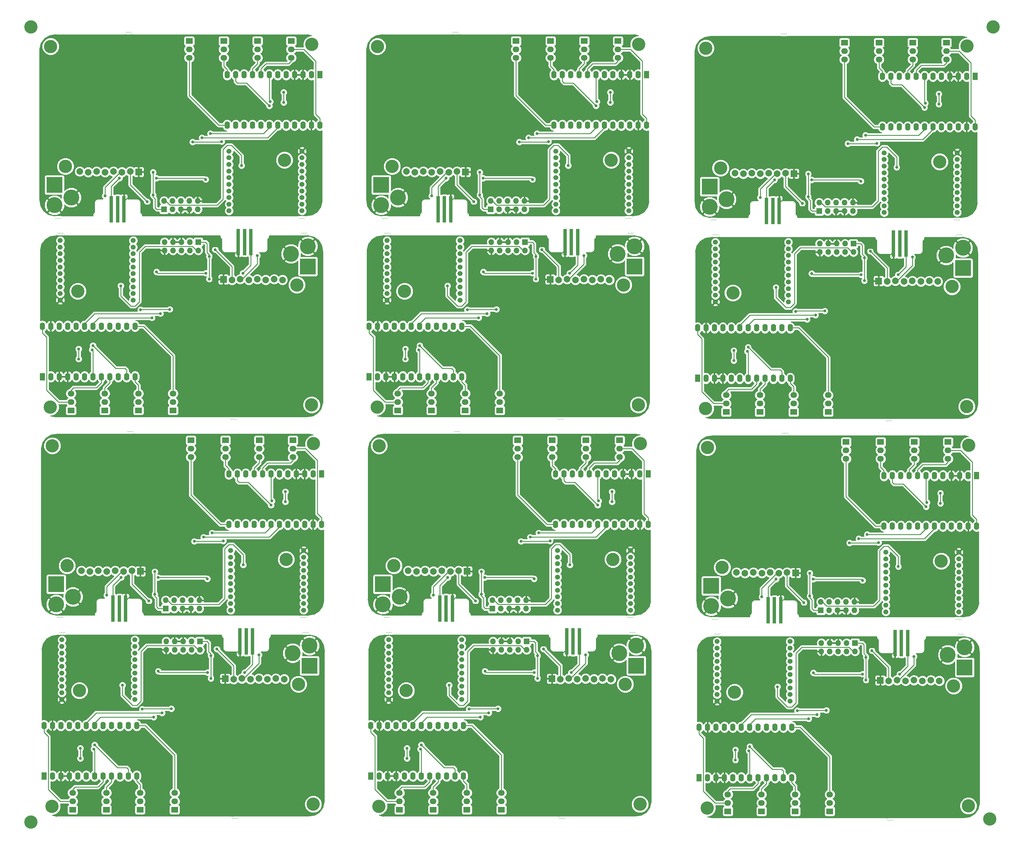
<source format=gbl>
G04 #@! TF.FileFunction,Copper,L4,Bot,Signal*
%FSLAX46Y46*%
G04 Gerber Fmt 4.6, Leading zero omitted, Abs format (unit mm)*
G04 Created by KiCad (PCBNEW (2015-01-16 BZR 5376)-product) date 10/26/2015 1:30:35 PM*
%MOMM*%
G01*
G04 APERTURE LIST*
%ADD10C,0.100000*%
%ADD11C,4.000000*%
%ADD12C,0.300000*%
%ADD13R,2.032000X1.727200*%
%ADD14O,2.032000X1.727200*%
%ADD15R,1.727200X1.727200*%
%ADD16O,1.727200X1.727200*%
%ADD17C,2.000000*%
%ADD18R,2.000000X2.000000*%
%ADD19R,1.574800X2.286000*%
%ADD20O,1.574800X2.286000*%
%ADD21R,1.000000X8.000000*%
%ADD22C,1.500000*%
%ADD23C,4.800600*%
%ADD24R,4.800600X4.800600*%
%ADD25C,0.889000*%
%ADD26C,0.254000*%
G04 APERTURE END LIST*
D10*
D11*
X15000000Y-255000000D03*
X305000000Y-15000000D03*
X304000000Y-254000000D03*
D12*
X243177000Y-137602000D03*
X242796000Y-137602000D03*
X242415000Y-137602000D03*
X242034000Y-137602000D03*
D11*
X289405000Y-176210000D03*
X223365000Y-178115000D03*
X297660000Y-141285000D03*
X218920000Y-141920000D03*
D13*
X260703000Y-140269000D03*
D14*
X260703000Y-142809000D03*
X260703000Y-145349000D03*
D13*
X291437000Y-140269000D03*
D14*
X291437000Y-142809000D03*
X291437000Y-145349000D03*
D13*
X281277000Y-140269000D03*
D14*
X281277000Y-142809000D03*
X281277000Y-145349000D03*
D13*
X271117000Y-140269000D03*
D14*
X271117000Y-142809000D03*
X271117000Y-145349000D03*
D15*
X253083000Y-191069000D03*
D16*
X253083000Y-188529000D03*
X255623000Y-191069000D03*
X255623000Y-188529000D03*
X258163000Y-191069000D03*
X258163000Y-188529000D03*
X260703000Y-191069000D03*
X260703000Y-188529000D03*
X263243000Y-191069000D03*
X263243000Y-188529000D03*
D17*
X227683000Y-179639000D03*
X230223000Y-179849000D03*
X232763000Y-179639000D03*
X235323000Y-179849000D03*
X237843000Y-179639000D03*
X240423000Y-179849000D03*
X242923000Y-179639000D03*
D18*
X245473000Y-179799000D03*
D12*
X241653000Y-137602000D03*
X293850000Y-193736000D03*
X294231000Y-193736000D03*
X294612000Y-193736000D03*
X294993000Y-193736000D03*
X295374000Y-193736000D03*
X220444000Y-193736000D03*
X220825000Y-193736000D03*
X221206000Y-193736000D03*
X221587000Y-193736000D03*
X221968000Y-193736000D03*
D19*
X300073000Y-150429000D03*
D20*
X297533000Y-150429000D03*
X294993000Y-150429000D03*
X292453000Y-150429000D03*
X289913000Y-150429000D03*
X287373000Y-150429000D03*
X284833000Y-150429000D03*
X282293000Y-150429000D03*
X279753000Y-150429000D03*
X277213000Y-150429000D03*
X274673000Y-150429000D03*
X272133000Y-150429000D03*
X272133000Y-165669000D03*
X274673000Y-165669000D03*
X277213000Y-165669000D03*
X279753000Y-165669000D03*
X282293000Y-165669000D03*
X284833000Y-165669000D03*
X287373000Y-165669000D03*
X289913000Y-165669000D03*
X292453000Y-165669000D03*
X294993000Y-165669000D03*
X297533000Y-165669000D03*
X300073000Y-165669000D03*
D21*
X237208000Y-191069000D03*
X239113000Y-191069000D03*
X241018000Y-191069000D03*
D22*
X294690000Y-191520000D03*
X294690000Y-189520000D03*
X294690000Y-187520000D03*
X294690000Y-185520000D03*
X294690000Y-183520000D03*
X294690000Y-181520000D03*
X294690000Y-179520000D03*
X294690000Y-177520000D03*
X294690000Y-175520000D03*
X294690000Y-173520000D03*
X272690000Y-173520000D03*
X272690000Y-175520000D03*
X272690000Y-177520000D03*
X272690000Y-179520000D03*
X272690000Y-181520000D03*
X272690000Y-183520000D03*
X272690000Y-185520000D03*
X272690000Y-187520000D03*
X272690000Y-189520000D03*
X272690000Y-191520000D03*
D23*
X220063000Y-189799000D03*
D24*
X220063000Y-183703000D03*
D23*
X225143000Y-187513000D03*
X296437000Y-202201000D03*
D24*
X296437000Y-208297000D03*
D23*
X291357000Y-204487000D03*
D22*
X221810000Y-200480000D03*
X221810000Y-202480000D03*
X221810000Y-204480000D03*
X221810000Y-206480000D03*
X221810000Y-208480000D03*
X221810000Y-210480000D03*
X221810000Y-212480000D03*
X221810000Y-214480000D03*
X221810000Y-216480000D03*
X221810000Y-218480000D03*
X243810000Y-218480000D03*
X243810000Y-216480000D03*
X243810000Y-214480000D03*
X243810000Y-212480000D03*
X243810000Y-210480000D03*
X243810000Y-208480000D03*
X243810000Y-206480000D03*
X243810000Y-204480000D03*
X243810000Y-202480000D03*
X243810000Y-200480000D03*
D21*
X279292000Y-200931000D03*
X277387000Y-200931000D03*
X275482000Y-200931000D03*
D19*
X216427000Y-241571000D03*
D20*
X218967000Y-241571000D03*
X221507000Y-241571000D03*
X224047000Y-241571000D03*
X226587000Y-241571000D03*
X229127000Y-241571000D03*
X231667000Y-241571000D03*
X234207000Y-241571000D03*
X236747000Y-241571000D03*
X239287000Y-241571000D03*
X241827000Y-241571000D03*
X244367000Y-241571000D03*
X244367000Y-226331000D03*
X241827000Y-226331000D03*
X239287000Y-226331000D03*
X236747000Y-226331000D03*
X234207000Y-226331000D03*
X231667000Y-226331000D03*
X229127000Y-226331000D03*
X226587000Y-226331000D03*
X224047000Y-226331000D03*
X221507000Y-226331000D03*
X218967000Y-226331000D03*
X216427000Y-226331000D03*
D12*
X294532000Y-198264000D03*
X294913000Y-198264000D03*
X295294000Y-198264000D03*
X295675000Y-198264000D03*
X296056000Y-198264000D03*
X221126000Y-198264000D03*
X221507000Y-198264000D03*
X221888000Y-198264000D03*
X222269000Y-198264000D03*
X222650000Y-198264000D03*
X274847000Y-254398000D03*
D17*
X288817000Y-212361000D03*
X286277000Y-212151000D03*
X283737000Y-212361000D03*
X281177000Y-212151000D03*
X278657000Y-212361000D03*
X276077000Y-212151000D03*
X273577000Y-212361000D03*
D18*
X271027000Y-212201000D03*
D15*
X263417000Y-200931000D03*
D16*
X263417000Y-203471000D03*
X260877000Y-200931000D03*
X260877000Y-203471000D03*
X258337000Y-200931000D03*
X258337000Y-203471000D03*
X255797000Y-200931000D03*
X255797000Y-203471000D03*
X253257000Y-200931000D03*
X253257000Y-203471000D03*
D13*
X245383000Y-251731000D03*
D14*
X245383000Y-249191000D03*
X245383000Y-246651000D03*
D13*
X235223000Y-251731000D03*
D14*
X235223000Y-249191000D03*
X235223000Y-246651000D03*
D13*
X225063000Y-251731000D03*
D14*
X225063000Y-249191000D03*
X225063000Y-246651000D03*
D13*
X255797000Y-251731000D03*
D14*
X255797000Y-249191000D03*
X255797000Y-246651000D03*
D11*
X297580000Y-250080000D03*
X218840000Y-250715000D03*
X293135000Y-213885000D03*
X227095000Y-215790000D03*
D12*
X274466000Y-254398000D03*
X274085000Y-254398000D03*
X273704000Y-254398000D03*
X273323000Y-254398000D03*
X272823000Y-133898000D03*
X273204000Y-133898000D03*
X273585000Y-133898000D03*
X273966000Y-133898000D03*
D11*
X226595000Y-95290000D03*
X292635000Y-93385000D03*
X218340000Y-130215000D03*
X297080000Y-129580000D03*
D13*
X255297000Y-131231000D03*
D14*
X255297000Y-128691000D03*
X255297000Y-126151000D03*
D13*
X224563000Y-131231000D03*
D14*
X224563000Y-128691000D03*
X224563000Y-126151000D03*
D13*
X234723000Y-131231000D03*
D14*
X234723000Y-128691000D03*
X234723000Y-126151000D03*
D13*
X244883000Y-131231000D03*
D14*
X244883000Y-128691000D03*
X244883000Y-126151000D03*
D15*
X262917000Y-80431000D03*
D16*
X262917000Y-82971000D03*
X260377000Y-80431000D03*
X260377000Y-82971000D03*
X257837000Y-80431000D03*
X257837000Y-82971000D03*
X255297000Y-80431000D03*
X255297000Y-82971000D03*
X252757000Y-80431000D03*
X252757000Y-82971000D03*
D17*
X288317000Y-91861000D03*
X285777000Y-91651000D03*
X283237000Y-91861000D03*
X280677000Y-91651000D03*
X278157000Y-91861000D03*
X275577000Y-91651000D03*
X273077000Y-91861000D03*
D18*
X270527000Y-91701000D03*
D12*
X274347000Y-133898000D03*
X222150000Y-77764000D03*
X221769000Y-77764000D03*
X221388000Y-77764000D03*
X221007000Y-77764000D03*
X220626000Y-77764000D03*
X295556000Y-77764000D03*
X295175000Y-77764000D03*
X294794000Y-77764000D03*
X294413000Y-77764000D03*
X294032000Y-77764000D03*
D19*
X215927000Y-121071000D03*
D20*
X218467000Y-121071000D03*
X221007000Y-121071000D03*
X223547000Y-121071000D03*
X226087000Y-121071000D03*
X228627000Y-121071000D03*
X231167000Y-121071000D03*
X233707000Y-121071000D03*
X236247000Y-121071000D03*
X238787000Y-121071000D03*
X241327000Y-121071000D03*
X243867000Y-121071000D03*
X243867000Y-105831000D03*
X241327000Y-105831000D03*
X238787000Y-105831000D03*
X236247000Y-105831000D03*
X233707000Y-105831000D03*
X231167000Y-105831000D03*
X228627000Y-105831000D03*
X226087000Y-105831000D03*
X223547000Y-105831000D03*
X221007000Y-105831000D03*
X218467000Y-105831000D03*
X215927000Y-105831000D03*
D21*
X278792000Y-80431000D03*
X276887000Y-80431000D03*
X274982000Y-80431000D03*
D22*
X221310000Y-79980000D03*
X221310000Y-81980000D03*
X221310000Y-83980000D03*
X221310000Y-85980000D03*
X221310000Y-87980000D03*
X221310000Y-89980000D03*
X221310000Y-91980000D03*
X221310000Y-93980000D03*
X221310000Y-95980000D03*
X221310000Y-97980000D03*
X243310000Y-97980000D03*
X243310000Y-95980000D03*
X243310000Y-93980000D03*
X243310000Y-91980000D03*
X243310000Y-89980000D03*
X243310000Y-87980000D03*
X243310000Y-85980000D03*
X243310000Y-83980000D03*
X243310000Y-81980000D03*
X243310000Y-79980000D03*
D23*
X295937000Y-81701000D03*
D24*
X295937000Y-87797000D03*
D23*
X290857000Y-83987000D03*
X219563000Y-69299000D03*
D24*
X219563000Y-63203000D03*
D23*
X224643000Y-67013000D03*
D22*
X294190000Y-71020000D03*
X294190000Y-69020000D03*
X294190000Y-67020000D03*
X294190000Y-65020000D03*
X294190000Y-63020000D03*
X294190000Y-61020000D03*
X294190000Y-59020000D03*
X294190000Y-57020000D03*
X294190000Y-55020000D03*
X294190000Y-53020000D03*
X272190000Y-53020000D03*
X272190000Y-55020000D03*
X272190000Y-57020000D03*
X272190000Y-59020000D03*
X272190000Y-61020000D03*
X272190000Y-63020000D03*
X272190000Y-65020000D03*
X272190000Y-67020000D03*
X272190000Y-69020000D03*
X272190000Y-71020000D03*
D21*
X236708000Y-70569000D03*
X238613000Y-70569000D03*
X240518000Y-70569000D03*
D19*
X299573000Y-29929000D03*
D20*
X297033000Y-29929000D03*
X294493000Y-29929000D03*
X291953000Y-29929000D03*
X289413000Y-29929000D03*
X286873000Y-29929000D03*
X284333000Y-29929000D03*
X281793000Y-29929000D03*
X279253000Y-29929000D03*
X276713000Y-29929000D03*
X274173000Y-29929000D03*
X271633000Y-29929000D03*
X271633000Y-45169000D03*
X274173000Y-45169000D03*
X276713000Y-45169000D03*
X279253000Y-45169000D03*
X281793000Y-45169000D03*
X284333000Y-45169000D03*
X286873000Y-45169000D03*
X289413000Y-45169000D03*
X291953000Y-45169000D03*
X294493000Y-45169000D03*
X297033000Y-45169000D03*
X299573000Y-45169000D03*
D12*
X221468000Y-73236000D03*
X221087000Y-73236000D03*
X220706000Y-73236000D03*
X220325000Y-73236000D03*
X219944000Y-73236000D03*
X294874000Y-73236000D03*
X294493000Y-73236000D03*
X294112000Y-73236000D03*
X293731000Y-73236000D03*
X293350000Y-73236000D03*
X241153000Y-17102000D03*
D17*
X227183000Y-59139000D03*
X229723000Y-59349000D03*
X232263000Y-59139000D03*
X234823000Y-59349000D03*
X237343000Y-59139000D03*
X239923000Y-59349000D03*
X242423000Y-59139000D03*
D18*
X244973000Y-59299000D03*
D15*
X252583000Y-70569000D03*
D16*
X252583000Y-68029000D03*
X255123000Y-70569000D03*
X255123000Y-68029000D03*
X257663000Y-70569000D03*
X257663000Y-68029000D03*
X260203000Y-70569000D03*
X260203000Y-68029000D03*
X262743000Y-70569000D03*
X262743000Y-68029000D03*
D13*
X270617000Y-19769000D03*
D14*
X270617000Y-22309000D03*
X270617000Y-24849000D03*
D13*
X280777000Y-19769000D03*
D14*
X280777000Y-22309000D03*
X280777000Y-24849000D03*
D13*
X290937000Y-19769000D03*
D14*
X290937000Y-22309000D03*
X290937000Y-24849000D03*
D13*
X260203000Y-19769000D03*
D14*
X260203000Y-22309000D03*
X260203000Y-24849000D03*
D11*
X218420000Y-21420000D03*
X297160000Y-20785000D03*
X222865000Y-57615000D03*
X288905000Y-55710000D03*
D12*
X241534000Y-17102000D03*
X241915000Y-17102000D03*
X242296000Y-17102000D03*
X242677000Y-17102000D03*
X143677000Y-16602000D03*
X143296000Y-16602000D03*
X142915000Y-16602000D03*
X142534000Y-16602000D03*
D11*
X189905000Y-55210000D03*
X123865000Y-57115000D03*
X198160000Y-20285000D03*
X119420000Y-20920000D03*
D13*
X161203000Y-19269000D03*
D14*
X161203000Y-21809000D03*
X161203000Y-24349000D03*
D13*
X191937000Y-19269000D03*
D14*
X191937000Y-21809000D03*
X191937000Y-24349000D03*
D13*
X181777000Y-19269000D03*
D14*
X181777000Y-21809000D03*
X181777000Y-24349000D03*
D13*
X171617000Y-19269000D03*
D14*
X171617000Y-21809000D03*
X171617000Y-24349000D03*
D15*
X153583000Y-70069000D03*
D16*
X153583000Y-67529000D03*
X156123000Y-70069000D03*
X156123000Y-67529000D03*
X158663000Y-70069000D03*
X158663000Y-67529000D03*
X161203000Y-70069000D03*
X161203000Y-67529000D03*
X163743000Y-70069000D03*
X163743000Y-67529000D03*
D17*
X128183000Y-58639000D03*
X130723000Y-58849000D03*
X133263000Y-58639000D03*
X135823000Y-58849000D03*
X138343000Y-58639000D03*
X140923000Y-58849000D03*
X143423000Y-58639000D03*
D18*
X145973000Y-58799000D03*
D12*
X142153000Y-16602000D03*
X194350000Y-72736000D03*
X194731000Y-72736000D03*
X195112000Y-72736000D03*
X195493000Y-72736000D03*
X195874000Y-72736000D03*
X120944000Y-72736000D03*
X121325000Y-72736000D03*
X121706000Y-72736000D03*
X122087000Y-72736000D03*
X122468000Y-72736000D03*
D19*
X200573000Y-29429000D03*
D20*
X198033000Y-29429000D03*
X195493000Y-29429000D03*
X192953000Y-29429000D03*
X190413000Y-29429000D03*
X187873000Y-29429000D03*
X185333000Y-29429000D03*
X182793000Y-29429000D03*
X180253000Y-29429000D03*
X177713000Y-29429000D03*
X175173000Y-29429000D03*
X172633000Y-29429000D03*
X172633000Y-44669000D03*
X175173000Y-44669000D03*
X177713000Y-44669000D03*
X180253000Y-44669000D03*
X182793000Y-44669000D03*
X185333000Y-44669000D03*
X187873000Y-44669000D03*
X190413000Y-44669000D03*
X192953000Y-44669000D03*
X195493000Y-44669000D03*
X198033000Y-44669000D03*
X200573000Y-44669000D03*
D21*
X137708000Y-70069000D03*
X139613000Y-70069000D03*
X141518000Y-70069000D03*
D22*
X195190000Y-70520000D03*
X195190000Y-68520000D03*
X195190000Y-66520000D03*
X195190000Y-64520000D03*
X195190000Y-62520000D03*
X195190000Y-60520000D03*
X195190000Y-58520000D03*
X195190000Y-56520000D03*
X195190000Y-54520000D03*
X195190000Y-52520000D03*
X173190000Y-52520000D03*
X173190000Y-54520000D03*
X173190000Y-56520000D03*
X173190000Y-58520000D03*
X173190000Y-60520000D03*
X173190000Y-62520000D03*
X173190000Y-64520000D03*
X173190000Y-66520000D03*
X173190000Y-68520000D03*
X173190000Y-70520000D03*
D23*
X120563000Y-68799000D03*
D24*
X120563000Y-62703000D03*
D23*
X125643000Y-66513000D03*
X196937000Y-81201000D03*
D24*
X196937000Y-87297000D03*
D23*
X191857000Y-83487000D03*
D22*
X122310000Y-79480000D03*
X122310000Y-81480000D03*
X122310000Y-83480000D03*
X122310000Y-85480000D03*
X122310000Y-87480000D03*
X122310000Y-89480000D03*
X122310000Y-91480000D03*
X122310000Y-93480000D03*
X122310000Y-95480000D03*
X122310000Y-97480000D03*
X144310000Y-97480000D03*
X144310000Y-95480000D03*
X144310000Y-93480000D03*
X144310000Y-91480000D03*
X144310000Y-89480000D03*
X144310000Y-87480000D03*
X144310000Y-85480000D03*
X144310000Y-83480000D03*
X144310000Y-81480000D03*
X144310000Y-79480000D03*
D21*
X179792000Y-79931000D03*
X177887000Y-79931000D03*
X175982000Y-79931000D03*
D19*
X116927000Y-120571000D03*
D20*
X119467000Y-120571000D03*
X122007000Y-120571000D03*
X124547000Y-120571000D03*
X127087000Y-120571000D03*
X129627000Y-120571000D03*
X132167000Y-120571000D03*
X134707000Y-120571000D03*
X137247000Y-120571000D03*
X139787000Y-120571000D03*
X142327000Y-120571000D03*
X144867000Y-120571000D03*
X144867000Y-105331000D03*
X142327000Y-105331000D03*
X139787000Y-105331000D03*
X137247000Y-105331000D03*
X134707000Y-105331000D03*
X132167000Y-105331000D03*
X129627000Y-105331000D03*
X127087000Y-105331000D03*
X124547000Y-105331000D03*
X122007000Y-105331000D03*
X119467000Y-105331000D03*
X116927000Y-105331000D03*
D12*
X195032000Y-77264000D03*
X195413000Y-77264000D03*
X195794000Y-77264000D03*
X196175000Y-77264000D03*
X196556000Y-77264000D03*
X121626000Y-77264000D03*
X122007000Y-77264000D03*
X122388000Y-77264000D03*
X122769000Y-77264000D03*
X123150000Y-77264000D03*
X175347000Y-133398000D03*
D17*
X189317000Y-91361000D03*
X186777000Y-91151000D03*
X184237000Y-91361000D03*
X181677000Y-91151000D03*
X179157000Y-91361000D03*
X176577000Y-91151000D03*
X174077000Y-91361000D03*
D18*
X171527000Y-91201000D03*
D15*
X163917000Y-79931000D03*
D16*
X163917000Y-82471000D03*
X161377000Y-79931000D03*
X161377000Y-82471000D03*
X158837000Y-79931000D03*
X158837000Y-82471000D03*
X156297000Y-79931000D03*
X156297000Y-82471000D03*
X153757000Y-79931000D03*
X153757000Y-82471000D03*
D13*
X145883000Y-130731000D03*
D14*
X145883000Y-128191000D03*
X145883000Y-125651000D03*
D13*
X135723000Y-130731000D03*
D14*
X135723000Y-128191000D03*
X135723000Y-125651000D03*
D13*
X125563000Y-130731000D03*
D14*
X125563000Y-128191000D03*
X125563000Y-125651000D03*
D13*
X156297000Y-130731000D03*
D14*
X156297000Y-128191000D03*
X156297000Y-125651000D03*
D11*
X198080000Y-129080000D03*
X119340000Y-129715000D03*
X193635000Y-92885000D03*
X127595000Y-94790000D03*
D12*
X174966000Y-133398000D03*
X174585000Y-133398000D03*
X174204000Y-133398000D03*
X173823000Y-133398000D03*
X174323000Y-253898000D03*
X174704000Y-253898000D03*
X175085000Y-253898000D03*
X175466000Y-253898000D03*
D11*
X128095000Y-215290000D03*
X194135000Y-213385000D03*
X119840000Y-250215000D03*
X198580000Y-249580000D03*
D13*
X156797000Y-251231000D03*
D14*
X156797000Y-248691000D03*
X156797000Y-246151000D03*
D13*
X126063000Y-251231000D03*
D14*
X126063000Y-248691000D03*
X126063000Y-246151000D03*
D13*
X136223000Y-251231000D03*
D14*
X136223000Y-248691000D03*
X136223000Y-246151000D03*
D13*
X146383000Y-251231000D03*
D14*
X146383000Y-248691000D03*
X146383000Y-246151000D03*
D15*
X164417000Y-200431000D03*
D16*
X164417000Y-202971000D03*
X161877000Y-200431000D03*
X161877000Y-202971000D03*
X159337000Y-200431000D03*
X159337000Y-202971000D03*
X156797000Y-200431000D03*
X156797000Y-202971000D03*
X154257000Y-200431000D03*
X154257000Y-202971000D03*
D17*
X189817000Y-211861000D03*
X187277000Y-211651000D03*
X184737000Y-211861000D03*
X182177000Y-211651000D03*
X179657000Y-211861000D03*
X177077000Y-211651000D03*
X174577000Y-211861000D03*
D18*
X172027000Y-211701000D03*
D12*
X175847000Y-253898000D03*
X123650000Y-197764000D03*
X123269000Y-197764000D03*
X122888000Y-197764000D03*
X122507000Y-197764000D03*
X122126000Y-197764000D03*
X197056000Y-197764000D03*
X196675000Y-197764000D03*
X196294000Y-197764000D03*
X195913000Y-197764000D03*
X195532000Y-197764000D03*
D19*
X117427000Y-241071000D03*
D20*
X119967000Y-241071000D03*
X122507000Y-241071000D03*
X125047000Y-241071000D03*
X127587000Y-241071000D03*
X130127000Y-241071000D03*
X132667000Y-241071000D03*
X135207000Y-241071000D03*
X137747000Y-241071000D03*
X140287000Y-241071000D03*
X142827000Y-241071000D03*
X145367000Y-241071000D03*
X145367000Y-225831000D03*
X142827000Y-225831000D03*
X140287000Y-225831000D03*
X137747000Y-225831000D03*
X135207000Y-225831000D03*
X132667000Y-225831000D03*
X130127000Y-225831000D03*
X127587000Y-225831000D03*
X125047000Y-225831000D03*
X122507000Y-225831000D03*
X119967000Y-225831000D03*
X117427000Y-225831000D03*
D21*
X180292000Y-200431000D03*
X178387000Y-200431000D03*
X176482000Y-200431000D03*
D22*
X122810000Y-199980000D03*
X122810000Y-201980000D03*
X122810000Y-203980000D03*
X122810000Y-205980000D03*
X122810000Y-207980000D03*
X122810000Y-209980000D03*
X122810000Y-211980000D03*
X122810000Y-213980000D03*
X122810000Y-215980000D03*
X122810000Y-217980000D03*
X144810000Y-217980000D03*
X144810000Y-215980000D03*
X144810000Y-213980000D03*
X144810000Y-211980000D03*
X144810000Y-209980000D03*
X144810000Y-207980000D03*
X144810000Y-205980000D03*
X144810000Y-203980000D03*
X144810000Y-201980000D03*
X144810000Y-199980000D03*
D23*
X197437000Y-201701000D03*
D24*
X197437000Y-207797000D03*
D23*
X192357000Y-203987000D03*
X121063000Y-189299000D03*
D24*
X121063000Y-183203000D03*
D23*
X126143000Y-187013000D03*
D22*
X195690000Y-191020000D03*
X195690000Y-189020000D03*
X195690000Y-187020000D03*
X195690000Y-185020000D03*
X195690000Y-183020000D03*
X195690000Y-181020000D03*
X195690000Y-179020000D03*
X195690000Y-177020000D03*
X195690000Y-175020000D03*
X195690000Y-173020000D03*
X173690000Y-173020000D03*
X173690000Y-175020000D03*
X173690000Y-177020000D03*
X173690000Y-179020000D03*
X173690000Y-181020000D03*
X173690000Y-183020000D03*
X173690000Y-185020000D03*
X173690000Y-187020000D03*
X173690000Y-189020000D03*
X173690000Y-191020000D03*
D21*
X138208000Y-190569000D03*
X140113000Y-190569000D03*
X142018000Y-190569000D03*
D19*
X201073000Y-149929000D03*
D20*
X198533000Y-149929000D03*
X195993000Y-149929000D03*
X193453000Y-149929000D03*
X190913000Y-149929000D03*
X188373000Y-149929000D03*
X185833000Y-149929000D03*
X183293000Y-149929000D03*
X180753000Y-149929000D03*
X178213000Y-149929000D03*
X175673000Y-149929000D03*
X173133000Y-149929000D03*
X173133000Y-165169000D03*
X175673000Y-165169000D03*
X178213000Y-165169000D03*
X180753000Y-165169000D03*
X183293000Y-165169000D03*
X185833000Y-165169000D03*
X188373000Y-165169000D03*
X190913000Y-165169000D03*
X193453000Y-165169000D03*
X195993000Y-165169000D03*
X198533000Y-165169000D03*
X201073000Y-165169000D03*
D12*
X122968000Y-193236000D03*
X122587000Y-193236000D03*
X122206000Y-193236000D03*
X121825000Y-193236000D03*
X121444000Y-193236000D03*
X196374000Y-193236000D03*
X195993000Y-193236000D03*
X195612000Y-193236000D03*
X195231000Y-193236000D03*
X194850000Y-193236000D03*
X142653000Y-137102000D03*
D17*
X128683000Y-179139000D03*
X131223000Y-179349000D03*
X133763000Y-179139000D03*
X136323000Y-179349000D03*
X138843000Y-179139000D03*
X141423000Y-179349000D03*
X143923000Y-179139000D03*
D18*
X146473000Y-179299000D03*
D15*
X154083000Y-190569000D03*
D16*
X154083000Y-188029000D03*
X156623000Y-190569000D03*
X156623000Y-188029000D03*
X159163000Y-190569000D03*
X159163000Y-188029000D03*
X161703000Y-190569000D03*
X161703000Y-188029000D03*
X164243000Y-190569000D03*
X164243000Y-188029000D03*
D13*
X172117000Y-139769000D03*
D14*
X172117000Y-142309000D03*
X172117000Y-144849000D03*
D13*
X182277000Y-139769000D03*
D14*
X182277000Y-142309000D03*
X182277000Y-144849000D03*
D13*
X192437000Y-139769000D03*
D14*
X192437000Y-142309000D03*
X192437000Y-144849000D03*
D13*
X161703000Y-139769000D03*
D14*
X161703000Y-142309000D03*
X161703000Y-144849000D03*
D11*
X119920000Y-141420000D03*
X198660000Y-140785000D03*
X124365000Y-177615000D03*
X190405000Y-175710000D03*
D12*
X143034000Y-137102000D03*
X143415000Y-137102000D03*
X143796000Y-137102000D03*
X144177000Y-137102000D03*
X45677000Y-137102000D03*
X45296000Y-137102000D03*
X44915000Y-137102000D03*
X44534000Y-137102000D03*
D11*
X91905000Y-175710000D03*
X25865000Y-177615000D03*
X100160000Y-140785000D03*
X21420000Y-141420000D03*
D13*
X63203000Y-139769000D03*
D14*
X63203000Y-142309000D03*
X63203000Y-144849000D03*
D13*
X93937000Y-139769000D03*
D14*
X93937000Y-142309000D03*
X93937000Y-144849000D03*
D13*
X83777000Y-139769000D03*
D14*
X83777000Y-142309000D03*
X83777000Y-144849000D03*
D13*
X73617000Y-139769000D03*
D14*
X73617000Y-142309000D03*
X73617000Y-144849000D03*
D15*
X55583000Y-190569000D03*
D16*
X55583000Y-188029000D03*
X58123000Y-190569000D03*
X58123000Y-188029000D03*
X60663000Y-190569000D03*
X60663000Y-188029000D03*
X63203000Y-190569000D03*
X63203000Y-188029000D03*
X65743000Y-190569000D03*
X65743000Y-188029000D03*
D17*
X30183000Y-179139000D03*
X32723000Y-179349000D03*
X35263000Y-179139000D03*
X37823000Y-179349000D03*
X40343000Y-179139000D03*
X42923000Y-179349000D03*
X45423000Y-179139000D03*
D18*
X47973000Y-179299000D03*
D12*
X44153000Y-137102000D03*
X96350000Y-193236000D03*
X96731000Y-193236000D03*
X97112000Y-193236000D03*
X97493000Y-193236000D03*
X97874000Y-193236000D03*
X22944000Y-193236000D03*
X23325000Y-193236000D03*
X23706000Y-193236000D03*
X24087000Y-193236000D03*
X24468000Y-193236000D03*
D19*
X102573000Y-149929000D03*
D20*
X100033000Y-149929000D03*
X97493000Y-149929000D03*
X94953000Y-149929000D03*
X92413000Y-149929000D03*
X89873000Y-149929000D03*
X87333000Y-149929000D03*
X84793000Y-149929000D03*
X82253000Y-149929000D03*
X79713000Y-149929000D03*
X77173000Y-149929000D03*
X74633000Y-149929000D03*
X74633000Y-165169000D03*
X77173000Y-165169000D03*
X79713000Y-165169000D03*
X82253000Y-165169000D03*
X84793000Y-165169000D03*
X87333000Y-165169000D03*
X89873000Y-165169000D03*
X92413000Y-165169000D03*
X94953000Y-165169000D03*
X97493000Y-165169000D03*
X100033000Y-165169000D03*
X102573000Y-165169000D03*
D21*
X39708000Y-190569000D03*
X41613000Y-190569000D03*
X43518000Y-190569000D03*
D22*
X97190000Y-191020000D03*
X97190000Y-189020000D03*
X97190000Y-187020000D03*
X97190000Y-185020000D03*
X97190000Y-183020000D03*
X97190000Y-181020000D03*
X97190000Y-179020000D03*
X97190000Y-177020000D03*
X97190000Y-175020000D03*
X97190000Y-173020000D03*
X75190000Y-173020000D03*
X75190000Y-175020000D03*
X75190000Y-177020000D03*
X75190000Y-179020000D03*
X75190000Y-181020000D03*
X75190000Y-183020000D03*
X75190000Y-185020000D03*
X75190000Y-187020000D03*
X75190000Y-189020000D03*
X75190000Y-191020000D03*
D23*
X22563000Y-189299000D03*
D24*
X22563000Y-183203000D03*
D23*
X27643000Y-187013000D03*
X98937000Y-201701000D03*
D24*
X98937000Y-207797000D03*
D23*
X93857000Y-203987000D03*
D22*
X24310000Y-199980000D03*
X24310000Y-201980000D03*
X24310000Y-203980000D03*
X24310000Y-205980000D03*
X24310000Y-207980000D03*
X24310000Y-209980000D03*
X24310000Y-211980000D03*
X24310000Y-213980000D03*
X24310000Y-215980000D03*
X24310000Y-217980000D03*
X46310000Y-217980000D03*
X46310000Y-215980000D03*
X46310000Y-213980000D03*
X46310000Y-211980000D03*
X46310000Y-209980000D03*
X46310000Y-207980000D03*
X46310000Y-205980000D03*
X46310000Y-203980000D03*
X46310000Y-201980000D03*
X46310000Y-199980000D03*
D21*
X81792000Y-200431000D03*
X79887000Y-200431000D03*
X77982000Y-200431000D03*
D19*
X18927000Y-241071000D03*
D20*
X21467000Y-241071000D03*
X24007000Y-241071000D03*
X26547000Y-241071000D03*
X29087000Y-241071000D03*
X31627000Y-241071000D03*
X34167000Y-241071000D03*
X36707000Y-241071000D03*
X39247000Y-241071000D03*
X41787000Y-241071000D03*
X44327000Y-241071000D03*
X46867000Y-241071000D03*
X46867000Y-225831000D03*
X44327000Y-225831000D03*
X41787000Y-225831000D03*
X39247000Y-225831000D03*
X36707000Y-225831000D03*
X34167000Y-225831000D03*
X31627000Y-225831000D03*
X29087000Y-225831000D03*
X26547000Y-225831000D03*
X24007000Y-225831000D03*
X21467000Y-225831000D03*
X18927000Y-225831000D03*
D12*
X97032000Y-197764000D03*
X97413000Y-197764000D03*
X97794000Y-197764000D03*
X98175000Y-197764000D03*
X98556000Y-197764000D03*
X23626000Y-197764000D03*
X24007000Y-197764000D03*
X24388000Y-197764000D03*
X24769000Y-197764000D03*
X25150000Y-197764000D03*
X77347000Y-253898000D03*
D17*
X91317000Y-211861000D03*
X88777000Y-211651000D03*
X86237000Y-211861000D03*
X83677000Y-211651000D03*
X81157000Y-211861000D03*
X78577000Y-211651000D03*
X76077000Y-211861000D03*
D18*
X73527000Y-211701000D03*
D15*
X65917000Y-200431000D03*
D16*
X65917000Y-202971000D03*
X63377000Y-200431000D03*
X63377000Y-202971000D03*
X60837000Y-200431000D03*
X60837000Y-202971000D03*
X58297000Y-200431000D03*
X58297000Y-202971000D03*
X55757000Y-200431000D03*
X55757000Y-202971000D03*
D13*
X47883000Y-251231000D03*
D14*
X47883000Y-248691000D03*
X47883000Y-246151000D03*
D13*
X37723000Y-251231000D03*
D14*
X37723000Y-248691000D03*
X37723000Y-246151000D03*
D13*
X27563000Y-251231000D03*
D14*
X27563000Y-248691000D03*
X27563000Y-246151000D03*
D13*
X58297000Y-251231000D03*
D14*
X58297000Y-248691000D03*
X58297000Y-246151000D03*
D11*
X100080000Y-249580000D03*
X21340000Y-250215000D03*
X95635000Y-213385000D03*
X29595000Y-215290000D03*
D12*
X76966000Y-253898000D03*
X76585000Y-253898000D03*
X76204000Y-253898000D03*
X75823000Y-253898000D03*
X75323000Y-133398000D03*
X75704000Y-133398000D03*
X76085000Y-133398000D03*
X76466000Y-133398000D03*
D11*
X29095000Y-94790000D03*
X95135000Y-92885000D03*
X20840000Y-129715000D03*
X99580000Y-129080000D03*
D13*
X57797000Y-130731000D03*
D14*
X57797000Y-128191000D03*
X57797000Y-125651000D03*
D13*
X27063000Y-130731000D03*
D14*
X27063000Y-128191000D03*
X27063000Y-125651000D03*
D13*
X37223000Y-130731000D03*
D14*
X37223000Y-128191000D03*
X37223000Y-125651000D03*
D13*
X47383000Y-130731000D03*
D14*
X47383000Y-128191000D03*
X47383000Y-125651000D03*
D15*
X65417000Y-79931000D03*
D16*
X65417000Y-82471000D03*
X62877000Y-79931000D03*
X62877000Y-82471000D03*
X60337000Y-79931000D03*
X60337000Y-82471000D03*
X57797000Y-79931000D03*
X57797000Y-82471000D03*
X55257000Y-79931000D03*
X55257000Y-82471000D03*
D17*
X90817000Y-91361000D03*
X88277000Y-91151000D03*
X85737000Y-91361000D03*
X83177000Y-91151000D03*
X80657000Y-91361000D03*
X78077000Y-91151000D03*
X75577000Y-91361000D03*
D18*
X73027000Y-91201000D03*
D12*
X76847000Y-133398000D03*
X24650000Y-77264000D03*
X24269000Y-77264000D03*
X23888000Y-77264000D03*
X23507000Y-77264000D03*
X23126000Y-77264000D03*
X98056000Y-77264000D03*
X97675000Y-77264000D03*
X97294000Y-77264000D03*
X96913000Y-77264000D03*
X96532000Y-77264000D03*
D19*
X18427000Y-120571000D03*
D20*
X20967000Y-120571000D03*
X23507000Y-120571000D03*
X26047000Y-120571000D03*
X28587000Y-120571000D03*
X31127000Y-120571000D03*
X33667000Y-120571000D03*
X36207000Y-120571000D03*
X38747000Y-120571000D03*
X41287000Y-120571000D03*
X43827000Y-120571000D03*
X46367000Y-120571000D03*
X46367000Y-105331000D03*
X43827000Y-105331000D03*
X41287000Y-105331000D03*
X38747000Y-105331000D03*
X36207000Y-105331000D03*
X33667000Y-105331000D03*
X31127000Y-105331000D03*
X28587000Y-105331000D03*
X26047000Y-105331000D03*
X23507000Y-105331000D03*
X20967000Y-105331000D03*
X18427000Y-105331000D03*
D21*
X81292000Y-79931000D03*
X79387000Y-79931000D03*
X77482000Y-79931000D03*
D22*
X23810000Y-79480000D03*
X23810000Y-81480000D03*
X23810000Y-83480000D03*
X23810000Y-85480000D03*
X23810000Y-87480000D03*
X23810000Y-89480000D03*
X23810000Y-91480000D03*
X23810000Y-93480000D03*
X23810000Y-95480000D03*
X23810000Y-97480000D03*
X45810000Y-97480000D03*
X45810000Y-95480000D03*
X45810000Y-93480000D03*
X45810000Y-91480000D03*
X45810000Y-89480000D03*
X45810000Y-87480000D03*
X45810000Y-85480000D03*
X45810000Y-83480000D03*
X45810000Y-81480000D03*
X45810000Y-79480000D03*
D23*
X98437000Y-81201000D03*
D24*
X98437000Y-87297000D03*
D23*
X93357000Y-83487000D03*
X22063000Y-68799000D03*
D24*
X22063000Y-62703000D03*
D23*
X27143000Y-66513000D03*
D22*
X96690000Y-70520000D03*
X96690000Y-68520000D03*
X96690000Y-66520000D03*
X96690000Y-64520000D03*
X96690000Y-62520000D03*
X96690000Y-60520000D03*
X96690000Y-58520000D03*
X96690000Y-56520000D03*
X96690000Y-54520000D03*
X96690000Y-52520000D03*
X74690000Y-52520000D03*
X74690000Y-54520000D03*
X74690000Y-56520000D03*
X74690000Y-58520000D03*
X74690000Y-60520000D03*
X74690000Y-62520000D03*
X74690000Y-64520000D03*
X74690000Y-66520000D03*
X74690000Y-68520000D03*
X74690000Y-70520000D03*
D21*
X39208000Y-70069000D03*
X41113000Y-70069000D03*
X43018000Y-70069000D03*
D11*
X15000000Y-15000000D03*
D19*
X102073000Y-29429000D03*
D20*
X99533000Y-29429000D03*
X96993000Y-29429000D03*
X94453000Y-29429000D03*
X91913000Y-29429000D03*
X89373000Y-29429000D03*
X86833000Y-29429000D03*
X84293000Y-29429000D03*
X81753000Y-29429000D03*
X79213000Y-29429000D03*
X76673000Y-29429000D03*
X74133000Y-29429000D03*
X74133000Y-44669000D03*
X76673000Y-44669000D03*
X79213000Y-44669000D03*
X81753000Y-44669000D03*
X84293000Y-44669000D03*
X86833000Y-44669000D03*
X89373000Y-44669000D03*
X91913000Y-44669000D03*
X94453000Y-44669000D03*
X96993000Y-44669000D03*
X99533000Y-44669000D03*
X102073000Y-44669000D03*
D12*
X23968000Y-72736000D03*
X23587000Y-72736000D03*
X23206000Y-72736000D03*
X22825000Y-72736000D03*
X22444000Y-72736000D03*
X97374000Y-72736000D03*
X96993000Y-72736000D03*
X96612000Y-72736000D03*
X96231000Y-72736000D03*
X95850000Y-72736000D03*
X43653000Y-16602000D03*
D17*
X29683000Y-58639000D03*
X32223000Y-58849000D03*
X34763000Y-58639000D03*
X37323000Y-58849000D03*
X39843000Y-58639000D03*
X42423000Y-58849000D03*
X44923000Y-58639000D03*
D18*
X47473000Y-58799000D03*
D15*
X55083000Y-70069000D03*
D16*
X55083000Y-67529000D03*
X57623000Y-70069000D03*
X57623000Y-67529000D03*
X60163000Y-70069000D03*
X60163000Y-67529000D03*
X62703000Y-70069000D03*
X62703000Y-67529000D03*
X65243000Y-70069000D03*
X65243000Y-67529000D03*
D13*
X73117000Y-19269000D03*
D14*
X73117000Y-21809000D03*
X73117000Y-24349000D03*
D13*
X83277000Y-19269000D03*
D14*
X83277000Y-21809000D03*
X83277000Y-24349000D03*
D13*
X93437000Y-19269000D03*
D14*
X93437000Y-21809000D03*
X93437000Y-24349000D03*
D13*
X62703000Y-19269000D03*
D14*
X62703000Y-21809000D03*
X62703000Y-24349000D03*
D11*
X20920000Y-20920000D03*
X99660000Y-20285000D03*
X25365000Y-57115000D03*
X91405000Y-55210000D03*
D12*
X44034000Y-16602000D03*
X44415000Y-16602000D03*
X44796000Y-16602000D03*
X45177000Y-16602000D03*
D25*
X283563000Y-185227000D03*
X274673000Y-185227000D03*
X248511000Y-179639000D03*
X249273000Y-189672000D03*
X261973000Y-156525000D03*
X266799000Y-161351000D03*
X264513000Y-185735000D03*
X244574000Y-175829000D03*
X255369000Y-139761000D03*
X266037000Y-139761000D03*
X276197000Y-139761000D03*
X286357000Y-139761000D03*
X230143000Y-252239000D03*
X240303000Y-252239000D03*
X250463000Y-252239000D03*
X261131000Y-252239000D03*
X271926000Y-216171000D03*
X251987000Y-206265000D03*
X249701000Y-230649000D03*
X254527000Y-235475000D03*
X267227000Y-202328000D03*
X267989000Y-212361000D03*
X241827000Y-206773000D03*
X232937000Y-206773000D03*
X232437000Y-86273000D03*
X241327000Y-86273000D03*
X267489000Y-91861000D03*
X266727000Y-81828000D03*
X254027000Y-114975000D03*
X249201000Y-110149000D03*
X251487000Y-85765000D03*
X271426000Y-95671000D03*
X260631000Y-131739000D03*
X249963000Y-131739000D03*
X239803000Y-131739000D03*
X229643000Y-131739000D03*
X285857000Y-19261000D03*
X275697000Y-19261000D03*
X265537000Y-19261000D03*
X254869000Y-19261000D03*
X244074000Y-55329000D03*
X264013000Y-65235000D03*
X266299000Y-40851000D03*
X261473000Y-36025000D03*
X248773000Y-69172000D03*
X248011000Y-59139000D03*
X274173000Y-64727000D03*
X283063000Y-64727000D03*
X184063000Y-64227000D03*
X175173000Y-64227000D03*
X149011000Y-58639000D03*
X149773000Y-68672000D03*
X162473000Y-35525000D03*
X167299000Y-40351000D03*
X165013000Y-64735000D03*
X145074000Y-54829000D03*
X155869000Y-18761000D03*
X166537000Y-18761000D03*
X176697000Y-18761000D03*
X186857000Y-18761000D03*
X130643000Y-131239000D03*
X140803000Y-131239000D03*
X150963000Y-131239000D03*
X161631000Y-131239000D03*
X172426000Y-95171000D03*
X152487000Y-85265000D03*
X150201000Y-109649000D03*
X155027000Y-114475000D03*
X167727000Y-81328000D03*
X168489000Y-91361000D03*
X142327000Y-85773000D03*
X133437000Y-85773000D03*
X133937000Y-206273000D03*
X142827000Y-206273000D03*
X168989000Y-211861000D03*
X168227000Y-201828000D03*
X155527000Y-234975000D03*
X150701000Y-230149000D03*
X152987000Y-205765000D03*
X172926000Y-215671000D03*
X162131000Y-251739000D03*
X151463000Y-251739000D03*
X141303000Y-251739000D03*
X131143000Y-251739000D03*
X187357000Y-139261000D03*
X177197000Y-139261000D03*
X167037000Y-139261000D03*
X156369000Y-139261000D03*
X145574000Y-175329000D03*
X165513000Y-185235000D03*
X167799000Y-160851000D03*
X162973000Y-156025000D03*
X150273000Y-189172000D03*
X149511000Y-179139000D03*
X175673000Y-184727000D03*
X184563000Y-184727000D03*
X86063000Y-184727000D03*
X77173000Y-184727000D03*
X51011000Y-179139000D03*
X51773000Y-189172000D03*
X64473000Y-156025000D03*
X69299000Y-160851000D03*
X67013000Y-185235000D03*
X47074000Y-175329000D03*
X57869000Y-139261000D03*
X68537000Y-139261000D03*
X78697000Y-139261000D03*
X88857000Y-139261000D03*
X32643000Y-251739000D03*
X42803000Y-251739000D03*
X52963000Y-251739000D03*
X63631000Y-251739000D03*
X74426000Y-215671000D03*
X54487000Y-205765000D03*
X52201000Y-230149000D03*
X57027000Y-234975000D03*
X69727000Y-201828000D03*
X70489000Y-211861000D03*
X44327000Y-206273000D03*
X35437000Y-206273000D03*
X34937000Y-85773000D03*
X43827000Y-85773000D03*
X69989000Y-91361000D03*
X69227000Y-81328000D03*
X56527000Y-114475000D03*
X51701000Y-109649000D03*
X53987000Y-85265000D03*
X73926000Y-95171000D03*
X63131000Y-131239000D03*
X52463000Y-131239000D03*
X42303000Y-131239000D03*
X32143000Y-131239000D03*
X88357000Y-18761000D03*
X78197000Y-18761000D03*
X68037000Y-18761000D03*
X57369000Y-18761000D03*
X46574000Y-54829000D03*
X66513000Y-64735000D03*
X68799000Y-40351000D03*
X63973000Y-35525000D03*
X51273000Y-68672000D03*
X50511000Y-58639000D03*
X76673000Y-64227000D03*
X85563000Y-64227000D03*
X276451000Y-177861000D03*
X248003000Y-188783000D03*
X235303000Y-187005000D03*
X281197000Y-204995000D03*
X268497000Y-203217000D03*
X240049000Y-214139000D03*
X239549000Y-93639000D03*
X267997000Y-82717000D03*
X280697000Y-84495000D03*
X234803000Y-66505000D03*
X247503000Y-68283000D03*
X275951000Y-57361000D03*
X176951000Y-56861000D03*
X148503000Y-67783000D03*
X135803000Y-66005000D03*
X181697000Y-83995000D03*
X168997000Y-82217000D03*
X140549000Y-93139000D03*
X141049000Y-213639000D03*
X169497000Y-202717000D03*
X182197000Y-204495000D03*
X136303000Y-186505000D03*
X149003000Y-188283000D03*
X177451000Y-177361000D03*
X78951000Y-177361000D03*
X50503000Y-188283000D03*
X37803000Y-186505000D03*
X83697000Y-204495000D03*
X70997000Y-202717000D03*
X42549000Y-213639000D03*
X42049000Y-93139000D03*
X70497000Y-82217000D03*
X83197000Y-83995000D03*
X37303000Y-66005000D03*
X50003000Y-67783000D03*
X78451000Y-56861000D03*
X249781000Y-179893000D03*
X249781000Y-186751000D03*
X266719000Y-205249000D03*
X266719000Y-212107000D03*
X266219000Y-91607000D03*
X266219000Y-84749000D03*
X249281000Y-66251000D03*
X249281000Y-59393000D03*
X150281000Y-58893000D03*
X150281000Y-65751000D03*
X167219000Y-84249000D03*
X167219000Y-91107000D03*
X167719000Y-211607000D03*
X167719000Y-204749000D03*
X150781000Y-186251000D03*
X150781000Y-179393000D03*
X52281000Y-179393000D03*
X52281000Y-186251000D03*
X69219000Y-204749000D03*
X69219000Y-211607000D03*
X68719000Y-91107000D03*
X68719000Y-84249000D03*
X51781000Y-65751000D03*
X51781000Y-58893000D03*
X239621000Y-181671000D03*
X265656000Y-182052000D03*
X250797000Y-181671000D03*
X265703000Y-210329000D03*
X250844000Y-209948000D03*
X276879000Y-210329000D03*
X276379000Y-89829000D03*
X250344000Y-89448000D03*
X265203000Y-89829000D03*
X250297000Y-61171000D03*
X265156000Y-61552000D03*
X239121000Y-61171000D03*
X140121000Y-60671000D03*
X166156000Y-61052000D03*
X151297000Y-60671000D03*
X166203000Y-89329000D03*
X151344000Y-88948000D03*
X177379000Y-89329000D03*
X177879000Y-209829000D03*
X151844000Y-209448000D03*
X166703000Y-209829000D03*
X151797000Y-181171000D03*
X166656000Y-181552000D03*
X140621000Y-181171000D03*
X42121000Y-181171000D03*
X68156000Y-181552000D03*
X53297000Y-181171000D03*
X68203000Y-209829000D03*
X53344000Y-209448000D03*
X79379000Y-209829000D03*
X78879000Y-89329000D03*
X52844000Y-88948000D03*
X67703000Y-89329000D03*
X52797000Y-60671000D03*
X67656000Y-61052000D03*
X41621000Y-60671000D03*
X285087000Y-158557000D03*
X231413000Y-233443000D03*
X230913000Y-112943000D03*
X284587000Y-38057000D03*
X185587000Y-37557000D03*
X131913000Y-112443000D03*
X132413000Y-232943000D03*
X186087000Y-158057000D03*
X87587000Y-158057000D03*
X33913000Y-232943000D03*
X33413000Y-112443000D03*
X87087000Y-37557000D03*
X289151000Y-158811000D03*
X289151000Y-155763000D03*
X227349000Y-236237000D03*
X227349000Y-233189000D03*
X226849000Y-112689000D03*
X226849000Y-115737000D03*
X288651000Y-35263000D03*
X288651000Y-38311000D03*
X189651000Y-37811000D03*
X189651000Y-34763000D03*
X127849000Y-115237000D03*
X127849000Y-112189000D03*
X128349000Y-232689000D03*
X128349000Y-235737000D03*
X190151000Y-155263000D03*
X190151000Y-158311000D03*
X91651000Y-158311000D03*
X91651000Y-155263000D03*
X29849000Y-235737000D03*
X29849000Y-232689000D03*
X29349000Y-112189000D03*
X29349000Y-115237000D03*
X91151000Y-34763000D03*
X91151000Y-37811000D03*
X284833000Y-159827000D03*
X231667000Y-232173000D03*
X231167000Y-111673000D03*
X284333000Y-39327000D03*
X185333000Y-38827000D03*
X132167000Y-111173000D03*
X132667000Y-231673000D03*
X185833000Y-159327000D03*
X87333000Y-159327000D03*
X34167000Y-231673000D03*
X33667000Y-111173000D03*
X86833000Y-38827000D03*
X267053000Y-168209000D03*
X249447000Y-223791000D03*
X248947000Y-103291000D03*
X266553000Y-47709000D03*
X167553000Y-47209000D03*
X149947000Y-102791000D03*
X150447000Y-223291000D03*
X168053000Y-167709000D03*
X69553000Y-167709000D03*
X51947000Y-223291000D03*
X51447000Y-102791000D03*
X69053000Y-47209000D03*
X264513000Y-169479000D03*
X251987000Y-222521000D03*
X251487000Y-102021000D03*
X264013000Y-48979000D03*
X165013000Y-48479000D03*
X152487000Y-101521000D03*
X152987000Y-222021000D03*
X165513000Y-168979000D03*
X67013000Y-168979000D03*
X54487000Y-222021000D03*
X53987000Y-101521000D03*
X66513000Y-48479000D03*
X261719000Y-170749000D03*
X270482000Y-170622000D03*
X246018000Y-221378000D03*
X254781000Y-221251000D03*
X254281000Y-100751000D03*
X245518000Y-100878000D03*
X269982000Y-50122000D03*
X261219000Y-50249000D03*
X162219000Y-49749000D03*
X170982000Y-49622000D03*
X146518000Y-100378000D03*
X155281000Y-100251000D03*
X155781000Y-220751000D03*
X147018000Y-220878000D03*
X171482000Y-170122000D03*
X162719000Y-170249000D03*
X64219000Y-170249000D03*
X72982000Y-170122000D03*
X48518000Y-220878000D03*
X57281000Y-220751000D03*
X56781000Y-100251000D03*
X48018000Y-100378000D03*
X72482000Y-49622000D03*
X63719000Y-49749000D03*
D26*
X274673000Y-185227000D02*
X283563000Y-185227000D01*
X241907000Y-187767000D02*
X245463000Y-187767000D01*
X241018000Y-188656000D02*
X241907000Y-187767000D01*
X246606000Y-189672000D02*
X249273000Y-189672000D01*
X246225000Y-189291000D02*
X246606000Y-189672000D01*
X246225000Y-188529000D02*
X246225000Y-189291000D01*
X245463000Y-187767000D02*
X246225000Y-188529000D01*
X241018000Y-188656000D02*
X241018000Y-191069000D01*
X248765000Y-185227000D02*
X248765000Y-187767000D01*
X248765000Y-187767000D02*
X249273000Y-188275000D01*
X248765000Y-179893000D02*
X248511000Y-179639000D01*
X248765000Y-185227000D02*
X248765000Y-179893000D01*
X249273000Y-188275000D02*
X249273000Y-189672000D01*
X266799000Y-161351000D02*
X261973000Y-156525000D01*
X241018000Y-191069000D02*
X241018000Y-187132000D01*
X275482000Y-200931000D02*
X275482000Y-204868000D01*
X249701000Y-230649000D02*
X254527000Y-235475000D01*
X267227000Y-203725000D02*
X267227000Y-202328000D01*
X267735000Y-206773000D02*
X267735000Y-212107000D01*
X267735000Y-212107000D02*
X267989000Y-212361000D01*
X267735000Y-204233000D02*
X267227000Y-203725000D01*
X267735000Y-206773000D02*
X267735000Y-204233000D01*
X275482000Y-203344000D02*
X275482000Y-200931000D01*
X271037000Y-204233000D02*
X270275000Y-203471000D01*
X270275000Y-203471000D02*
X270275000Y-202709000D01*
X270275000Y-202709000D02*
X269894000Y-202328000D01*
X269894000Y-202328000D02*
X267227000Y-202328000D01*
X275482000Y-203344000D02*
X274593000Y-204233000D01*
X274593000Y-204233000D02*
X271037000Y-204233000D01*
X241827000Y-206773000D02*
X232937000Y-206773000D01*
X241327000Y-86273000D02*
X232437000Y-86273000D01*
X274093000Y-83733000D02*
X270537000Y-83733000D01*
X274982000Y-82844000D02*
X274093000Y-83733000D01*
X269394000Y-81828000D02*
X266727000Y-81828000D01*
X269775000Y-82209000D02*
X269394000Y-81828000D01*
X269775000Y-82971000D02*
X269775000Y-82209000D01*
X270537000Y-83733000D02*
X269775000Y-82971000D01*
X274982000Y-82844000D02*
X274982000Y-80431000D01*
X267235000Y-86273000D02*
X267235000Y-83733000D01*
X267235000Y-83733000D02*
X266727000Y-83225000D01*
X267235000Y-91607000D02*
X267489000Y-91861000D01*
X267235000Y-86273000D02*
X267235000Y-91607000D01*
X266727000Y-83225000D02*
X266727000Y-81828000D01*
X249201000Y-110149000D02*
X254027000Y-114975000D01*
X274982000Y-80431000D02*
X274982000Y-84368000D01*
X240518000Y-70569000D02*
X240518000Y-66632000D01*
X266299000Y-40851000D02*
X261473000Y-36025000D01*
X248773000Y-67775000D02*
X248773000Y-69172000D01*
X248265000Y-64727000D02*
X248265000Y-59393000D01*
X248265000Y-59393000D02*
X248011000Y-59139000D01*
X248265000Y-67267000D02*
X248773000Y-67775000D01*
X248265000Y-64727000D02*
X248265000Y-67267000D01*
X240518000Y-68156000D02*
X240518000Y-70569000D01*
X244963000Y-67267000D02*
X245725000Y-68029000D01*
X245725000Y-68029000D02*
X245725000Y-68791000D01*
X245725000Y-68791000D02*
X246106000Y-69172000D01*
X246106000Y-69172000D02*
X248773000Y-69172000D01*
X240518000Y-68156000D02*
X241407000Y-67267000D01*
X241407000Y-67267000D02*
X244963000Y-67267000D01*
X274173000Y-64727000D02*
X283063000Y-64727000D01*
X175173000Y-64227000D02*
X184063000Y-64227000D01*
X142407000Y-66767000D02*
X145963000Y-66767000D01*
X141518000Y-67656000D02*
X142407000Y-66767000D01*
X147106000Y-68672000D02*
X149773000Y-68672000D01*
X146725000Y-68291000D02*
X147106000Y-68672000D01*
X146725000Y-67529000D02*
X146725000Y-68291000D01*
X145963000Y-66767000D02*
X146725000Y-67529000D01*
X141518000Y-67656000D02*
X141518000Y-70069000D01*
X149265000Y-64227000D02*
X149265000Y-66767000D01*
X149265000Y-66767000D02*
X149773000Y-67275000D01*
X149265000Y-58893000D02*
X149011000Y-58639000D01*
X149265000Y-64227000D02*
X149265000Y-58893000D01*
X149773000Y-67275000D02*
X149773000Y-68672000D01*
X167299000Y-40351000D02*
X162473000Y-35525000D01*
X141518000Y-70069000D02*
X141518000Y-66132000D01*
X175982000Y-79931000D02*
X175982000Y-83868000D01*
X150201000Y-109649000D02*
X155027000Y-114475000D01*
X167727000Y-82725000D02*
X167727000Y-81328000D01*
X168235000Y-85773000D02*
X168235000Y-91107000D01*
X168235000Y-91107000D02*
X168489000Y-91361000D01*
X168235000Y-83233000D02*
X167727000Y-82725000D01*
X168235000Y-85773000D02*
X168235000Y-83233000D01*
X175982000Y-82344000D02*
X175982000Y-79931000D01*
X171537000Y-83233000D02*
X170775000Y-82471000D01*
X170775000Y-82471000D02*
X170775000Y-81709000D01*
X170775000Y-81709000D02*
X170394000Y-81328000D01*
X170394000Y-81328000D02*
X167727000Y-81328000D01*
X175982000Y-82344000D02*
X175093000Y-83233000D01*
X175093000Y-83233000D02*
X171537000Y-83233000D01*
X142327000Y-85773000D02*
X133437000Y-85773000D01*
X142827000Y-206273000D02*
X133937000Y-206273000D01*
X175593000Y-203733000D02*
X172037000Y-203733000D01*
X176482000Y-202844000D02*
X175593000Y-203733000D01*
X170894000Y-201828000D02*
X168227000Y-201828000D01*
X171275000Y-202209000D02*
X170894000Y-201828000D01*
X171275000Y-202971000D02*
X171275000Y-202209000D01*
X172037000Y-203733000D02*
X171275000Y-202971000D01*
X176482000Y-202844000D02*
X176482000Y-200431000D01*
X168735000Y-206273000D02*
X168735000Y-203733000D01*
X168735000Y-203733000D02*
X168227000Y-203225000D01*
X168735000Y-211607000D02*
X168989000Y-211861000D01*
X168735000Y-206273000D02*
X168735000Y-211607000D01*
X168227000Y-203225000D02*
X168227000Y-201828000D01*
X150701000Y-230149000D02*
X155527000Y-234975000D01*
X176482000Y-200431000D02*
X176482000Y-204368000D01*
X142018000Y-190569000D02*
X142018000Y-186632000D01*
X167799000Y-160851000D02*
X162973000Y-156025000D01*
X150273000Y-187775000D02*
X150273000Y-189172000D01*
X149765000Y-184727000D02*
X149765000Y-179393000D01*
X149765000Y-179393000D02*
X149511000Y-179139000D01*
X149765000Y-187267000D02*
X150273000Y-187775000D01*
X149765000Y-184727000D02*
X149765000Y-187267000D01*
X142018000Y-188156000D02*
X142018000Y-190569000D01*
X146463000Y-187267000D02*
X147225000Y-188029000D01*
X147225000Y-188029000D02*
X147225000Y-188791000D01*
X147225000Y-188791000D02*
X147606000Y-189172000D01*
X147606000Y-189172000D02*
X150273000Y-189172000D01*
X142018000Y-188156000D02*
X142907000Y-187267000D01*
X142907000Y-187267000D02*
X146463000Y-187267000D01*
X175673000Y-184727000D02*
X184563000Y-184727000D01*
X77173000Y-184727000D02*
X86063000Y-184727000D01*
X44407000Y-187267000D02*
X47963000Y-187267000D01*
X43518000Y-188156000D02*
X44407000Y-187267000D01*
X49106000Y-189172000D02*
X51773000Y-189172000D01*
X48725000Y-188791000D02*
X49106000Y-189172000D01*
X48725000Y-188029000D02*
X48725000Y-188791000D01*
X47963000Y-187267000D02*
X48725000Y-188029000D01*
X43518000Y-188156000D02*
X43518000Y-190569000D01*
X51265000Y-184727000D02*
X51265000Y-187267000D01*
X51265000Y-187267000D02*
X51773000Y-187775000D01*
X51265000Y-179393000D02*
X51011000Y-179139000D01*
X51265000Y-184727000D02*
X51265000Y-179393000D01*
X51773000Y-187775000D02*
X51773000Y-189172000D01*
X69299000Y-160851000D02*
X64473000Y-156025000D01*
X43518000Y-190569000D02*
X43518000Y-186632000D01*
X77982000Y-200431000D02*
X77982000Y-204368000D01*
X52201000Y-230149000D02*
X57027000Y-234975000D01*
X69727000Y-203225000D02*
X69727000Y-201828000D01*
X70235000Y-206273000D02*
X70235000Y-211607000D01*
X70235000Y-211607000D02*
X70489000Y-211861000D01*
X70235000Y-203733000D02*
X69727000Y-203225000D01*
X70235000Y-206273000D02*
X70235000Y-203733000D01*
X77982000Y-202844000D02*
X77982000Y-200431000D01*
X73537000Y-203733000D02*
X72775000Y-202971000D01*
X72775000Y-202971000D02*
X72775000Y-202209000D01*
X72775000Y-202209000D02*
X72394000Y-201828000D01*
X72394000Y-201828000D02*
X69727000Y-201828000D01*
X77982000Y-202844000D02*
X77093000Y-203733000D01*
X77093000Y-203733000D02*
X73537000Y-203733000D01*
X44327000Y-206273000D02*
X35437000Y-206273000D01*
X43827000Y-85773000D02*
X34937000Y-85773000D01*
X76593000Y-83233000D02*
X73037000Y-83233000D01*
X77482000Y-82344000D02*
X76593000Y-83233000D01*
X71894000Y-81328000D02*
X69227000Y-81328000D01*
X72275000Y-81709000D02*
X71894000Y-81328000D01*
X72275000Y-82471000D02*
X72275000Y-81709000D01*
X73037000Y-83233000D02*
X72275000Y-82471000D01*
X77482000Y-82344000D02*
X77482000Y-79931000D01*
X69735000Y-85773000D02*
X69735000Y-83233000D01*
X69735000Y-83233000D02*
X69227000Y-82725000D01*
X69735000Y-91107000D02*
X69989000Y-91361000D01*
X69735000Y-85773000D02*
X69735000Y-91107000D01*
X69227000Y-82725000D02*
X69227000Y-81328000D01*
X51701000Y-109649000D02*
X56527000Y-114475000D01*
X77482000Y-79931000D02*
X77482000Y-83868000D01*
X43018000Y-70069000D02*
X43018000Y-66132000D01*
X68799000Y-40351000D02*
X63973000Y-35525000D01*
X51273000Y-67275000D02*
X51273000Y-68672000D01*
X50765000Y-64227000D02*
X50765000Y-58893000D01*
X50765000Y-58893000D02*
X50511000Y-58639000D01*
X50765000Y-66767000D02*
X51273000Y-67275000D01*
X50765000Y-64227000D02*
X50765000Y-66767000D01*
X43018000Y-67656000D02*
X43018000Y-70069000D01*
X47463000Y-66767000D02*
X48225000Y-67529000D01*
X48225000Y-67529000D02*
X48225000Y-68291000D01*
X48225000Y-68291000D02*
X48606000Y-68672000D01*
X48606000Y-68672000D02*
X51273000Y-68672000D01*
X43018000Y-67656000D02*
X43907000Y-66767000D01*
X43907000Y-66767000D02*
X47463000Y-66767000D01*
X76673000Y-64227000D02*
X85563000Y-64227000D01*
X295247000Y-142809000D02*
X298803000Y-146365000D01*
X298803000Y-146365000D02*
X298803000Y-148651000D01*
X298803000Y-148651000D02*
X298803000Y-162367000D01*
X298803000Y-162367000D02*
X300073000Y-163637000D01*
X300073000Y-163637000D02*
X300073000Y-165669000D01*
X291437000Y-142809000D02*
X295247000Y-142809000D01*
X225063000Y-249191000D02*
X221253000Y-249191000D01*
X216427000Y-228363000D02*
X216427000Y-226331000D01*
X217697000Y-229633000D02*
X216427000Y-228363000D01*
X217697000Y-243349000D02*
X217697000Y-229633000D01*
X217697000Y-245635000D02*
X217697000Y-243349000D01*
X221253000Y-249191000D02*
X217697000Y-245635000D01*
X220753000Y-128691000D02*
X217197000Y-125135000D01*
X217197000Y-125135000D02*
X217197000Y-122849000D01*
X217197000Y-122849000D02*
X217197000Y-109133000D01*
X217197000Y-109133000D02*
X215927000Y-107863000D01*
X215927000Y-107863000D02*
X215927000Y-105831000D01*
X224563000Y-128691000D02*
X220753000Y-128691000D01*
X290937000Y-22309000D02*
X294747000Y-22309000D01*
X299573000Y-43137000D02*
X299573000Y-45169000D01*
X298303000Y-41867000D02*
X299573000Y-43137000D01*
X298303000Y-28151000D02*
X298303000Y-41867000D01*
X298303000Y-25865000D02*
X298303000Y-28151000D01*
X294747000Y-22309000D02*
X298303000Y-25865000D01*
X195747000Y-21809000D02*
X199303000Y-25365000D01*
X199303000Y-25365000D02*
X199303000Y-27651000D01*
X199303000Y-27651000D02*
X199303000Y-41367000D01*
X199303000Y-41367000D02*
X200573000Y-42637000D01*
X200573000Y-42637000D02*
X200573000Y-44669000D01*
X191937000Y-21809000D02*
X195747000Y-21809000D01*
X125563000Y-128191000D02*
X121753000Y-128191000D01*
X116927000Y-107363000D02*
X116927000Y-105331000D01*
X118197000Y-108633000D02*
X116927000Y-107363000D01*
X118197000Y-122349000D02*
X118197000Y-108633000D01*
X118197000Y-124635000D02*
X118197000Y-122349000D01*
X121753000Y-128191000D02*
X118197000Y-124635000D01*
X122253000Y-248691000D02*
X118697000Y-245135000D01*
X118697000Y-245135000D02*
X118697000Y-242849000D01*
X118697000Y-242849000D02*
X118697000Y-229133000D01*
X118697000Y-229133000D02*
X117427000Y-227863000D01*
X117427000Y-227863000D02*
X117427000Y-225831000D01*
X126063000Y-248691000D02*
X122253000Y-248691000D01*
X192437000Y-142309000D02*
X196247000Y-142309000D01*
X201073000Y-163137000D02*
X201073000Y-165169000D01*
X199803000Y-161867000D02*
X201073000Y-163137000D01*
X199803000Y-148151000D02*
X199803000Y-161867000D01*
X199803000Y-145865000D02*
X199803000Y-148151000D01*
X196247000Y-142309000D02*
X199803000Y-145865000D01*
X97747000Y-142309000D02*
X101303000Y-145865000D01*
X101303000Y-145865000D02*
X101303000Y-148151000D01*
X101303000Y-148151000D02*
X101303000Y-161867000D01*
X101303000Y-161867000D02*
X102573000Y-163137000D01*
X102573000Y-163137000D02*
X102573000Y-165169000D01*
X93937000Y-142309000D02*
X97747000Y-142309000D01*
X27563000Y-248691000D02*
X23753000Y-248691000D01*
X18927000Y-227863000D02*
X18927000Y-225831000D01*
X20197000Y-229133000D02*
X18927000Y-227863000D01*
X20197000Y-242849000D02*
X20197000Y-229133000D01*
X20197000Y-245135000D02*
X20197000Y-242849000D01*
X23753000Y-248691000D02*
X20197000Y-245135000D01*
X23253000Y-128191000D02*
X19697000Y-124635000D01*
X19697000Y-124635000D02*
X19697000Y-122349000D01*
X19697000Y-122349000D02*
X19697000Y-108633000D01*
X19697000Y-108633000D02*
X18427000Y-107363000D01*
X18427000Y-107363000D02*
X18427000Y-105331000D01*
X27063000Y-128191000D02*
X23253000Y-128191000D01*
X93437000Y-21809000D02*
X97247000Y-21809000D01*
X102073000Y-42637000D02*
X102073000Y-44669000D01*
X100803000Y-41367000D02*
X102073000Y-42637000D01*
X100803000Y-27651000D02*
X100803000Y-41367000D01*
X100803000Y-25365000D02*
X100803000Y-27651000D01*
X97247000Y-21809000D02*
X100803000Y-25365000D01*
X270863000Y-173035000D02*
X272133000Y-171765000D01*
X272133000Y-171765000D02*
X273403000Y-171765000D01*
X273403000Y-171765000D02*
X276451000Y-174813000D01*
X276451000Y-174813000D02*
X276451000Y-177861000D01*
X270863000Y-188021000D02*
X270863000Y-173035000D01*
X269085000Y-189799000D02*
X270863000Y-188021000D01*
X254861000Y-189799000D02*
X269085000Y-189799000D01*
X242923000Y-179639000D02*
X242923000Y-183703000D01*
X242923000Y-183703000D02*
X248003000Y-188783000D01*
X253083000Y-188529000D02*
X253591000Y-188529000D01*
X253591000Y-188529000D02*
X254861000Y-189799000D01*
X240383000Y-179639000D02*
X240129000Y-179639000D01*
X240129000Y-179639000D02*
X235303000Y-184465000D01*
X235303000Y-184465000D02*
X235303000Y-187005000D01*
X281197000Y-207535000D02*
X281197000Y-204995000D01*
X276371000Y-212361000D02*
X281197000Y-207535000D01*
X276117000Y-212361000D02*
X276371000Y-212361000D01*
X262909000Y-203471000D02*
X261639000Y-202201000D01*
X263417000Y-203471000D02*
X262909000Y-203471000D01*
X273577000Y-208297000D02*
X268497000Y-203217000D01*
X273577000Y-212361000D02*
X273577000Y-208297000D01*
X261639000Y-202201000D02*
X247415000Y-202201000D01*
X247415000Y-202201000D02*
X245637000Y-203979000D01*
X245637000Y-203979000D02*
X245637000Y-218965000D01*
X240049000Y-217187000D02*
X240049000Y-214139000D01*
X243097000Y-220235000D02*
X240049000Y-217187000D01*
X244367000Y-220235000D02*
X243097000Y-220235000D01*
X245637000Y-218965000D02*
X244367000Y-220235000D01*
X245137000Y-98465000D02*
X243867000Y-99735000D01*
X243867000Y-99735000D02*
X242597000Y-99735000D01*
X242597000Y-99735000D02*
X239549000Y-96687000D01*
X239549000Y-96687000D02*
X239549000Y-93639000D01*
X245137000Y-83479000D02*
X245137000Y-98465000D01*
X246915000Y-81701000D02*
X245137000Y-83479000D01*
X261139000Y-81701000D02*
X246915000Y-81701000D01*
X273077000Y-91861000D02*
X273077000Y-87797000D01*
X273077000Y-87797000D02*
X267997000Y-82717000D01*
X262917000Y-82971000D02*
X262409000Y-82971000D01*
X262409000Y-82971000D02*
X261139000Y-81701000D01*
X275617000Y-91861000D02*
X275871000Y-91861000D01*
X275871000Y-91861000D02*
X280697000Y-87035000D01*
X280697000Y-87035000D02*
X280697000Y-84495000D01*
X234803000Y-63965000D02*
X234803000Y-66505000D01*
X239629000Y-59139000D02*
X234803000Y-63965000D01*
X239883000Y-59139000D02*
X239629000Y-59139000D01*
X253091000Y-68029000D02*
X254361000Y-69299000D01*
X252583000Y-68029000D02*
X253091000Y-68029000D01*
X242423000Y-63203000D02*
X247503000Y-68283000D01*
X242423000Y-59139000D02*
X242423000Y-63203000D01*
X254361000Y-69299000D02*
X268585000Y-69299000D01*
X268585000Y-69299000D02*
X270363000Y-67521000D01*
X270363000Y-67521000D02*
X270363000Y-52535000D01*
X275951000Y-54313000D02*
X275951000Y-57361000D01*
X272903000Y-51265000D02*
X275951000Y-54313000D01*
X271633000Y-51265000D02*
X272903000Y-51265000D01*
X270363000Y-52535000D02*
X271633000Y-51265000D01*
X171363000Y-52035000D02*
X172633000Y-50765000D01*
X172633000Y-50765000D02*
X173903000Y-50765000D01*
X173903000Y-50765000D02*
X176951000Y-53813000D01*
X176951000Y-53813000D02*
X176951000Y-56861000D01*
X171363000Y-67021000D02*
X171363000Y-52035000D01*
X169585000Y-68799000D02*
X171363000Y-67021000D01*
X155361000Y-68799000D02*
X169585000Y-68799000D01*
X143423000Y-58639000D02*
X143423000Y-62703000D01*
X143423000Y-62703000D02*
X148503000Y-67783000D01*
X153583000Y-67529000D02*
X154091000Y-67529000D01*
X154091000Y-67529000D02*
X155361000Y-68799000D01*
X140883000Y-58639000D02*
X140629000Y-58639000D01*
X140629000Y-58639000D02*
X135803000Y-63465000D01*
X135803000Y-63465000D02*
X135803000Y-66005000D01*
X181697000Y-86535000D02*
X181697000Y-83995000D01*
X176871000Y-91361000D02*
X181697000Y-86535000D01*
X176617000Y-91361000D02*
X176871000Y-91361000D01*
X163409000Y-82471000D02*
X162139000Y-81201000D01*
X163917000Y-82471000D02*
X163409000Y-82471000D01*
X174077000Y-87297000D02*
X168997000Y-82217000D01*
X174077000Y-91361000D02*
X174077000Y-87297000D01*
X162139000Y-81201000D02*
X147915000Y-81201000D01*
X147915000Y-81201000D02*
X146137000Y-82979000D01*
X146137000Y-82979000D02*
X146137000Y-97965000D01*
X140549000Y-96187000D02*
X140549000Y-93139000D01*
X143597000Y-99235000D02*
X140549000Y-96187000D01*
X144867000Y-99235000D02*
X143597000Y-99235000D01*
X146137000Y-97965000D02*
X144867000Y-99235000D01*
X146637000Y-218465000D02*
X145367000Y-219735000D01*
X145367000Y-219735000D02*
X144097000Y-219735000D01*
X144097000Y-219735000D02*
X141049000Y-216687000D01*
X141049000Y-216687000D02*
X141049000Y-213639000D01*
X146637000Y-203479000D02*
X146637000Y-218465000D01*
X148415000Y-201701000D02*
X146637000Y-203479000D01*
X162639000Y-201701000D02*
X148415000Y-201701000D01*
X174577000Y-211861000D02*
X174577000Y-207797000D01*
X174577000Y-207797000D02*
X169497000Y-202717000D01*
X164417000Y-202971000D02*
X163909000Y-202971000D01*
X163909000Y-202971000D02*
X162639000Y-201701000D01*
X177117000Y-211861000D02*
X177371000Y-211861000D01*
X177371000Y-211861000D02*
X182197000Y-207035000D01*
X182197000Y-207035000D02*
X182197000Y-204495000D01*
X136303000Y-183965000D02*
X136303000Y-186505000D01*
X141129000Y-179139000D02*
X136303000Y-183965000D01*
X141383000Y-179139000D02*
X141129000Y-179139000D01*
X154591000Y-188029000D02*
X155861000Y-189299000D01*
X154083000Y-188029000D02*
X154591000Y-188029000D01*
X143923000Y-183203000D02*
X149003000Y-188283000D01*
X143923000Y-179139000D02*
X143923000Y-183203000D01*
X155861000Y-189299000D02*
X170085000Y-189299000D01*
X170085000Y-189299000D02*
X171863000Y-187521000D01*
X171863000Y-187521000D02*
X171863000Y-172535000D01*
X177451000Y-174313000D02*
X177451000Y-177361000D01*
X174403000Y-171265000D02*
X177451000Y-174313000D01*
X173133000Y-171265000D02*
X174403000Y-171265000D01*
X171863000Y-172535000D02*
X173133000Y-171265000D01*
X73363000Y-172535000D02*
X74633000Y-171265000D01*
X74633000Y-171265000D02*
X75903000Y-171265000D01*
X75903000Y-171265000D02*
X78951000Y-174313000D01*
X78951000Y-174313000D02*
X78951000Y-177361000D01*
X73363000Y-187521000D02*
X73363000Y-172535000D01*
X71585000Y-189299000D02*
X73363000Y-187521000D01*
X57361000Y-189299000D02*
X71585000Y-189299000D01*
X45423000Y-179139000D02*
X45423000Y-183203000D01*
X45423000Y-183203000D02*
X50503000Y-188283000D01*
X55583000Y-188029000D02*
X56091000Y-188029000D01*
X56091000Y-188029000D02*
X57361000Y-189299000D01*
X42883000Y-179139000D02*
X42629000Y-179139000D01*
X42629000Y-179139000D02*
X37803000Y-183965000D01*
X37803000Y-183965000D02*
X37803000Y-186505000D01*
X83697000Y-207035000D02*
X83697000Y-204495000D01*
X78871000Y-211861000D02*
X83697000Y-207035000D01*
X78617000Y-211861000D02*
X78871000Y-211861000D01*
X65409000Y-202971000D02*
X64139000Y-201701000D01*
X65917000Y-202971000D02*
X65409000Y-202971000D01*
X76077000Y-207797000D02*
X70997000Y-202717000D01*
X76077000Y-211861000D02*
X76077000Y-207797000D01*
X64139000Y-201701000D02*
X49915000Y-201701000D01*
X49915000Y-201701000D02*
X48137000Y-203479000D01*
X48137000Y-203479000D02*
X48137000Y-218465000D01*
X42549000Y-216687000D02*
X42549000Y-213639000D01*
X45597000Y-219735000D02*
X42549000Y-216687000D01*
X46867000Y-219735000D02*
X45597000Y-219735000D01*
X48137000Y-218465000D02*
X46867000Y-219735000D01*
X47637000Y-97965000D02*
X46367000Y-99235000D01*
X46367000Y-99235000D02*
X45097000Y-99235000D01*
X45097000Y-99235000D02*
X42049000Y-96187000D01*
X42049000Y-96187000D02*
X42049000Y-93139000D01*
X47637000Y-82979000D02*
X47637000Y-97965000D01*
X49415000Y-81201000D02*
X47637000Y-82979000D01*
X63639000Y-81201000D02*
X49415000Y-81201000D01*
X75577000Y-91361000D02*
X75577000Y-87297000D01*
X75577000Y-87297000D02*
X70497000Y-82217000D01*
X65417000Y-82471000D02*
X64909000Y-82471000D01*
X64909000Y-82471000D02*
X63639000Y-81201000D01*
X78117000Y-91361000D02*
X78371000Y-91361000D01*
X78371000Y-91361000D02*
X83197000Y-86535000D01*
X83197000Y-86535000D02*
X83197000Y-83995000D01*
X37303000Y-63465000D02*
X37303000Y-66005000D01*
X42129000Y-58639000D02*
X37303000Y-63465000D01*
X42383000Y-58639000D02*
X42129000Y-58639000D01*
X55591000Y-67529000D02*
X56861000Y-68799000D01*
X55083000Y-67529000D02*
X55591000Y-67529000D01*
X44923000Y-62703000D02*
X50003000Y-67783000D01*
X44923000Y-58639000D02*
X44923000Y-62703000D01*
X56861000Y-68799000D02*
X71085000Y-68799000D01*
X71085000Y-68799000D02*
X72863000Y-67021000D01*
X72863000Y-67021000D02*
X72863000Y-52035000D01*
X78451000Y-53813000D02*
X78451000Y-56861000D01*
X75403000Y-50765000D02*
X78451000Y-53813000D01*
X74133000Y-50765000D02*
X75403000Y-50765000D01*
X72863000Y-52035000D02*
X74133000Y-50765000D01*
X249781000Y-179893000D02*
X249781000Y-186751000D01*
X249781000Y-187259000D02*
X250416000Y-187894000D01*
X250416000Y-187894000D02*
X250416000Y-190561000D01*
X250416000Y-190561000D02*
X250924000Y-191069000D01*
X250924000Y-191069000D02*
X253083000Y-191069000D01*
X249781000Y-186751000D02*
X249781000Y-187259000D01*
X266719000Y-205249000D02*
X266719000Y-204741000D01*
X265576000Y-200931000D02*
X263417000Y-200931000D01*
X266084000Y-201439000D02*
X265576000Y-200931000D01*
X266084000Y-204106000D02*
X266084000Y-201439000D01*
X266719000Y-204741000D02*
X266084000Y-204106000D01*
X266719000Y-212107000D02*
X266719000Y-205249000D01*
X266219000Y-91607000D02*
X266219000Y-84749000D01*
X266219000Y-84241000D02*
X265584000Y-83606000D01*
X265584000Y-83606000D02*
X265584000Y-80939000D01*
X265584000Y-80939000D02*
X265076000Y-80431000D01*
X265076000Y-80431000D02*
X262917000Y-80431000D01*
X266219000Y-84749000D02*
X266219000Y-84241000D01*
X249281000Y-66251000D02*
X249281000Y-66759000D01*
X250424000Y-70569000D02*
X252583000Y-70569000D01*
X249916000Y-70061000D02*
X250424000Y-70569000D01*
X249916000Y-67394000D02*
X249916000Y-70061000D01*
X249281000Y-66759000D02*
X249916000Y-67394000D01*
X249281000Y-59393000D02*
X249281000Y-66251000D01*
X150281000Y-58893000D02*
X150281000Y-65751000D01*
X150281000Y-66259000D02*
X150916000Y-66894000D01*
X150916000Y-66894000D02*
X150916000Y-69561000D01*
X150916000Y-69561000D02*
X151424000Y-70069000D01*
X151424000Y-70069000D02*
X153583000Y-70069000D01*
X150281000Y-65751000D02*
X150281000Y-66259000D01*
X167219000Y-84249000D02*
X167219000Y-83741000D01*
X166076000Y-79931000D02*
X163917000Y-79931000D01*
X166584000Y-80439000D02*
X166076000Y-79931000D01*
X166584000Y-83106000D02*
X166584000Y-80439000D01*
X167219000Y-83741000D02*
X166584000Y-83106000D01*
X167219000Y-91107000D02*
X167219000Y-84249000D01*
X167719000Y-211607000D02*
X167719000Y-204749000D01*
X167719000Y-204241000D02*
X167084000Y-203606000D01*
X167084000Y-203606000D02*
X167084000Y-200939000D01*
X167084000Y-200939000D02*
X166576000Y-200431000D01*
X166576000Y-200431000D02*
X164417000Y-200431000D01*
X167719000Y-204749000D02*
X167719000Y-204241000D01*
X150781000Y-186251000D02*
X150781000Y-186759000D01*
X151924000Y-190569000D02*
X154083000Y-190569000D01*
X151416000Y-190061000D02*
X151924000Y-190569000D01*
X151416000Y-187394000D02*
X151416000Y-190061000D01*
X150781000Y-186759000D02*
X151416000Y-187394000D01*
X150781000Y-179393000D02*
X150781000Y-186251000D01*
X52281000Y-179393000D02*
X52281000Y-186251000D01*
X52281000Y-186759000D02*
X52916000Y-187394000D01*
X52916000Y-187394000D02*
X52916000Y-190061000D01*
X52916000Y-190061000D02*
X53424000Y-190569000D01*
X53424000Y-190569000D02*
X55583000Y-190569000D01*
X52281000Y-186251000D02*
X52281000Y-186759000D01*
X69219000Y-204749000D02*
X69219000Y-204241000D01*
X68076000Y-200431000D02*
X65917000Y-200431000D01*
X68584000Y-200939000D02*
X68076000Y-200431000D01*
X68584000Y-203606000D02*
X68584000Y-200939000D01*
X69219000Y-204241000D02*
X68584000Y-203606000D01*
X69219000Y-211607000D02*
X69219000Y-204749000D01*
X68719000Y-91107000D02*
X68719000Y-84249000D01*
X68719000Y-83741000D02*
X68084000Y-83106000D01*
X68084000Y-83106000D02*
X68084000Y-80439000D01*
X68084000Y-80439000D02*
X67576000Y-79931000D01*
X67576000Y-79931000D02*
X65417000Y-79931000D01*
X68719000Y-84249000D02*
X68719000Y-83741000D01*
X51781000Y-65751000D02*
X51781000Y-66259000D01*
X52924000Y-70069000D02*
X55083000Y-70069000D01*
X52416000Y-69561000D02*
X52924000Y-70069000D01*
X52416000Y-66894000D02*
X52416000Y-69561000D01*
X51781000Y-66259000D02*
X52416000Y-66894000D01*
X51781000Y-58893000D02*
X51781000Y-65751000D01*
X237208000Y-184084000D02*
X237208000Y-184338000D01*
X237208000Y-184338000D02*
X237208000Y-191069000D01*
X239621000Y-181671000D02*
X237208000Y-184084000D01*
X265656000Y-182052000D02*
X265275000Y-181671000D01*
X265275000Y-181671000D02*
X250797000Y-181671000D01*
X251225000Y-210329000D02*
X265703000Y-210329000D01*
X250844000Y-209948000D02*
X251225000Y-210329000D01*
X276879000Y-210329000D02*
X279292000Y-207916000D01*
X279292000Y-207662000D02*
X279292000Y-200931000D01*
X279292000Y-207916000D02*
X279292000Y-207662000D01*
X278792000Y-87416000D02*
X278792000Y-87162000D01*
X278792000Y-87162000D02*
X278792000Y-80431000D01*
X276379000Y-89829000D02*
X278792000Y-87416000D01*
X250344000Y-89448000D02*
X250725000Y-89829000D01*
X250725000Y-89829000D02*
X265203000Y-89829000D01*
X264775000Y-61171000D02*
X250297000Y-61171000D01*
X265156000Y-61552000D02*
X264775000Y-61171000D01*
X239121000Y-61171000D02*
X236708000Y-63584000D01*
X236708000Y-63838000D02*
X236708000Y-70569000D01*
X236708000Y-63584000D02*
X236708000Y-63838000D01*
X137708000Y-63084000D02*
X137708000Y-63338000D01*
X137708000Y-63338000D02*
X137708000Y-70069000D01*
X140121000Y-60671000D02*
X137708000Y-63084000D01*
X166156000Y-61052000D02*
X165775000Y-60671000D01*
X165775000Y-60671000D02*
X151297000Y-60671000D01*
X151725000Y-89329000D02*
X166203000Y-89329000D01*
X151344000Y-88948000D02*
X151725000Y-89329000D01*
X177379000Y-89329000D02*
X179792000Y-86916000D01*
X179792000Y-86662000D02*
X179792000Y-79931000D01*
X179792000Y-86916000D02*
X179792000Y-86662000D01*
X180292000Y-207416000D02*
X180292000Y-207162000D01*
X180292000Y-207162000D02*
X180292000Y-200431000D01*
X177879000Y-209829000D02*
X180292000Y-207416000D01*
X151844000Y-209448000D02*
X152225000Y-209829000D01*
X152225000Y-209829000D02*
X166703000Y-209829000D01*
X166275000Y-181171000D02*
X151797000Y-181171000D01*
X166656000Y-181552000D02*
X166275000Y-181171000D01*
X140621000Y-181171000D02*
X138208000Y-183584000D01*
X138208000Y-183838000D02*
X138208000Y-190569000D01*
X138208000Y-183584000D02*
X138208000Y-183838000D01*
X39708000Y-183584000D02*
X39708000Y-183838000D01*
X39708000Y-183838000D02*
X39708000Y-190569000D01*
X42121000Y-181171000D02*
X39708000Y-183584000D01*
X68156000Y-181552000D02*
X67775000Y-181171000D01*
X67775000Y-181171000D02*
X53297000Y-181171000D01*
X53725000Y-209829000D02*
X68203000Y-209829000D01*
X53344000Y-209448000D02*
X53725000Y-209829000D01*
X79379000Y-209829000D02*
X81792000Y-207416000D01*
X81792000Y-207162000D02*
X81792000Y-200431000D01*
X81792000Y-207416000D02*
X81792000Y-207162000D01*
X81292000Y-86916000D02*
X81292000Y-86662000D01*
X81292000Y-86662000D02*
X81292000Y-79931000D01*
X78879000Y-89329000D02*
X81292000Y-86916000D01*
X52844000Y-88948000D02*
X53225000Y-89329000D01*
X53225000Y-89329000D02*
X67703000Y-89329000D01*
X67275000Y-60671000D02*
X52797000Y-60671000D01*
X67656000Y-61052000D02*
X67275000Y-60671000D01*
X41621000Y-60671000D02*
X39208000Y-63084000D01*
X39208000Y-63338000D02*
X39208000Y-70069000D01*
X39208000Y-63084000D02*
X39208000Y-63338000D01*
X284833000Y-158303000D02*
X284833000Y-150429000D01*
X285087000Y-158557000D02*
X284833000Y-158303000D01*
X231413000Y-233443000D02*
X231667000Y-233697000D01*
X231667000Y-233697000D02*
X231667000Y-241571000D01*
X231167000Y-113197000D02*
X231167000Y-121071000D01*
X230913000Y-112943000D02*
X231167000Y-113197000D01*
X284587000Y-38057000D02*
X284333000Y-37803000D01*
X284333000Y-37803000D02*
X284333000Y-29929000D01*
X185333000Y-37303000D02*
X185333000Y-29429000D01*
X185587000Y-37557000D02*
X185333000Y-37303000D01*
X131913000Y-112443000D02*
X132167000Y-112697000D01*
X132167000Y-112697000D02*
X132167000Y-120571000D01*
X132667000Y-233197000D02*
X132667000Y-241071000D01*
X132413000Y-232943000D02*
X132667000Y-233197000D01*
X186087000Y-158057000D02*
X185833000Y-157803000D01*
X185833000Y-157803000D02*
X185833000Y-149929000D01*
X87333000Y-157803000D02*
X87333000Y-149929000D01*
X87587000Y-158057000D02*
X87333000Y-157803000D01*
X33913000Y-232943000D02*
X34167000Y-233197000D01*
X34167000Y-233197000D02*
X34167000Y-241071000D01*
X33667000Y-112697000D02*
X33667000Y-120571000D01*
X33413000Y-112443000D02*
X33667000Y-112697000D01*
X87087000Y-37557000D02*
X86833000Y-37303000D01*
X86833000Y-37303000D02*
X86833000Y-29429000D01*
X282293000Y-148651000D02*
X283817000Y-147127000D01*
X283817000Y-147127000D02*
X290675000Y-147127000D01*
X290675000Y-147127000D02*
X291437000Y-146365000D01*
X291437000Y-146365000D02*
X291437000Y-144587000D01*
X282293000Y-150429000D02*
X282293000Y-148905000D01*
X282293000Y-148905000D02*
X282293000Y-148651000D01*
X234207000Y-243095000D02*
X234207000Y-243349000D01*
X234207000Y-241571000D02*
X234207000Y-243095000D01*
X225063000Y-245635000D02*
X225063000Y-247413000D01*
X225825000Y-244873000D02*
X225063000Y-245635000D01*
X232683000Y-244873000D02*
X225825000Y-244873000D01*
X234207000Y-243349000D02*
X232683000Y-244873000D01*
X233707000Y-122849000D02*
X232183000Y-124373000D01*
X232183000Y-124373000D02*
X225325000Y-124373000D01*
X225325000Y-124373000D02*
X224563000Y-125135000D01*
X224563000Y-125135000D02*
X224563000Y-126913000D01*
X233707000Y-121071000D02*
X233707000Y-122595000D01*
X233707000Y-122595000D02*
X233707000Y-122849000D01*
X281793000Y-28405000D02*
X281793000Y-28151000D01*
X281793000Y-29929000D02*
X281793000Y-28405000D01*
X290937000Y-25865000D02*
X290937000Y-24087000D01*
X290175000Y-26627000D02*
X290937000Y-25865000D01*
X283317000Y-26627000D02*
X290175000Y-26627000D01*
X281793000Y-28151000D02*
X283317000Y-26627000D01*
X182793000Y-27651000D02*
X184317000Y-26127000D01*
X184317000Y-26127000D02*
X191175000Y-26127000D01*
X191175000Y-26127000D02*
X191937000Y-25365000D01*
X191937000Y-25365000D02*
X191937000Y-23587000D01*
X182793000Y-29429000D02*
X182793000Y-27905000D01*
X182793000Y-27905000D02*
X182793000Y-27651000D01*
X134707000Y-122095000D02*
X134707000Y-122349000D01*
X134707000Y-120571000D02*
X134707000Y-122095000D01*
X125563000Y-124635000D02*
X125563000Y-126413000D01*
X126325000Y-123873000D02*
X125563000Y-124635000D01*
X133183000Y-123873000D02*
X126325000Y-123873000D01*
X134707000Y-122349000D02*
X133183000Y-123873000D01*
X135207000Y-242849000D02*
X133683000Y-244373000D01*
X133683000Y-244373000D02*
X126825000Y-244373000D01*
X126825000Y-244373000D02*
X126063000Y-245135000D01*
X126063000Y-245135000D02*
X126063000Y-246913000D01*
X135207000Y-241071000D02*
X135207000Y-242595000D01*
X135207000Y-242595000D02*
X135207000Y-242849000D01*
X183293000Y-148405000D02*
X183293000Y-148151000D01*
X183293000Y-149929000D02*
X183293000Y-148405000D01*
X192437000Y-145865000D02*
X192437000Y-144087000D01*
X191675000Y-146627000D02*
X192437000Y-145865000D01*
X184817000Y-146627000D02*
X191675000Y-146627000D01*
X183293000Y-148151000D02*
X184817000Y-146627000D01*
X84793000Y-148151000D02*
X86317000Y-146627000D01*
X86317000Y-146627000D02*
X93175000Y-146627000D01*
X93175000Y-146627000D02*
X93937000Y-145865000D01*
X93937000Y-145865000D02*
X93937000Y-144087000D01*
X84793000Y-149929000D02*
X84793000Y-148405000D01*
X84793000Y-148405000D02*
X84793000Y-148151000D01*
X36707000Y-242595000D02*
X36707000Y-242849000D01*
X36707000Y-241071000D02*
X36707000Y-242595000D01*
X27563000Y-245135000D02*
X27563000Y-246913000D01*
X28325000Y-244373000D02*
X27563000Y-245135000D01*
X35183000Y-244373000D02*
X28325000Y-244373000D01*
X36707000Y-242849000D02*
X35183000Y-244373000D01*
X36207000Y-122349000D02*
X34683000Y-123873000D01*
X34683000Y-123873000D02*
X27825000Y-123873000D01*
X27825000Y-123873000D02*
X27063000Y-124635000D01*
X27063000Y-124635000D02*
X27063000Y-126413000D01*
X36207000Y-120571000D02*
X36207000Y-122095000D01*
X36207000Y-122095000D02*
X36207000Y-122349000D01*
X84293000Y-27905000D02*
X84293000Y-27651000D01*
X84293000Y-29429000D02*
X84293000Y-27905000D01*
X93437000Y-25365000D02*
X93437000Y-23587000D01*
X92675000Y-26127000D02*
X93437000Y-25365000D01*
X85817000Y-26127000D02*
X92675000Y-26127000D01*
X84293000Y-27651000D02*
X85817000Y-26127000D01*
X279753000Y-148651000D02*
X281277000Y-147127000D01*
X281277000Y-147127000D02*
X281277000Y-144587000D01*
X279753000Y-150429000D02*
X279753000Y-148651000D01*
X236747000Y-241571000D02*
X236747000Y-243349000D01*
X235223000Y-244873000D02*
X235223000Y-247413000D01*
X236747000Y-243349000D02*
X235223000Y-244873000D01*
X236247000Y-122849000D02*
X234723000Y-124373000D01*
X234723000Y-124373000D02*
X234723000Y-126913000D01*
X236247000Y-121071000D02*
X236247000Y-122849000D01*
X279253000Y-29929000D02*
X279253000Y-28151000D01*
X280777000Y-26627000D02*
X280777000Y-24087000D01*
X279253000Y-28151000D02*
X280777000Y-26627000D01*
X180253000Y-27651000D02*
X181777000Y-26127000D01*
X181777000Y-26127000D02*
X181777000Y-23587000D01*
X180253000Y-29429000D02*
X180253000Y-27651000D01*
X137247000Y-120571000D02*
X137247000Y-122349000D01*
X135723000Y-123873000D02*
X135723000Y-126413000D01*
X137247000Y-122349000D02*
X135723000Y-123873000D01*
X137747000Y-242849000D02*
X136223000Y-244373000D01*
X136223000Y-244373000D02*
X136223000Y-246913000D01*
X137747000Y-241071000D02*
X137747000Y-242849000D01*
X180753000Y-149929000D02*
X180753000Y-148151000D01*
X182277000Y-146627000D02*
X182277000Y-144087000D01*
X180753000Y-148151000D02*
X182277000Y-146627000D01*
X82253000Y-148151000D02*
X83777000Y-146627000D01*
X83777000Y-146627000D02*
X83777000Y-144087000D01*
X82253000Y-149929000D02*
X82253000Y-148151000D01*
X39247000Y-241071000D02*
X39247000Y-242849000D01*
X37723000Y-244373000D02*
X37723000Y-246913000D01*
X39247000Y-242849000D02*
X37723000Y-244373000D01*
X38747000Y-122349000D02*
X37223000Y-123873000D01*
X37223000Y-123873000D02*
X37223000Y-126413000D01*
X38747000Y-120571000D02*
X38747000Y-122349000D01*
X81753000Y-29429000D02*
X81753000Y-27651000D01*
X83277000Y-26127000D02*
X83277000Y-23587000D01*
X81753000Y-27651000D02*
X83277000Y-26127000D01*
X289151000Y-155763000D02*
X289151000Y-158811000D01*
X227349000Y-236237000D02*
X227349000Y-233189000D01*
X226849000Y-115737000D02*
X226849000Y-112689000D01*
X288651000Y-35263000D02*
X288651000Y-38311000D01*
X189651000Y-34763000D02*
X189651000Y-37811000D01*
X127849000Y-115237000D02*
X127849000Y-112189000D01*
X128349000Y-235737000D02*
X128349000Y-232689000D01*
X190151000Y-155263000D02*
X190151000Y-158311000D01*
X91651000Y-155263000D02*
X91651000Y-158311000D01*
X29849000Y-235737000D02*
X29849000Y-232689000D01*
X29349000Y-115237000D02*
X29349000Y-112189000D01*
X91151000Y-34763000D02*
X91151000Y-37811000D01*
X274673000Y-152461000D02*
X274673000Y-150429000D01*
X275181000Y-152969000D02*
X274673000Y-152461000D01*
X277975000Y-152969000D02*
X275181000Y-152969000D01*
X284833000Y-159827000D02*
X277975000Y-152969000D01*
X231667000Y-232173000D02*
X238525000Y-239031000D01*
X238525000Y-239031000D02*
X241319000Y-239031000D01*
X241319000Y-239031000D02*
X241827000Y-239539000D01*
X241827000Y-239539000D02*
X241827000Y-241571000D01*
X241327000Y-119039000D02*
X241327000Y-121071000D01*
X240819000Y-118531000D02*
X241327000Y-119039000D01*
X238025000Y-118531000D02*
X240819000Y-118531000D01*
X231167000Y-111673000D02*
X238025000Y-118531000D01*
X284333000Y-39327000D02*
X277475000Y-32469000D01*
X277475000Y-32469000D02*
X274681000Y-32469000D01*
X274681000Y-32469000D02*
X274173000Y-31961000D01*
X274173000Y-31961000D02*
X274173000Y-29929000D01*
X175173000Y-31461000D02*
X175173000Y-29429000D01*
X175681000Y-31969000D02*
X175173000Y-31461000D01*
X178475000Y-31969000D02*
X175681000Y-31969000D01*
X185333000Y-38827000D02*
X178475000Y-31969000D01*
X132167000Y-111173000D02*
X139025000Y-118031000D01*
X139025000Y-118031000D02*
X141819000Y-118031000D01*
X141819000Y-118031000D02*
X142327000Y-118539000D01*
X142327000Y-118539000D02*
X142327000Y-120571000D01*
X142827000Y-239039000D02*
X142827000Y-241071000D01*
X142319000Y-238531000D02*
X142827000Y-239039000D01*
X139525000Y-238531000D02*
X142319000Y-238531000D01*
X132667000Y-231673000D02*
X139525000Y-238531000D01*
X185833000Y-159327000D02*
X178975000Y-152469000D01*
X178975000Y-152469000D02*
X176181000Y-152469000D01*
X176181000Y-152469000D02*
X175673000Y-151961000D01*
X175673000Y-151961000D02*
X175673000Y-149929000D01*
X77173000Y-151961000D02*
X77173000Y-149929000D01*
X77681000Y-152469000D02*
X77173000Y-151961000D01*
X80475000Y-152469000D02*
X77681000Y-152469000D01*
X87333000Y-159327000D02*
X80475000Y-152469000D01*
X34167000Y-231673000D02*
X41025000Y-238531000D01*
X41025000Y-238531000D02*
X43819000Y-238531000D01*
X43819000Y-238531000D02*
X44327000Y-239039000D01*
X44327000Y-239039000D02*
X44327000Y-241071000D01*
X43827000Y-118539000D02*
X43827000Y-120571000D01*
X43319000Y-118031000D02*
X43827000Y-118539000D01*
X40525000Y-118031000D02*
X43319000Y-118031000D01*
X33667000Y-111173000D02*
X40525000Y-118031000D01*
X86833000Y-38827000D02*
X79975000Y-31969000D01*
X79975000Y-31969000D02*
X77181000Y-31969000D01*
X77181000Y-31969000D02*
X76673000Y-31461000D01*
X76673000Y-31461000D02*
X76673000Y-29429000D01*
X272133000Y-148905000D02*
X271117000Y-147889000D01*
X271117000Y-147889000D02*
X271117000Y-145349000D01*
X272133000Y-150429000D02*
X272133000Y-148905000D01*
X244367000Y-241571000D02*
X244367000Y-243095000D01*
X245383000Y-244111000D02*
X245383000Y-246651000D01*
X244367000Y-243095000D02*
X245383000Y-244111000D01*
X243867000Y-122595000D02*
X244883000Y-123611000D01*
X244883000Y-123611000D02*
X244883000Y-126151000D01*
X243867000Y-121071000D02*
X243867000Y-122595000D01*
X271633000Y-29929000D02*
X271633000Y-28405000D01*
X270617000Y-27389000D02*
X270617000Y-24849000D01*
X271633000Y-28405000D02*
X270617000Y-27389000D01*
X172633000Y-27905000D02*
X171617000Y-26889000D01*
X171617000Y-26889000D02*
X171617000Y-24349000D01*
X172633000Y-29429000D02*
X172633000Y-27905000D01*
X144867000Y-120571000D02*
X144867000Y-122095000D01*
X145883000Y-123111000D02*
X145883000Y-125651000D01*
X144867000Y-122095000D02*
X145883000Y-123111000D01*
X145367000Y-242595000D02*
X146383000Y-243611000D01*
X146383000Y-243611000D02*
X146383000Y-246151000D01*
X145367000Y-241071000D02*
X145367000Y-242595000D01*
X173133000Y-149929000D02*
X173133000Y-148405000D01*
X172117000Y-147389000D02*
X172117000Y-144849000D01*
X173133000Y-148405000D02*
X172117000Y-147389000D01*
X74633000Y-148405000D02*
X73617000Y-147389000D01*
X73617000Y-147389000D02*
X73617000Y-144849000D01*
X74633000Y-149929000D02*
X74633000Y-148405000D01*
X46867000Y-241071000D02*
X46867000Y-242595000D01*
X47883000Y-243611000D02*
X47883000Y-246151000D01*
X46867000Y-242595000D02*
X47883000Y-243611000D01*
X46367000Y-122095000D02*
X47383000Y-123111000D01*
X47383000Y-123111000D02*
X47383000Y-125651000D01*
X46367000Y-120571000D02*
X46367000Y-122095000D01*
X74133000Y-29429000D02*
X74133000Y-27905000D01*
X73117000Y-26889000D02*
X73117000Y-24349000D01*
X74133000Y-27905000D02*
X73117000Y-26889000D01*
X260703000Y-156779000D02*
X269593000Y-165669000D01*
X269593000Y-165669000D02*
X272133000Y-165669000D01*
X260703000Y-145349000D02*
X260703000Y-156779000D01*
X255797000Y-246651000D02*
X255797000Y-235221000D01*
X246907000Y-226331000D02*
X244367000Y-226331000D01*
X255797000Y-235221000D02*
X246907000Y-226331000D01*
X255297000Y-114721000D02*
X246407000Y-105831000D01*
X246407000Y-105831000D02*
X243867000Y-105831000D01*
X255297000Y-126151000D02*
X255297000Y-114721000D01*
X260203000Y-24849000D02*
X260203000Y-36279000D01*
X269093000Y-45169000D02*
X271633000Y-45169000D01*
X260203000Y-36279000D02*
X269093000Y-45169000D01*
X161203000Y-35779000D02*
X170093000Y-44669000D01*
X170093000Y-44669000D02*
X172633000Y-44669000D01*
X161203000Y-24349000D02*
X161203000Y-35779000D01*
X156297000Y-125651000D02*
X156297000Y-114221000D01*
X147407000Y-105331000D02*
X144867000Y-105331000D01*
X156297000Y-114221000D02*
X147407000Y-105331000D01*
X156797000Y-234721000D02*
X147907000Y-225831000D01*
X147907000Y-225831000D02*
X145367000Y-225831000D01*
X156797000Y-246151000D02*
X156797000Y-234721000D01*
X161703000Y-144849000D02*
X161703000Y-156279000D01*
X170593000Y-165169000D02*
X173133000Y-165169000D01*
X161703000Y-156279000D02*
X170593000Y-165169000D01*
X63203000Y-156279000D02*
X72093000Y-165169000D01*
X72093000Y-165169000D02*
X74633000Y-165169000D01*
X63203000Y-144849000D02*
X63203000Y-156279000D01*
X58297000Y-246151000D02*
X58297000Y-234721000D01*
X49407000Y-225831000D02*
X46867000Y-225831000D01*
X58297000Y-234721000D02*
X49407000Y-225831000D01*
X57797000Y-114221000D02*
X48907000Y-105331000D01*
X48907000Y-105331000D02*
X46367000Y-105331000D01*
X57797000Y-125651000D02*
X57797000Y-114221000D01*
X62703000Y-24349000D02*
X62703000Y-35779000D01*
X71593000Y-44669000D02*
X74133000Y-44669000D01*
X62703000Y-35779000D02*
X71593000Y-44669000D01*
X283055000Y-168209000D02*
X267053000Y-168209000D01*
X284833000Y-166431000D02*
X283055000Y-168209000D01*
X284833000Y-165669000D02*
X284833000Y-166431000D01*
X231667000Y-226331000D02*
X231667000Y-225569000D01*
X231667000Y-225569000D02*
X233445000Y-223791000D01*
X233445000Y-223791000D02*
X249447000Y-223791000D01*
X232945000Y-103291000D02*
X248947000Y-103291000D01*
X231167000Y-105069000D02*
X232945000Y-103291000D01*
X231167000Y-105831000D02*
X231167000Y-105069000D01*
X284333000Y-45169000D02*
X284333000Y-45931000D01*
X284333000Y-45931000D02*
X282555000Y-47709000D01*
X282555000Y-47709000D02*
X266553000Y-47709000D01*
X183555000Y-47209000D02*
X167553000Y-47209000D01*
X185333000Y-45431000D02*
X183555000Y-47209000D01*
X185333000Y-44669000D02*
X185333000Y-45431000D01*
X132167000Y-105331000D02*
X132167000Y-104569000D01*
X132167000Y-104569000D02*
X133945000Y-102791000D01*
X133945000Y-102791000D02*
X149947000Y-102791000D01*
X134445000Y-223291000D02*
X150447000Y-223291000D01*
X132667000Y-225069000D02*
X134445000Y-223291000D01*
X132667000Y-225831000D02*
X132667000Y-225069000D01*
X185833000Y-165169000D02*
X185833000Y-165931000D01*
X185833000Y-165931000D02*
X184055000Y-167709000D01*
X184055000Y-167709000D02*
X168053000Y-167709000D01*
X85555000Y-167709000D02*
X69553000Y-167709000D01*
X87333000Y-165931000D02*
X85555000Y-167709000D01*
X87333000Y-165169000D02*
X87333000Y-165931000D01*
X34167000Y-225831000D02*
X34167000Y-225069000D01*
X34167000Y-225069000D02*
X35945000Y-223291000D01*
X35945000Y-223291000D02*
X51947000Y-223291000D01*
X35445000Y-102791000D02*
X51447000Y-102791000D01*
X33667000Y-104569000D02*
X35445000Y-102791000D01*
X33667000Y-105331000D02*
X33667000Y-104569000D01*
X86833000Y-44669000D02*
X86833000Y-45431000D01*
X86833000Y-45431000D02*
X85055000Y-47209000D01*
X85055000Y-47209000D02*
X69053000Y-47209000D01*
X284325000Y-169479000D02*
X264513000Y-169479000D01*
X287373000Y-166431000D02*
X284325000Y-169479000D01*
X287373000Y-165669000D02*
X287373000Y-166431000D01*
X229127000Y-226331000D02*
X229127000Y-225569000D01*
X229127000Y-225569000D02*
X232175000Y-222521000D01*
X232175000Y-222521000D02*
X251987000Y-222521000D01*
X231675000Y-102021000D02*
X251487000Y-102021000D01*
X228627000Y-105069000D02*
X231675000Y-102021000D01*
X228627000Y-105831000D02*
X228627000Y-105069000D01*
X286873000Y-45169000D02*
X286873000Y-45931000D01*
X286873000Y-45931000D02*
X283825000Y-48979000D01*
X283825000Y-48979000D02*
X264013000Y-48979000D01*
X184825000Y-48479000D02*
X165013000Y-48479000D01*
X187873000Y-45431000D02*
X184825000Y-48479000D01*
X187873000Y-44669000D02*
X187873000Y-45431000D01*
X129627000Y-105331000D02*
X129627000Y-104569000D01*
X129627000Y-104569000D02*
X132675000Y-101521000D01*
X132675000Y-101521000D02*
X152487000Y-101521000D01*
X133175000Y-222021000D02*
X152987000Y-222021000D01*
X130127000Y-225069000D02*
X133175000Y-222021000D01*
X130127000Y-225831000D02*
X130127000Y-225069000D01*
X188373000Y-165169000D02*
X188373000Y-165931000D01*
X188373000Y-165931000D02*
X185325000Y-168979000D01*
X185325000Y-168979000D02*
X165513000Y-168979000D01*
X86825000Y-168979000D02*
X67013000Y-168979000D01*
X89873000Y-165931000D02*
X86825000Y-168979000D01*
X89873000Y-165169000D02*
X89873000Y-165931000D01*
X31627000Y-225831000D02*
X31627000Y-225069000D01*
X31627000Y-225069000D02*
X34675000Y-222021000D01*
X34675000Y-222021000D02*
X54487000Y-222021000D01*
X34175000Y-101521000D02*
X53987000Y-101521000D01*
X31127000Y-104569000D02*
X34175000Y-101521000D01*
X31127000Y-105331000D02*
X31127000Y-104569000D01*
X89373000Y-44669000D02*
X89373000Y-45431000D01*
X89373000Y-45431000D02*
X86325000Y-48479000D01*
X86325000Y-48479000D02*
X66513000Y-48479000D01*
X270355000Y-170749000D02*
X261719000Y-170749000D01*
X270482000Y-170622000D02*
X270355000Y-170749000D01*
X246018000Y-221378000D02*
X246145000Y-221251000D01*
X246145000Y-221251000D02*
X254781000Y-221251000D01*
X245645000Y-100751000D02*
X254281000Y-100751000D01*
X245518000Y-100878000D02*
X245645000Y-100751000D01*
X269982000Y-50122000D02*
X269855000Y-50249000D01*
X269855000Y-50249000D02*
X261219000Y-50249000D01*
X170855000Y-49749000D02*
X162219000Y-49749000D01*
X170982000Y-49622000D02*
X170855000Y-49749000D01*
X146518000Y-100378000D02*
X146645000Y-100251000D01*
X146645000Y-100251000D02*
X155281000Y-100251000D01*
X147145000Y-220751000D02*
X155781000Y-220751000D01*
X147018000Y-220878000D02*
X147145000Y-220751000D01*
X171482000Y-170122000D02*
X171355000Y-170249000D01*
X171355000Y-170249000D02*
X162719000Y-170249000D01*
X72855000Y-170249000D02*
X64219000Y-170249000D01*
X72982000Y-170122000D02*
X72855000Y-170249000D01*
X48518000Y-220878000D02*
X48645000Y-220751000D01*
X48645000Y-220751000D02*
X57281000Y-220751000D01*
X48145000Y-100251000D02*
X56781000Y-100251000D01*
X48018000Y-100378000D02*
X48145000Y-100251000D01*
X72482000Y-49622000D02*
X72355000Y-49749000D01*
X72355000Y-49749000D02*
X63719000Y-49749000D01*
X294993000Y-165669000D02*
X294993000Y-166685000D01*
X221507000Y-226331000D02*
X221507000Y-225315000D01*
X221007000Y-105831000D02*
X221007000Y-104815000D01*
X294493000Y-45169000D02*
X294493000Y-46185000D01*
X195493000Y-44669000D02*
X195493000Y-45685000D01*
X122007000Y-105331000D02*
X122007000Y-104315000D01*
X122507000Y-225831000D02*
X122507000Y-224815000D01*
X195993000Y-165169000D02*
X195993000Y-166185000D01*
X97493000Y-165169000D02*
X97493000Y-166185000D01*
X24007000Y-225831000D02*
X24007000Y-224815000D01*
X23507000Y-105331000D02*
X23507000Y-104315000D01*
X96993000Y-44669000D02*
X96993000Y-45685000D01*
G36*
X102696681Y-67723461D02*
X102280501Y-69411155D01*
X101254419Y-70805315D01*
X99772918Y-71700686D01*
X99406000Y-71756488D01*
X99406000Y-46281852D01*
X99406000Y-44796000D01*
X99386000Y-44796000D01*
X99386000Y-44542000D01*
X99406000Y-44542000D01*
X99406000Y-43056148D01*
X99185940Y-42933990D01*
X99106004Y-42950673D01*
X98617014Y-43217809D01*
X98267475Y-43651738D01*
X98262753Y-43667829D01*
X97998789Y-43272778D01*
X97537329Y-42964441D01*
X96993000Y-42856167D01*
X96866000Y-42881428D01*
X96866000Y-31041852D01*
X96866000Y-29556000D01*
X96866000Y-29302000D01*
X96866000Y-27816148D01*
X96645940Y-27693990D01*
X96566004Y-27710673D01*
X96077014Y-27977809D01*
X95727475Y-28411738D01*
X95723000Y-28426989D01*
X95718525Y-28411738D01*
X95368986Y-27977809D01*
X94879996Y-27710673D01*
X94800060Y-27693990D01*
X94580000Y-27816148D01*
X94580000Y-29302000D01*
X95570600Y-29302000D01*
X95875400Y-29302000D01*
X96866000Y-29302000D01*
X96866000Y-29556000D01*
X95875400Y-29556000D01*
X95570600Y-29556000D01*
X94580000Y-29556000D01*
X94580000Y-31041852D01*
X94800060Y-31164010D01*
X94879996Y-31147327D01*
X95368986Y-30880191D01*
X95718525Y-30446262D01*
X95723000Y-30431010D01*
X95727475Y-30446262D01*
X96077014Y-30880191D01*
X96566004Y-31147327D01*
X96645940Y-31164010D01*
X96866000Y-31041852D01*
X96866000Y-42881428D01*
X96448671Y-42964441D01*
X95987211Y-43272778D01*
X95723000Y-43668198D01*
X95458789Y-43272778D01*
X94997329Y-42964441D01*
X94453000Y-42856167D01*
X93908671Y-42964441D01*
X93447211Y-43272778D01*
X93183000Y-43668198D01*
X92918789Y-43272778D01*
X92457329Y-42964441D01*
X92230687Y-42919359D01*
X92230687Y-37597216D01*
X92066689Y-37200311D01*
X91913000Y-37046353D01*
X91913000Y-35527641D01*
X92065622Y-35375286D01*
X92230313Y-34978668D01*
X92230687Y-34549216D01*
X92066689Y-34152311D01*
X91763286Y-33848378D01*
X91366668Y-33683687D01*
X90937216Y-33683313D01*
X90540311Y-33847311D01*
X90236378Y-34150714D01*
X90071687Y-34547332D01*
X90071313Y-34976784D01*
X90235311Y-35373689D01*
X90389000Y-35527646D01*
X90389000Y-37046358D01*
X90236378Y-37198714D01*
X90071687Y-37595332D01*
X90071313Y-38024784D01*
X90235311Y-38421689D01*
X90538714Y-38725622D01*
X90935332Y-38890313D01*
X91364784Y-38890687D01*
X91761689Y-38726689D01*
X92065622Y-38423286D01*
X92230313Y-38026668D01*
X92230687Y-37597216D01*
X92230687Y-42919359D01*
X91913000Y-42856167D01*
X91368671Y-42964441D01*
X90907211Y-43272778D01*
X90643000Y-43668198D01*
X90378789Y-43272778D01*
X89917329Y-42964441D01*
X89373000Y-42856167D01*
X88828671Y-42964441D01*
X88367211Y-43272778D01*
X88103000Y-43668198D01*
X87838789Y-43272778D01*
X87377329Y-42964441D01*
X86833000Y-42856167D01*
X86288671Y-42964441D01*
X85827211Y-43272778D01*
X85563000Y-43668198D01*
X85298789Y-43272778D01*
X84837329Y-42964441D01*
X84293000Y-42856167D01*
X83748671Y-42964441D01*
X83287211Y-43272778D01*
X83023000Y-43668198D01*
X82758789Y-43272778D01*
X82297329Y-42964441D01*
X81753000Y-42856167D01*
X81208671Y-42964441D01*
X80747211Y-43272778D01*
X80483000Y-43668198D01*
X80218789Y-43272778D01*
X79757329Y-42964441D01*
X79213000Y-42856167D01*
X78668671Y-42964441D01*
X78207211Y-43272778D01*
X77943000Y-43668198D01*
X77678789Y-43272778D01*
X77217329Y-42964441D01*
X76673000Y-42856167D01*
X76128671Y-42964441D01*
X75667211Y-43272778D01*
X75403000Y-43668198D01*
X75138789Y-43272778D01*
X74677329Y-42964441D01*
X74133000Y-42856167D01*
X73588671Y-42964441D01*
X73127211Y-43272778D01*
X72818874Y-43734238D01*
X72784509Y-43907000D01*
X71908630Y-43907000D01*
X63465000Y-35463369D01*
X63465000Y-25731009D01*
X63947415Y-25408670D01*
X64272271Y-24922489D01*
X64386345Y-24349000D01*
X64272271Y-23775511D01*
X63947415Y-23289330D01*
X63632634Y-23079000D01*
X63947415Y-22868670D01*
X64272271Y-22382489D01*
X64386345Y-21809000D01*
X64272271Y-21235511D01*
X63947415Y-20749330D01*
X63931632Y-20738784D01*
X63961123Y-20733063D01*
X64173927Y-20593273D01*
X64316377Y-20382240D01*
X64366440Y-20132600D01*
X64366440Y-18405400D01*
X64319463Y-18163277D01*
X64179673Y-17950473D01*
X63968640Y-17808023D01*
X63719000Y-17757960D01*
X61687000Y-17757960D01*
X61444877Y-17804937D01*
X61232073Y-17944727D01*
X61089623Y-18155760D01*
X61039560Y-18405400D01*
X61039560Y-20132600D01*
X61086537Y-20374723D01*
X61226327Y-20587527D01*
X61437360Y-20729977D01*
X61475962Y-20737718D01*
X61458585Y-20749330D01*
X61133729Y-21235511D01*
X61019655Y-21809000D01*
X61133729Y-22382489D01*
X61458585Y-22868670D01*
X61773365Y-23079000D01*
X61458585Y-23289330D01*
X61133729Y-23775511D01*
X61019655Y-24349000D01*
X61133729Y-24922489D01*
X61458585Y-25408670D01*
X61941000Y-25731009D01*
X61941000Y-35779000D01*
X61999004Y-36070605D01*
X62164185Y-36317815D01*
X71054185Y-45207816D01*
X71301395Y-45372996D01*
X71301396Y-45372997D01*
X71593000Y-45431000D01*
X72784509Y-45431000D01*
X72818874Y-45603762D01*
X73127211Y-46065222D01*
X73588671Y-46373559D01*
X73957883Y-46447000D01*
X69817641Y-46447000D01*
X69665286Y-46294378D01*
X69268668Y-46129687D01*
X68839216Y-46129313D01*
X68442311Y-46293311D01*
X68138378Y-46596714D01*
X67973687Y-46993332D01*
X67973313Y-47422784D01*
X68094880Y-47717000D01*
X67277641Y-47717000D01*
X67125286Y-47564378D01*
X66728668Y-47399687D01*
X66299216Y-47399313D01*
X65902311Y-47563311D01*
X65598378Y-47866714D01*
X65433687Y-48263332D01*
X65433313Y-48692784D01*
X65554880Y-48987000D01*
X64483641Y-48987000D01*
X64331286Y-48834378D01*
X63934668Y-48669687D01*
X63505216Y-48669313D01*
X63108311Y-48833311D01*
X62804378Y-49136714D01*
X62639687Y-49533332D01*
X62639313Y-49962784D01*
X62803311Y-50359689D01*
X63106714Y-50663622D01*
X63503332Y-50828313D01*
X63932784Y-50828687D01*
X64329689Y-50664689D01*
X64483646Y-50511000D01*
X71844136Y-50511000D01*
X71869714Y-50536622D01*
X72266332Y-50701313D01*
X72695784Y-50701687D01*
X73092689Y-50537689D01*
X73396622Y-50234286D01*
X73561313Y-49837668D01*
X73561687Y-49408216D01*
X73492594Y-49241000D01*
X86325000Y-49241000D01*
X86325000Y-49240999D01*
X86616604Y-49182996D01*
X86616605Y-49182996D01*
X86863815Y-49017815D01*
X89406450Y-46475179D01*
X89917329Y-46373559D01*
X90378789Y-46065222D01*
X90643000Y-45669801D01*
X90907211Y-46065222D01*
X91368671Y-46373559D01*
X91913000Y-46481833D01*
X92457329Y-46373559D01*
X92918789Y-46065222D01*
X93183000Y-45669801D01*
X93447211Y-46065222D01*
X93908671Y-46373559D01*
X94453000Y-46481833D01*
X94997329Y-46373559D01*
X95458789Y-46065222D01*
X95723000Y-45669801D01*
X95987211Y-46065222D01*
X96448671Y-46373559D01*
X96993000Y-46481833D01*
X97537329Y-46373559D01*
X97998789Y-46065222D01*
X98262753Y-45670170D01*
X98267475Y-45686262D01*
X98617014Y-46120191D01*
X99106004Y-46387327D01*
X99185940Y-46404010D01*
X99406000Y-46281852D01*
X99406000Y-71756488D01*
X98087201Y-71957055D01*
X98087201Y-52724829D01*
X98059230Y-52174552D01*
X97902460Y-51796077D01*
X97661517Y-51728088D01*
X97481912Y-51907693D01*
X97481912Y-51548483D01*
X97413923Y-51307540D01*
X96894829Y-51122799D01*
X96344552Y-51150770D01*
X95966077Y-51307540D01*
X95898088Y-51548483D01*
X96690000Y-52340395D01*
X97481912Y-51548483D01*
X97481912Y-51907693D01*
X96869605Y-52520000D01*
X97661517Y-53311912D01*
X97902460Y-53243923D01*
X98087201Y-52724829D01*
X98087201Y-71957055D01*
X98075240Y-71958874D01*
X98075240Y-70245715D01*
X97864831Y-69736485D01*
X97648687Y-69519964D01*
X97863461Y-69305564D01*
X98074759Y-68796702D01*
X98075240Y-68245715D01*
X97864831Y-67736485D01*
X97648687Y-67519964D01*
X97863461Y-67305564D01*
X98074759Y-66796702D01*
X98075240Y-66245715D01*
X97864831Y-65736485D01*
X97648687Y-65519964D01*
X97863461Y-65305564D01*
X98074759Y-64796702D01*
X98075240Y-64245715D01*
X97864831Y-63736485D01*
X97648687Y-63519964D01*
X97863461Y-63305564D01*
X98074759Y-62796702D01*
X98075240Y-62245715D01*
X97864831Y-61736485D01*
X97648687Y-61519964D01*
X97863461Y-61305564D01*
X98074759Y-60796702D01*
X98075240Y-60245715D01*
X97864831Y-59736485D01*
X97648687Y-59519964D01*
X97863461Y-59305564D01*
X98074759Y-58796702D01*
X98075240Y-58245715D01*
X97864831Y-57736485D01*
X97648687Y-57519964D01*
X97863461Y-57305564D01*
X98074759Y-56796702D01*
X98075240Y-56245715D01*
X97864831Y-55736485D01*
X97648687Y-55519964D01*
X97863461Y-55305564D01*
X98074759Y-54796702D01*
X98075240Y-54245715D01*
X97864831Y-53736485D01*
X97475564Y-53346539D01*
X97238493Y-53248098D01*
X96690000Y-52699605D01*
X96510395Y-52879209D01*
X96510395Y-52520000D01*
X95718483Y-51728088D01*
X95477540Y-51796077D01*
X95292799Y-52315171D01*
X95320770Y-52865448D01*
X95477540Y-53243923D01*
X95718483Y-53311912D01*
X96510395Y-52520000D01*
X96510395Y-52879209D01*
X96141571Y-53248033D01*
X95906485Y-53345169D01*
X95516539Y-53734436D01*
X95305241Y-54243298D01*
X95304760Y-54794285D01*
X95515169Y-55303515D01*
X95731312Y-55520035D01*
X95516539Y-55734436D01*
X95305241Y-56243298D01*
X95304760Y-56794285D01*
X95515169Y-57303515D01*
X95731312Y-57520035D01*
X95516539Y-57734436D01*
X95305241Y-58243298D01*
X95304760Y-58794285D01*
X95515169Y-59303515D01*
X95731312Y-59520035D01*
X95516539Y-59734436D01*
X95305241Y-60243298D01*
X95304760Y-60794285D01*
X95515169Y-61303515D01*
X95731312Y-61520035D01*
X95516539Y-61734436D01*
X95305241Y-62243298D01*
X95304760Y-62794285D01*
X95515169Y-63303515D01*
X95731312Y-63520035D01*
X95516539Y-63734436D01*
X95305241Y-64243298D01*
X95304760Y-64794285D01*
X95515169Y-65303515D01*
X95731312Y-65520035D01*
X95516539Y-65734436D01*
X95305241Y-66243298D01*
X95304760Y-66794285D01*
X95515169Y-67303515D01*
X95731312Y-67520035D01*
X95516539Y-67734436D01*
X95305241Y-68243298D01*
X95304760Y-68794285D01*
X95515169Y-69303515D01*
X95731312Y-69520035D01*
X95516539Y-69734436D01*
X95305241Y-70243298D01*
X95304760Y-70794285D01*
X95515169Y-71303515D01*
X95904436Y-71693461D01*
X96413298Y-71904759D01*
X96964285Y-71905240D01*
X97473515Y-71694831D01*
X97863461Y-71305564D01*
X98074759Y-70796702D01*
X98075240Y-70245715D01*
X98075240Y-71958874D01*
X97838348Y-71994902D01*
X97730359Y-72033987D01*
X97530831Y-71951137D01*
X97218539Y-71950864D01*
X97183770Y-71965229D01*
X97149831Y-71951137D01*
X96837539Y-71950864D01*
X96802770Y-71965229D01*
X96768831Y-71951137D01*
X96456539Y-71950864D01*
X96421770Y-71965229D01*
X96387831Y-71951137D01*
X96075539Y-71950864D01*
X96040770Y-71965229D01*
X96006831Y-71951137D01*
X95694539Y-71950864D01*
X95487837Y-72036270D01*
X95215000Y-71982000D01*
X94040457Y-71982000D01*
X94040457Y-54688166D01*
X93640147Y-53719342D01*
X92899557Y-52977458D01*
X91931433Y-52575458D01*
X90883166Y-52574543D01*
X89914342Y-52974853D01*
X89172458Y-53715443D01*
X88770458Y-54683567D01*
X88769543Y-55731834D01*
X89169853Y-56700658D01*
X89910443Y-57442542D01*
X90878567Y-57844542D01*
X91926834Y-57845457D01*
X92895658Y-57445147D01*
X93637542Y-56704557D01*
X94039542Y-55736433D01*
X94040457Y-54688166D01*
X94040457Y-71982000D01*
X79530687Y-71982000D01*
X79530687Y-56647216D01*
X79366689Y-56250311D01*
X79213000Y-56096353D01*
X79213000Y-53813000D01*
X79154996Y-53521396D01*
X79154996Y-53521395D01*
X78989815Y-53274185D01*
X75941815Y-50226185D01*
X75694605Y-50061004D01*
X75403000Y-50003000D01*
X74133000Y-50003000D01*
X73841395Y-50061004D01*
X73594184Y-50226185D01*
X72324185Y-51496185D01*
X72159004Y-51743395D01*
X72101000Y-52035000D01*
X72101000Y-66705369D01*
X70769369Y-68037000D01*
X66628147Y-68037000D01*
X66697968Y-67888027D01*
X66697968Y-67169973D01*
X66449821Y-66640510D01*
X66017947Y-66246312D01*
X65602026Y-66074042D01*
X65370000Y-66195183D01*
X65370000Y-67402000D01*
X66577469Y-67402000D01*
X66697968Y-67169973D01*
X66697968Y-67888027D01*
X66577469Y-67656000D01*
X65370000Y-67656000D01*
X65370000Y-67676000D01*
X65116000Y-67676000D01*
X65116000Y-67656000D01*
X65096000Y-67656000D01*
X65096000Y-67402000D01*
X65116000Y-67402000D01*
X65116000Y-66195183D01*
X64883974Y-66074042D01*
X64468053Y-66246312D01*
X64036179Y-66640510D01*
X63978663Y-66763228D01*
X63762670Y-66439971D01*
X63276489Y-66115115D01*
X62703000Y-66001041D01*
X62129511Y-66115115D01*
X61643330Y-66439971D01*
X61433000Y-66754751D01*
X61222670Y-66439971D01*
X60736489Y-66115115D01*
X60163000Y-66001041D01*
X59589511Y-66115115D01*
X59103330Y-66439971D01*
X58893000Y-66754751D01*
X58682670Y-66439971D01*
X58196489Y-66115115D01*
X57623000Y-66001041D01*
X57049511Y-66115115D01*
X56563330Y-66439971D01*
X56353000Y-66754751D01*
X56142670Y-66439971D01*
X55656489Y-66115115D01*
X55083000Y-66001041D01*
X54509511Y-66115115D01*
X54023330Y-66439971D01*
X53698474Y-66926152D01*
X53584400Y-67499641D01*
X53584400Y-67558359D01*
X53698474Y-68131848D01*
X54010300Y-68598529D01*
X53977277Y-68604937D01*
X53764473Y-68744727D01*
X53622023Y-68955760D01*
X53571960Y-69205400D01*
X53571960Y-69307000D01*
X53239630Y-69307000D01*
X53178000Y-69245369D01*
X53178000Y-66894000D01*
X53119996Y-66602396D01*
X53119996Y-66602395D01*
X53053834Y-66503376D01*
X52954816Y-66355185D01*
X52774047Y-66174416D01*
X52860313Y-65966668D01*
X52860687Y-65537216D01*
X52696689Y-65140311D01*
X52543000Y-64986353D01*
X52543000Y-61734396D01*
X52581332Y-61750313D01*
X53010784Y-61750687D01*
X53407689Y-61586689D01*
X53561646Y-61433000D01*
X66645405Y-61433000D01*
X66740311Y-61662689D01*
X67043714Y-61966622D01*
X67440332Y-62131313D01*
X67869784Y-62131687D01*
X68266689Y-61967689D01*
X68570622Y-61664286D01*
X68735313Y-61267668D01*
X68735687Y-60838216D01*
X68571689Y-60441311D01*
X68268286Y-60137378D01*
X67871668Y-59972687D01*
X67574723Y-59972428D01*
X67574722Y-59972428D01*
X67566605Y-59967004D01*
X67275000Y-59909000D01*
X53561641Y-59909000D01*
X53409286Y-59756378D01*
X53012668Y-59591687D01*
X52609421Y-59591335D01*
X52695622Y-59505286D01*
X52860313Y-59108668D01*
X52860687Y-58679216D01*
X52696689Y-58282311D01*
X52393286Y-57978378D01*
X51996668Y-57813687D01*
X51567216Y-57813313D01*
X51170311Y-57977311D01*
X50866378Y-58280714D01*
X50701687Y-58677332D01*
X50701313Y-59106784D01*
X50865311Y-59503689D01*
X51019000Y-59657646D01*
X51019000Y-64986358D01*
X50866378Y-65138714D01*
X50701687Y-65535332D01*
X50701313Y-65964784D01*
X50865311Y-66361689D01*
X51123779Y-66620608D01*
X51123780Y-66620609D01*
X51242185Y-66797815D01*
X51654000Y-67209630D01*
X51654000Y-69561000D01*
X51712004Y-69852605D01*
X51877185Y-70099815D01*
X52385184Y-70607815D01*
X52385185Y-70607815D01*
X52632395Y-70772996D01*
X52924000Y-70831000D01*
X53571960Y-70831000D01*
X53571960Y-70932600D01*
X53618937Y-71174723D01*
X53758727Y-71387527D01*
X53969760Y-71529977D01*
X54219400Y-71580040D01*
X55946600Y-71580040D01*
X56188723Y-71533063D01*
X56401527Y-71393273D01*
X56543977Y-71182240D01*
X56552179Y-71141340D01*
X56563330Y-71158029D01*
X57049511Y-71482885D01*
X57623000Y-71596959D01*
X58196489Y-71482885D01*
X58682670Y-71158029D01*
X58898663Y-70834771D01*
X58956179Y-70957490D01*
X59388053Y-71351688D01*
X59803974Y-71523958D01*
X60036000Y-71402817D01*
X60036000Y-70196000D01*
X60016000Y-70196000D01*
X60016000Y-69942000D01*
X60036000Y-69942000D01*
X60036000Y-69922000D01*
X60290000Y-69922000D01*
X60290000Y-69942000D01*
X61368531Y-69942000D01*
X61497469Y-69942000D01*
X62576000Y-69942000D01*
X62576000Y-69922000D01*
X62830000Y-69922000D01*
X62830000Y-69942000D01*
X62850000Y-69942000D01*
X62850000Y-70196000D01*
X62830000Y-70196000D01*
X62830000Y-71402817D01*
X63062026Y-71523958D01*
X63477947Y-71351688D01*
X63909821Y-70957490D01*
X63967336Y-70834771D01*
X64183330Y-71158029D01*
X64669511Y-71482885D01*
X65243000Y-71596959D01*
X65816489Y-71482885D01*
X66302670Y-71158029D01*
X66627526Y-70671848D01*
X66741600Y-70098359D01*
X66741600Y-70039641D01*
X66646392Y-69561000D01*
X71085000Y-69561000D01*
X71085000Y-69560999D01*
X71376604Y-69502996D01*
X71376605Y-69502996D01*
X71623815Y-69337815D01*
X73401815Y-67559815D01*
X73401816Y-67559815D01*
X73500834Y-67411623D01*
X73549853Y-67338260D01*
X73731312Y-67520035D01*
X73516539Y-67734436D01*
X73305241Y-68243298D01*
X73304760Y-68794285D01*
X73515169Y-69303515D01*
X73731312Y-69520035D01*
X73516539Y-69734436D01*
X73305241Y-70243298D01*
X73304760Y-70794285D01*
X73515169Y-71303515D01*
X73904436Y-71693461D01*
X74413298Y-71904759D01*
X74964285Y-71905240D01*
X75473515Y-71694831D01*
X75863461Y-71305564D01*
X76074759Y-70796702D01*
X76075240Y-70245715D01*
X75864831Y-69736485D01*
X75648687Y-69519964D01*
X75863461Y-69305564D01*
X76074759Y-68796702D01*
X76075240Y-68245715D01*
X75864831Y-67736485D01*
X75648687Y-67519964D01*
X75863461Y-67305564D01*
X76074759Y-66796702D01*
X76075240Y-66245715D01*
X75864831Y-65736485D01*
X75648687Y-65519964D01*
X75863461Y-65305564D01*
X76074759Y-64796702D01*
X76075240Y-64245715D01*
X75864831Y-63736485D01*
X75648687Y-63519964D01*
X75863461Y-63305564D01*
X76074759Y-62796702D01*
X76075240Y-62245715D01*
X75864831Y-61736485D01*
X75648687Y-61519964D01*
X75863461Y-61305564D01*
X76074759Y-60796702D01*
X76075240Y-60245715D01*
X75864831Y-59736485D01*
X75648687Y-59519964D01*
X75863461Y-59305564D01*
X76074759Y-58796702D01*
X76075240Y-58245715D01*
X75864831Y-57736485D01*
X75648687Y-57519964D01*
X75863461Y-57305564D01*
X76074759Y-56796702D01*
X76075240Y-56245715D01*
X75864831Y-55736485D01*
X75648687Y-55519964D01*
X75863461Y-55305564D01*
X76074759Y-54796702D01*
X76075240Y-54245715D01*
X75864831Y-53736485D01*
X75648687Y-53519964D01*
X75863461Y-53305564D01*
X76074759Y-52796702D01*
X76075005Y-52514635D01*
X77689000Y-54128630D01*
X77689000Y-56096358D01*
X77536378Y-56248714D01*
X77371687Y-56645332D01*
X77371313Y-57074784D01*
X77535311Y-57471689D01*
X77838714Y-57775622D01*
X78235332Y-57940313D01*
X78664784Y-57940687D01*
X79061689Y-57776689D01*
X79365622Y-57473286D01*
X79530313Y-57076668D01*
X79530687Y-56647216D01*
X79530687Y-71982000D01*
X62576000Y-71982000D01*
X62576000Y-71402817D01*
X62576000Y-70196000D01*
X61497469Y-70196000D01*
X61368531Y-70196000D01*
X60290000Y-70196000D01*
X60290000Y-71402817D01*
X60522026Y-71523958D01*
X60937947Y-71351688D01*
X61369821Y-70957490D01*
X61433000Y-70822687D01*
X61496179Y-70957490D01*
X61928053Y-71351688D01*
X62343974Y-71523958D01*
X62576000Y-71402817D01*
X62576000Y-71982000D01*
X48596408Y-71982000D01*
X48598000Y-71974000D01*
X48511603Y-71539654D01*
X48265566Y-71171434D01*
X48090000Y-71054124D01*
X48090000Y-68037000D01*
X48003603Y-67602654D01*
X47757566Y-67234434D01*
X47389346Y-66988397D01*
X46955000Y-66902000D01*
X44161000Y-66902000D01*
X44153000Y-66903591D01*
X44153000Y-66195309D01*
X44153000Y-65942690D01*
X44056327Y-65709301D01*
X43877698Y-65530673D01*
X43644309Y-65434000D01*
X43303750Y-65434000D01*
X43145000Y-65592750D01*
X43145000Y-67553860D01*
X43112397Y-67602654D01*
X43026000Y-68037000D01*
X43026000Y-70216000D01*
X42891000Y-70216000D01*
X42891000Y-70196000D01*
X42871000Y-70196000D01*
X42871000Y-69942000D01*
X42891000Y-69942000D01*
X42891000Y-65592750D01*
X42732250Y-65434000D01*
X42391691Y-65434000D01*
X42158302Y-65530673D01*
X42074160Y-65614814D01*
X42073673Y-65614073D01*
X41862640Y-65471623D01*
X41613000Y-65421560D01*
X40613000Y-65421560D01*
X40370877Y-65468537D01*
X40159130Y-65607632D01*
X39970000Y-65479966D01*
X39970000Y-63399630D01*
X41619131Y-61750499D01*
X41834784Y-61750687D01*
X42231689Y-61586689D01*
X42535622Y-61283286D01*
X42700313Y-60886668D01*
X42700663Y-60484243D01*
X42746795Y-60484284D01*
X43347943Y-60235894D01*
X43778163Y-59806424D01*
X43995637Y-60024278D01*
X44161000Y-60092942D01*
X44161000Y-62703000D01*
X44219004Y-62994605D01*
X44384185Y-63241815D01*
X48923500Y-67781130D01*
X48923313Y-67996784D01*
X49087311Y-68393689D01*
X49390714Y-68697622D01*
X49787332Y-68862313D01*
X50216784Y-68862687D01*
X50613689Y-68698689D01*
X50917622Y-68395286D01*
X51082313Y-67998668D01*
X51082687Y-67569216D01*
X50918689Y-67172311D01*
X50615286Y-66868378D01*
X50218668Y-66703687D01*
X50001127Y-66703497D01*
X49108000Y-65810370D01*
X49108000Y-59925310D01*
X49108000Y-59672691D01*
X49108000Y-59084750D01*
X49108000Y-58513250D01*
X49108000Y-57925309D01*
X49108000Y-57672690D01*
X49011327Y-57439301D01*
X48832698Y-57260673D01*
X48599309Y-57164000D01*
X47758750Y-57164000D01*
X47600000Y-57322750D01*
X47600000Y-58672000D01*
X48949250Y-58672000D01*
X49108000Y-58513250D01*
X49108000Y-59084750D01*
X48949250Y-58926000D01*
X47600000Y-58926000D01*
X47600000Y-60275250D01*
X47758750Y-60434000D01*
X48599309Y-60434000D01*
X48832698Y-60337327D01*
X49011327Y-60158699D01*
X49108000Y-59925310D01*
X49108000Y-65810370D01*
X45685000Y-62387370D01*
X45685000Y-60093220D01*
X45847943Y-60025894D01*
X45870384Y-60003492D01*
X45934673Y-60158699D01*
X46113302Y-60337327D01*
X46346691Y-60434000D01*
X47187250Y-60434000D01*
X47346000Y-60275250D01*
X47346000Y-58926000D01*
X47326000Y-58926000D01*
X47326000Y-58672000D01*
X47346000Y-58672000D01*
X47346000Y-57322750D01*
X47187250Y-57164000D01*
X46346691Y-57164000D01*
X46113302Y-57260673D01*
X45985189Y-57388784D01*
X45850363Y-57253722D01*
X45249648Y-57004284D01*
X44599205Y-57003716D01*
X43998057Y-57252106D01*
X43567836Y-57681575D01*
X43350363Y-57463722D01*
X42749648Y-57214284D01*
X42099205Y-57213716D01*
X41498057Y-57462106D01*
X41234499Y-57725203D01*
X41229894Y-57714057D01*
X40770363Y-57253722D01*
X40169648Y-57004284D01*
X39519205Y-57003716D01*
X38918057Y-57252106D01*
X38477818Y-57691575D01*
X38250363Y-57463722D01*
X37649648Y-57214284D01*
X36999205Y-57213716D01*
X36398057Y-57462106D01*
X36147783Y-57711942D01*
X35690363Y-57253722D01*
X35089648Y-57004284D01*
X34439205Y-57003716D01*
X33838057Y-57252106D01*
X33387801Y-57701575D01*
X33150363Y-57463722D01*
X32549648Y-57214284D01*
X31899205Y-57213716D01*
X31298057Y-57462106D01*
X31057800Y-57701942D01*
X30610363Y-57253722D01*
X30009648Y-57004284D01*
X29359205Y-57003716D01*
X28758057Y-57252106D01*
X28297722Y-57711637D01*
X28048284Y-58312352D01*
X28047716Y-58962795D01*
X28296106Y-59563943D01*
X28755637Y-60024278D01*
X29356352Y-60273716D01*
X30006795Y-60274284D01*
X30607943Y-60025894D01*
X30848199Y-59786057D01*
X31295637Y-60234278D01*
X31896352Y-60483716D01*
X32546795Y-60484284D01*
X33147943Y-60235894D01*
X33598198Y-59786424D01*
X33835637Y-60024278D01*
X34436352Y-60273716D01*
X35086795Y-60274284D01*
X35687943Y-60025894D01*
X35938216Y-59776057D01*
X36395637Y-60234278D01*
X36996352Y-60483716D01*
X37646795Y-60484284D01*
X38247943Y-60235894D01*
X38688181Y-59796424D01*
X38915637Y-60024278D01*
X39445905Y-60244464D01*
X36764185Y-62926185D01*
X36599004Y-63173395D01*
X36541000Y-63465000D01*
X36541000Y-65240358D01*
X36388378Y-65392714D01*
X36223687Y-65789332D01*
X36223313Y-66218784D01*
X36387311Y-66615689D01*
X36673122Y-66902000D01*
X35271000Y-66902000D01*
X34836654Y-66988397D01*
X34468434Y-67234434D01*
X34222397Y-67602654D01*
X34136000Y-68037000D01*
X34136000Y-70927124D01*
X33960434Y-71044434D01*
X33714397Y-71412654D01*
X33628000Y-71847000D01*
X33654853Y-71982000D01*
X30179369Y-71982000D01*
X30179369Y-67111358D01*
X30177221Y-65903843D01*
X29719257Y-64798221D01*
X29306936Y-64528670D01*
X29127330Y-64708275D01*
X27322605Y-66513000D01*
X29306936Y-68497330D01*
X29719257Y-68227779D01*
X30179369Y-67111358D01*
X30179369Y-71982000D01*
X29127330Y-71982000D01*
X29127330Y-68676936D01*
X27143000Y-66692605D01*
X27128857Y-66706747D01*
X26963395Y-66541285D01*
X26949252Y-66527142D01*
X26963395Y-66513000D01*
X26949252Y-66498857D01*
X27128857Y-66319252D01*
X27143000Y-66333395D01*
X29127330Y-64349064D01*
X28857779Y-63936743D01*
X28000457Y-63583413D01*
X28000457Y-56593166D01*
X27600147Y-55624342D01*
X26859557Y-54882458D01*
X25891433Y-54480458D01*
X24843166Y-54479543D01*
X23874342Y-54879853D01*
X23555457Y-55198181D01*
X23555457Y-20398166D01*
X23155147Y-19429342D01*
X22414557Y-18687458D01*
X21446433Y-18285458D01*
X20398166Y-18284543D01*
X19429342Y-18684853D01*
X18687458Y-19425443D01*
X18285458Y-20393567D01*
X18284543Y-21441834D01*
X18684853Y-22410658D01*
X19425443Y-23152542D01*
X20393567Y-23554542D01*
X21441834Y-23555457D01*
X22410658Y-23155147D01*
X23152542Y-22414557D01*
X23554542Y-21446433D01*
X23555457Y-20398166D01*
X23555457Y-55198181D01*
X23132458Y-55620443D01*
X22730458Y-56588567D01*
X22729543Y-57636834D01*
X23129853Y-58605658D01*
X23870443Y-59347542D01*
X24838567Y-59749542D01*
X25886834Y-59750457D01*
X26855658Y-59350147D01*
X27597542Y-58609557D01*
X27999542Y-57641433D01*
X28000457Y-56593166D01*
X28000457Y-63583413D01*
X27741358Y-63476631D01*
X26533843Y-63478779D01*
X25428221Y-63936743D01*
X25158670Y-64349062D01*
X25110740Y-64301132D01*
X25110740Y-60302700D01*
X25063763Y-60060577D01*
X24923973Y-59847773D01*
X24712940Y-59705323D01*
X24463300Y-59655260D01*
X19662700Y-59655260D01*
X19420577Y-59702237D01*
X19207773Y-59842027D01*
X19065323Y-60053060D01*
X19015260Y-60302700D01*
X19015260Y-65103300D01*
X19062237Y-65345423D01*
X19202027Y-65558227D01*
X19413060Y-65700677D01*
X19662700Y-65750740D01*
X24174180Y-65750740D01*
X24106631Y-65914642D01*
X24107804Y-66574587D01*
X24047329Y-66635062D01*
X23777779Y-66222743D01*
X22661358Y-65762631D01*
X21453843Y-65764779D01*
X20348221Y-66222743D01*
X20078670Y-66635064D01*
X22063000Y-68619395D01*
X22077142Y-68605252D01*
X22256747Y-68784857D01*
X22242605Y-68799000D01*
X24226936Y-70783330D01*
X24639257Y-70513779D01*
X25099369Y-69397358D01*
X25098194Y-68737413D01*
X25158670Y-68676937D01*
X25428221Y-69089257D01*
X26544642Y-69549369D01*
X27752157Y-69547221D01*
X28857779Y-69089257D01*
X29127330Y-68676936D01*
X29127330Y-71982000D01*
X24476000Y-71982000D01*
X24288822Y-72019231D01*
X24124831Y-71951137D01*
X24047330Y-71951069D01*
X24047330Y-70962936D01*
X22063000Y-68978605D01*
X21883395Y-69158210D01*
X21883395Y-68799000D01*
X19899064Y-66814670D01*
X19486743Y-67084221D01*
X19026631Y-68200642D01*
X19028779Y-69408157D01*
X19486743Y-70513779D01*
X19899064Y-70783330D01*
X21883395Y-68799000D01*
X21883395Y-69158210D01*
X20078670Y-70962936D01*
X20348221Y-71375257D01*
X21464642Y-71835369D01*
X22672157Y-71833221D01*
X23777779Y-71375257D01*
X24047330Y-70962936D01*
X24047330Y-71951069D01*
X23812539Y-71950864D01*
X23777770Y-71965229D01*
X23743831Y-71951137D01*
X23431539Y-71950864D01*
X23396770Y-71965229D01*
X23362831Y-71951137D01*
X23050539Y-71950864D01*
X23015770Y-71965229D01*
X22981831Y-71951137D01*
X22669539Y-71950864D01*
X22634770Y-71965229D01*
X22600831Y-71951137D01*
X22288539Y-71950864D01*
X22105370Y-72026547D01*
X22080746Y-72015011D01*
X20180844Y-71546501D01*
X18786684Y-70520419D01*
X17891313Y-69038918D01*
X17597098Y-67104348D01*
X17594725Y-67097792D01*
X17610000Y-67021000D01*
X17610000Y-21692880D01*
X18045497Y-19926845D01*
X19071579Y-18532685D01*
X20553080Y-17637313D01*
X22426155Y-17352450D01*
X22444000Y-17356000D01*
X43399000Y-17356000D01*
X43414443Y-17352928D01*
X43496169Y-17386863D01*
X43808461Y-17387136D01*
X43843229Y-17372770D01*
X43877169Y-17386863D01*
X44189461Y-17387136D01*
X44224229Y-17372770D01*
X44258169Y-17386863D01*
X44570461Y-17387136D01*
X44605229Y-17372770D01*
X44639169Y-17386863D01*
X44951461Y-17387136D01*
X44986229Y-17372770D01*
X45020169Y-17386863D01*
X45332461Y-17387136D01*
X45456620Y-17335834D01*
X45558000Y-17356000D01*
X98263000Y-17356000D01*
X98327274Y-17343215D01*
X99571031Y-17649920D01*
X99138166Y-17649543D01*
X98169342Y-18049853D01*
X97427458Y-18790443D01*
X97025458Y-19758567D01*
X97024543Y-20806834D01*
X97123777Y-21047000D01*
X94880311Y-21047000D01*
X94681415Y-20749330D01*
X94665632Y-20738784D01*
X94695123Y-20733063D01*
X94907927Y-20593273D01*
X95050377Y-20382240D01*
X95100440Y-20132600D01*
X95100440Y-18405400D01*
X95053463Y-18163277D01*
X94913673Y-17950473D01*
X94702640Y-17808023D01*
X94453000Y-17757960D01*
X92421000Y-17757960D01*
X92178877Y-17804937D01*
X91966073Y-17944727D01*
X91823623Y-18155760D01*
X91773560Y-18405400D01*
X91773560Y-20132600D01*
X91820537Y-20374723D01*
X91960327Y-20587527D01*
X92171360Y-20729977D01*
X92209962Y-20737718D01*
X92192585Y-20749330D01*
X91867729Y-21235511D01*
X91753655Y-21809000D01*
X91867729Y-22382489D01*
X92192585Y-22868670D01*
X92507365Y-23079000D01*
X92192585Y-23289330D01*
X91867729Y-23775511D01*
X91753655Y-24349000D01*
X91867729Y-24922489D01*
X92163405Y-25365000D01*
X85817000Y-25365000D01*
X85525395Y-25423004D01*
X85278184Y-25588185D01*
X83754185Y-27112185D01*
X83589004Y-27359395D01*
X83531000Y-27651000D01*
X83531000Y-27869883D01*
X83287211Y-28032778D01*
X83023000Y-28428198D01*
X82758789Y-28032778D01*
X82572995Y-27908634D01*
X83815815Y-26665816D01*
X83815815Y-26665815D01*
X83980996Y-26418605D01*
X84038999Y-26127000D01*
X84039000Y-26127000D01*
X84039000Y-25731009D01*
X84521415Y-25408670D01*
X84846271Y-24922489D01*
X84960345Y-24349000D01*
X84846271Y-23775511D01*
X84521415Y-23289330D01*
X84206634Y-23079000D01*
X84521415Y-22868670D01*
X84846271Y-22382489D01*
X84960345Y-21809000D01*
X84846271Y-21235511D01*
X84521415Y-20749330D01*
X84505632Y-20738784D01*
X84535123Y-20733063D01*
X84747927Y-20593273D01*
X84890377Y-20382240D01*
X84940440Y-20132600D01*
X84940440Y-18405400D01*
X84893463Y-18163277D01*
X84753673Y-17950473D01*
X84542640Y-17808023D01*
X84293000Y-17757960D01*
X82261000Y-17757960D01*
X82018877Y-17804937D01*
X81806073Y-17944727D01*
X81663623Y-18155760D01*
X81613560Y-18405400D01*
X81613560Y-20132600D01*
X81660537Y-20374723D01*
X81800327Y-20587527D01*
X82011360Y-20729977D01*
X82049962Y-20737718D01*
X82032585Y-20749330D01*
X81707729Y-21235511D01*
X81593655Y-21809000D01*
X81707729Y-22382489D01*
X82032585Y-22868670D01*
X82347365Y-23079000D01*
X82032585Y-23289330D01*
X81707729Y-23775511D01*
X81593655Y-24349000D01*
X81707729Y-24922489D01*
X82032585Y-25408670D01*
X82515000Y-25731009D01*
X82515000Y-25811369D01*
X81214185Y-27112185D01*
X81049004Y-27359395D01*
X80991000Y-27651000D01*
X80991000Y-27869883D01*
X80747211Y-28032778D01*
X80483000Y-28428198D01*
X80218789Y-28032778D01*
X79757329Y-27724441D01*
X79213000Y-27616167D01*
X78668671Y-27724441D01*
X78207211Y-28032778D01*
X77943000Y-28428198D01*
X77678789Y-28032778D01*
X77217329Y-27724441D01*
X76673000Y-27616167D01*
X76128671Y-27724441D01*
X75667211Y-28032778D01*
X75403000Y-28428198D01*
X75138789Y-28032778D01*
X74886944Y-27864501D01*
X74836996Y-27613396D01*
X74836996Y-27613395D01*
X74671815Y-27366185D01*
X73879000Y-26573370D01*
X73879000Y-25731009D01*
X74361415Y-25408670D01*
X74686271Y-24922489D01*
X74800345Y-24349000D01*
X74686271Y-23775511D01*
X74361415Y-23289330D01*
X74046634Y-23079000D01*
X74361415Y-22868670D01*
X74686271Y-22382489D01*
X74800345Y-21809000D01*
X74686271Y-21235511D01*
X74361415Y-20749330D01*
X74345632Y-20738784D01*
X74375123Y-20733063D01*
X74587927Y-20593273D01*
X74730377Y-20382240D01*
X74780440Y-20132600D01*
X74780440Y-18405400D01*
X74733463Y-18163277D01*
X74593673Y-17950473D01*
X74382640Y-17808023D01*
X74133000Y-17757960D01*
X72101000Y-17757960D01*
X71858877Y-17804937D01*
X71646073Y-17944727D01*
X71503623Y-18155760D01*
X71453560Y-18405400D01*
X71453560Y-20132600D01*
X71500537Y-20374723D01*
X71640327Y-20587527D01*
X71851360Y-20729977D01*
X71889962Y-20737718D01*
X71872585Y-20749330D01*
X71547729Y-21235511D01*
X71433655Y-21809000D01*
X71547729Y-22382489D01*
X71872585Y-22868670D01*
X72187365Y-23079000D01*
X71872585Y-23289330D01*
X71547729Y-23775511D01*
X71433655Y-24349000D01*
X71547729Y-24922489D01*
X71872585Y-25408670D01*
X72355000Y-25731009D01*
X72355000Y-26889000D01*
X72413004Y-27180605D01*
X72578185Y-27427815D01*
X73160742Y-28010372D01*
X73127211Y-28032778D01*
X72818874Y-28494238D01*
X72710600Y-29038567D01*
X72710600Y-29819433D01*
X72818874Y-30363762D01*
X73127211Y-30825222D01*
X73588671Y-31133559D01*
X74133000Y-31241833D01*
X74677329Y-31133559D01*
X75138789Y-30825222D01*
X75403000Y-30429801D01*
X75667211Y-30825222D01*
X75911000Y-30988116D01*
X75911000Y-31461000D01*
X75969004Y-31752605D01*
X76134185Y-31999815D01*
X76642184Y-32507815D01*
X76642185Y-32507815D01*
X76889395Y-32672996D01*
X77181000Y-32731000D01*
X79659369Y-32731000D01*
X85753500Y-38825131D01*
X85753313Y-39040784D01*
X85917311Y-39437689D01*
X86220714Y-39741622D01*
X86617332Y-39906313D01*
X87046784Y-39906687D01*
X87443689Y-39742689D01*
X87747622Y-39439286D01*
X87912313Y-39042668D01*
X87912687Y-38613216D01*
X87808794Y-38361777D01*
X88001622Y-38169286D01*
X88166313Y-37772668D01*
X88166687Y-37343216D01*
X88002689Y-36946311D01*
X87699286Y-36642378D01*
X87595000Y-36599074D01*
X87595000Y-30988116D01*
X87838789Y-30825222D01*
X88103000Y-30429801D01*
X88367211Y-30825222D01*
X88828671Y-31133559D01*
X89373000Y-31241833D01*
X89917329Y-31133559D01*
X90378789Y-30825222D01*
X90643000Y-30429801D01*
X90907211Y-30825222D01*
X91368671Y-31133559D01*
X91913000Y-31241833D01*
X92457329Y-31133559D01*
X92918789Y-30825222D01*
X93182753Y-30430170D01*
X93187475Y-30446262D01*
X93537014Y-30880191D01*
X94026004Y-31147327D01*
X94105940Y-31164010D01*
X94326000Y-31041852D01*
X94326000Y-29556000D01*
X94306000Y-29556000D01*
X94306000Y-29302000D01*
X94326000Y-29302000D01*
X94326000Y-27816148D01*
X94105940Y-27693990D01*
X94026004Y-27710673D01*
X93537014Y-27977809D01*
X93187475Y-28411738D01*
X93182753Y-28427829D01*
X92918789Y-28032778D01*
X92457329Y-27724441D01*
X91913000Y-27616167D01*
X91368671Y-27724441D01*
X90907211Y-28032778D01*
X90643000Y-28428198D01*
X90378789Y-28032778D01*
X89917329Y-27724441D01*
X89373000Y-27616167D01*
X88828671Y-27724441D01*
X88367211Y-28032778D01*
X88103000Y-28428198D01*
X87838789Y-28032778D01*
X87377329Y-27724441D01*
X86833000Y-27616167D01*
X86288671Y-27724441D01*
X85827211Y-28032778D01*
X85563000Y-28428198D01*
X85298789Y-28032778D01*
X85112995Y-27908634D01*
X86132630Y-26889000D01*
X92675000Y-26889000D01*
X92675000Y-26888999D01*
X92966604Y-26830996D01*
X92966605Y-26830996D01*
X93213815Y-26665815D01*
X93975815Y-25903815D01*
X93975816Y-25903815D01*
X94073406Y-25757758D01*
X94195234Y-25733526D01*
X94681415Y-25408670D01*
X95006271Y-24922489D01*
X95120345Y-24349000D01*
X95006271Y-23775511D01*
X94681415Y-23289330D01*
X94366634Y-23079000D01*
X94681415Y-22868670D01*
X94880311Y-22571000D01*
X96931369Y-22571000D01*
X100041000Y-25680630D01*
X100041000Y-27651000D01*
X100041000Y-27717214D01*
X99533000Y-27616167D01*
X98988671Y-27724441D01*
X98527211Y-28032778D01*
X98263246Y-28427829D01*
X98258525Y-28411738D01*
X97908986Y-27977809D01*
X97419996Y-27710673D01*
X97340060Y-27693990D01*
X97120000Y-27816148D01*
X97120000Y-29302000D01*
X97140000Y-29302000D01*
X97140000Y-29556000D01*
X97120000Y-29556000D01*
X97120000Y-31041852D01*
X97340060Y-31164010D01*
X97419996Y-31147327D01*
X97908986Y-30880191D01*
X98258525Y-30446262D01*
X98263246Y-30430170D01*
X98527211Y-30825222D01*
X98988671Y-31133559D01*
X99533000Y-31241833D01*
X100041000Y-31140785D01*
X100041000Y-41367000D01*
X100099004Y-41658605D01*
X100264185Y-41905815D01*
X101311000Y-42952630D01*
X101311000Y-43109883D01*
X101067211Y-43272778D01*
X100803246Y-43667829D01*
X100798525Y-43651738D01*
X100448986Y-43217809D01*
X99959996Y-42950673D01*
X99880060Y-42933990D01*
X99660000Y-43056148D01*
X99660000Y-44542000D01*
X99680000Y-44542000D01*
X99680000Y-44796000D01*
X99660000Y-44796000D01*
X99660000Y-46281852D01*
X99880060Y-46404010D01*
X99959996Y-46387327D01*
X100448986Y-46120191D01*
X100798525Y-45686262D01*
X100803246Y-45670170D01*
X101067211Y-46065222D01*
X101528671Y-46373559D01*
X102073000Y-46481833D01*
X102617329Y-46373559D01*
X102658000Y-46346383D01*
X102658000Y-67529000D01*
X102696681Y-67723461D01*
X102696681Y-67723461D01*
G37*
X102696681Y-67723461D02*
X102280501Y-69411155D01*
X101254419Y-70805315D01*
X99772918Y-71700686D01*
X99406000Y-71756488D01*
X99406000Y-46281852D01*
X99406000Y-44796000D01*
X99386000Y-44796000D01*
X99386000Y-44542000D01*
X99406000Y-44542000D01*
X99406000Y-43056148D01*
X99185940Y-42933990D01*
X99106004Y-42950673D01*
X98617014Y-43217809D01*
X98267475Y-43651738D01*
X98262753Y-43667829D01*
X97998789Y-43272778D01*
X97537329Y-42964441D01*
X96993000Y-42856167D01*
X96866000Y-42881428D01*
X96866000Y-31041852D01*
X96866000Y-29556000D01*
X96866000Y-29302000D01*
X96866000Y-27816148D01*
X96645940Y-27693990D01*
X96566004Y-27710673D01*
X96077014Y-27977809D01*
X95727475Y-28411738D01*
X95723000Y-28426989D01*
X95718525Y-28411738D01*
X95368986Y-27977809D01*
X94879996Y-27710673D01*
X94800060Y-27693990D01*
X94580000Y-27816148D01*
X94580000Y-29302000D01*
X95570600Y-29302000D01*
X95875400Y-29302000D01*
X96866000Y-29302000D01*
X96866000Y-29556000D01*
X95875400Y-29556000D01*
X95570600Y-29556000D01*
X94580000Y-29556000D01*
X94580000Y-31041852D01*
X94800060Y-31164010D01*
X94879996Y-31147327D01*
X95368986Y-30880191D01*
X95718525Y-30446262D01*
X95723000Y-30431010D01*
X95727475Y-30446262D01*
X96077014Y-30880191D01*
X96566004Y-31147327D01*
X96645940Y-31164010D01*
X96866000Y-31041852D01*
X96866000Y-42881428D01*
X96448671Y-42964441D01*
X95987211Y-43272778D01*
X95723000Y-43668198D01*
X95458789Y-43272778D01*
X94997329Y-42964441D01*
X94453000Y-42856167D01*
X93908671Y-42964441D01*
X93447211Y-43272778D01*
X93183000Y-43668198D01*
X92918789Y-43272778D01*
X92457329Y-42964441D01*
X92230687Y-42919359D01*
X92230687Y-37597216D01*
X92066689Y-37200311D01*
X91913000Y-37046353D01*
X91913000Y-35527641D01*
X92065622Y-35375286D01*
X92230313Y-34978668D01*
X92230687Y-34549216D01*
X92066689Y-34152311D01*
X91763286Y-33848378D01*
X91366668Y-33683687D01*
X90937216Y-33683313D01*
X90540311Y-33847311D01*
X90236378Y-34150714D01*
X90071687Y-34547332D01*
X90071313Y-34976784D01*
X90235311Y-35373689D01*
X90389000Y-35527646D01*
X90389000Y-37046358D01*
X90236378Y-37198714D01*
X90071687Y-37595332D01*
X90071313Y-38024784D01*
X90235311Y-38421689D01*
X90538714Y-38725622D01*
X90935332Y-38890313D01*
X91364784Y-38890687D01*
X91761689Y-38726689D01*
X92065622Y-38423286D01*
X92230313Y-38026668D01*
X92230687Y-37597216D01*
X92230687Y-42919359D01*
X91913000Y-42856167D01*
X91368671Y-42964441D01*
X90907211Y-43272778D01*
X90643000Y-43668198D01*
X90378789Y-43272778D01*
X89917329Y-42964441D01*
X89373000Y-42856167D01*
X88828671Y-42964441D01*
X88367211Y-43272778D01*
X88103000Y-43668198D01*
X87838789Y-43272778D01*
X87377329Y-42964441D01*
X86833000Y-42856167D01*
X86288671Y-42964441D01*
X85827211Y-43272778D01*
X85563000Y-43668198D01*
X85298789Y-43272778D01*
X84837329Y-42964441D01*
X84293000Y-42856167D01*
X83748671Y-42964441D01*
X83287211Y-43272778D01*
X83023000Y-43668198D01*
X82758789Y-43272778D01*
X82297329Y-42964441D01*
X81753000Y-42856167D01*
X81208671Y-42964441D01*
X80747211Y-43272778D01*
X80483000Y-43668198D01*
X80218789Y-43272778D01*
X79757329Y-42964441D01*
X79213000Y-42856167D01*
X78668671Y-42964441D01*
X78207211Y-43272778D01*
X77943000Y-43668198D01*
X77678789Y-43272778D01*
X77217329Y-42964441D01*
X76673000Y-42856167D01*
X76128671Y-42964441D01*
X75667211Y-43272778D01*
X75403000Y-43668198D01*
X75138789Y-43272778D01*
X74677329Y-42964441D01*
X74133000Y-42856167D01*
X73588671Y-42964441D01*
X73127211Y-43272778D01*
X72818874Y-43734238D01*
X72784509Y-43907000D01*
X71908630Y-43907000D01*
X63465000Y-35463369D01*
X63465000Y-25731009D01*
X63947415Y-25408670D01*
X64272271Y-24922489D01*
X64386345Y-24349000D01*
X64272271Y-23775511D01*
X63947415Y-23289330D01*
X63632634Y-23079000D01*
X63947415Y-22868670D01*
X64272271Y-22382489D01*
X64386345Y-21809000D01*
X64272271Y-21235511D01*
X63947415Y-20749330D01*
X63931632Y-20738784D01*
X63961123Y-20733063D01*
X64173927Y-20593273D01*
X64316377Y-20382240D01*
X64366440Y-20132600D01*
X64366440Y-18405400D01*
X64319463Y-18163277D01*
X64179673Y-17950473D01*
X63968640Y-17808023D01*
X63719000Y-17757960D01*
X61687000Y-17757960D01*
X61444877Y-17804937D01*
X61232073Y-17944727D01*
X61089623Y-18155760D01*
X61039560Y-18405400D01*
X61039560Y-20132600D01*
X61086537Y-20374723D01*
X61226327Y-20587527D01*
X61437360Y-20729977D01*
X61475962Y-20737718D01*
X61458585Y-20749330D01*
X61133729Y-21235511D01*
X61019655Y-21809000D01*
X61133729Y-22382489D01*
X61458585Y-22868670D01*
X61773365Y-23079000D01*
X61458585Y-23289330D01*
X61133729Y-23775511D01*
X61019655Y-24349000D01*
X61133729Y-24922489D01*
X61458585Y-25408670D01*
X61941000Y-25731009D01*
X61941000Y-35779000D01*
X61999004Y-36070605D01*
X62164185Y-36317815D01*
X71054185Y-45207816D01*
X71301395Y-45372996D01*
X71301396Y-45372997D01*
X71593000Y-45431000D01*
X72784509Y-45431000D01*
X72818874Y-45603762D01*
X73127211Y-46065222D01*
X73588671Y-46373559D01*
X73957883Y-46447000D01*
X69817641Y-46447000D01*
X69665286Y-46294378D01*
X69268668Y-46129687D01*
X68839216Y-46129313D01*
X68442311Y-46293311D01*
X68138378Y-46596714D01*
X67973687Y-46993332D01*
X67973313Y-47422784D01*
X68094880Y-47717000D01*
X67277641Y-47717000D01*
X67125286Y-47564378D01*
X66728668Y-47399687D01*
X66299216Y-47399313D01*
X65902311Y-47563311D01*
X65598378Y-47866714D01*
X65433687Y-48263332D01*
X65433313Y-48692784D01*
X65554880Y-48987000D01*
X64483641Y-48987000D01*
X64331286Y-48834378D01*
X63934668Y-48669687D01*
X63505216Y-48669313D01*
X63108311Y-48833311D01*
X62804378Y-49136714D01*
X62639687Y-49533332D01*
X62639313Y-49962784D01*
X62803311Y-50359689D01*
X63106714Y-50663622D01*
X63503332Y-50828313D01*
X63932784Y-50828687D01*
X64329689Y-50664689D01*
X64483646Y-50511000D01*
X71844136Y-50511000D01*
X71869714Y-50536622D01*
X72266332Y-50701313D01*
X72695784Y-50701687D01*
X73092689Y-50537689D01*
X73396622Y-50234286D01*
X73561313Y-49837668D01*
X73561687Y-49408216D01*
X73492594Y-49241000D01*
X86325000Y-49241000D01*
X86325000Y-49240999D01*
X86616604Y-49182996D01*
X86616605Y-49182996D01*
X86863815Y-49017815D01*
X89406450Y-46475179D01*
X89917329Y-46373559D01*
X90378789Y-46065222D01*
X90643000Y-45669801D01*
X90907211Y-46065222D01*
X91368671Y-46373559D01*
X91913000Y-46481833D01*
X92457329Y-46373559D01*
X92918789Y-46065222D01*
X93183000Y-45669801D01*
X93447211Y-46065222D01*
X93908671Y-46373559D01*
X94453000Y-46481833D01*
X94997329Y-46373559D01*
X95458789Y-46065222D01*
X95723000Y-45669801D01*
X95987211Y-46065222D01*
X96448671Y-46373559D01*
X96993000Y-46481833D01*
X97537329Y-46373559D01*
X97998789Y-46065222D01*
X98262753Y-45670170D01*
X98267475Y-45686262D01*
X98617014Y-46120191D01*
X99106004Y-46387327D01*
X99185940Y-46404010D01*
X99406000Y-46281852D01*
X99406000Y-71756488D01*
X98087201Y-71957055D01*
X98087201Y-52724829D01*
X98059230Y-52174552D01*
X97902460Y-51796077D01*
X97661517Y-51728088D01*
X97481912Y-51907693D01*
X97481912Y-51548483D01*
X97413923Y-51307540D01*
X96894829Y-51122799D01*
X96344552Y-51150770D01*
X95966077Y-51307540D01*
X95898088Y-51548483D01*
X96690000Y-52340395D01*
X97481912Y-51548483D01*
X97481912Y-51907693D01*
X96869605Y-52520000D01*
X97661517Y-53311912D01*
X97902460Y-53243923D01*
X98087201Y-52724829D01*
X98087201Y-71957055D01*
X98075240Y-71958874D01*
X98075240Y-70245715D01*
X97864831Y-69736485D01*
X97648687Y-69519964D01*
X97863461Y-69305564D01*
X98074759Y-68796702D01*
X98075240Y-68245715D01*
X97864831Y-67736485D01*
X97648687Y-67519964D01*
X97863461Y-67305564D01*
X98074759Y-66796702D01*
X98075240Y-66245715D01*
X97864831Y-65736485D01*
X97648687Y-65519964D01*
X97863461Y-65305564D01*
X98074759Y-64796702D01*
X98075240Y-64245715D01*
X97864831Y-63736485D01*
X97648687Y-63519964D01*
X97863461Y-63305564D01*
X98074759Y-62796702D01*
X98075240Y-62245715D01*
X97864831Y-61736485D01*
X97648687Y-61519964D01*
X97863461Y-61305564D01*
X98074759Y-60796702D01*
X98075240Y-60245715D01*
X97864831Y-59736485D01*
X97648687Y-59519964D01*
X97863461Y-59305564D01*
X98074759Y-58796702D01*
X98075240Y-58245715D01*
X97864831Y-57736485D01*
X97648687Y-57519964D01*
X97863461Y-57305564D01*
X98074759Y-56796702D01*
X98075240Y-56245715D01*
X97864831Y-55736485D01*
X97648687Y-55519964D01*
X97863461Y-55305564D01*
X98074759Y-54796702D01*
X98075240Y-54245715D01*
X97864831Y-53736485D01*
X97475564Y-53346539D01*
X97238493Y-53248098D01*
X96690000Y-52699605D01*
X96510395Y-52879209D01*
X96510395Y-52520000D01*
X95718483Y-51728088D01*
X95477540Y-51796077D01*
X95292799Y-52315171D01*
X95320770Y-52865448D01*
X95477540Y-53243923D01*
X95718483Y-53311912D01*
X96510395Y-52520000D01*
X96510395Y-52879209D01*
X96141571Y-53248033D01*
X95906485Y-53345169D01*
X95516539Y-53734436D01*
X95305241Y-54243298D01*
X95304760Y-54794285D01*
X95515169Y-55303515D01*
X95731312Y-55520035D01*
X95516539Y-55734436D01*
X95305241Y-56243298D01*
X95304760Y-56794285D01*
X95515169Y-57303515D01*
X95731312Y-57520035D01*
X95516539Y-57734436D01*
X95305241Y-58243298D01*
X95304760Y-58794285D01*
X95515169Y-59303515D01*
X95731312Y-59520035D01*
X95516539Y-59734436D01*
X95305241Y-60243298D01*
X95304760Y-60794285D01*
X95515169Y-61303515D01*
X95731312Y-61520035D01*
X95516539Y-61734436D01*
X95305241Y-62243298D01*
X95304760Y-62794285D01*
X95515169Y-63303515D01*
X95731312Y-63520035D01*
X95516539Y-63734436D01*
X95305241Y-64243298D01*
X95304760Y-64794285D01*
X95515169Y-65303515D01*
X95731312Y-65520035D01*
X95516539Y-65734436D01*
X95305241Y-66243298D01*
X95304760Y-66794285D01*
X95515169Y-67303515D01*
X95731312Y-67520035D01*
X95516539Y-67734436D01*
X95305241Y-68243298D01*
X95304760Y-68794285D01*
X95515169Y-69303515D01*
X95731312Y-69520035D01*
X95516539Y-69734436D01*
X95305241Y-70243298D01*
X95304760Y-70794285D01*
X95515169Y-71303515D01*
X95904436Y-71693461D01*
X96413298Y-71904759D01*
X96964285Y-71905240D01*
X97473515Y-71694831D01*
X97863461Y-71305564D01*
X98074759Y-70796702D01*
X98075240Y-70245715D01*
X98075240Y-71958874D01*
X97838348Y-71994902D01*
X97730359Y-72033987D01*
X97530831Y-71951137D01*
X97218539Y-71950864D01*
X97183770Y-71965229D01*
X97149831Y-71951137D01*
X96837539Y-71950864D01*
X96802770Y-71965229D01*
X96768831Y-71951137D01*
X96456539Y-71950864D01*
X96421770Y-71965229D01*
X96387831Y-71951137D01*
X96075539Y-71950864D01*
X96040770Y-71965229D01*
X96006831Y-71951137D01*
X95694539Y-71950864D01*
X95487837Y-72036270D01*
X95215000Y-71982000D01*
X94040457Y-71982000D01*
X94040457Y-54688166D01*
X93640147Y-53719342D01*
X92899557Y-52977458D01*
X91931433Y-52575458D01*
X90883166Y-52574543D01*
X89914342Y-52974853D01*
X89172458Y-53715443D01*
X88770458Y-54683567D01*
X88769543Y-55731834D01*
X89169853Y-56700658D01*
X89910443Y-57442542D01*
X90878567Y-57844542D01*
X91926834Y-57845457D01*
X92895658Y-57445147D01*
X93637542Y-56704557D01*
X94039542Y-55736433D01*
X94040457Y-54688166D01*
X94040457Y-71982000D01*
X79530687Y-71982000D01*
X79530687Y-56647216D01*
X79366689Y-56250311D01*
X79213000Y-56096353D01*
X79213000Y-53813000D01*
X79154996Y-53521396D01*
X79154996Y-53521395D01*
X78989815Y-53274185D01*
X75941815Y-50226185D01*
X75694605Y-50061004D01*
X75403000Y-50003000D01*
X74133000Y-50003000D01*
X73841395Y-50061004D01*
X73594184Y-50226185D01*
X72324185Y-51496185D01*
X72159004Y-51743395D01*
X72101000Y-52035000D01*
X72101000Y-66705369D01*
X70769369Y-68037000D01*
X66628147Y-68037000D01*
X66697968Y-67888027D01*
X66697968Y-67169973D01*
X66449821Y-66640510D01*
X66017947Y-66246312D01*
X65602026Y-66074042D01*
X65370000Y-66195183D01*
X65370000Y-67402000D01*
X66577469Y-67402000D01*
X66697968Y-67169973D01*
X66697968Y-67888027D01*
X66577469Y-67656000D01*
X65370000Y-67656000D01*
X65370000Y-67676000D01*
X65116000Y-67676000D01*
X65116000Y-67656000D01*
X65096000Y-67656000D01*
X65096000Y-67402000D01*
X65116000Y-67402000D01*
X65116000Y-66195183D01*
X64883974Y-66074042D01*
X64468053Y-66246312D01*
X64036179Y-66640510D01*
X63978663Y-66763228D01*
X63762670Y-66439971D01*
X63276489Y-66115115D01*
X62703000Y-66001041D01*
X62129511Y-66115115D01*
X61643330Y-66439971D01*
X61433000Y-66754751D01*
X61222670Y-66439971D01*
X60736489Y-66115115D01*
X60163000Y-66001041D01*
X59589511Y-66115115D01*
X59103330Y-66439971D01*
X58893000Y-66754751D01*
X58682670Y-66439971D01*
X58196489Y-66115115D01*
X57623000Y-66001041D01*
X57049511Y-66115115D01*
X56563330Y-66439971D01*
X56353000Y-66754751D01*
X56142670Y-66439971D01*
X55656489Y-66115115D01*
X55083000Y-66001041D01*
X54509511Y-66115115D01*
X54023330Y-66439971D01*
X53698474Y-66926152D01*
X53584400Y-67499641D01*
X53584400Y-67558359D01*
X53698474Y-68131848D01*
X54010300Y-68598529D01*
X53977277Y-68604937D01*
X53764473Y-68744727D01*
X53622023Y-68955760D01*
X53571960Y-69205400D01*
X53571960Y-69307000D01*
X53239630Y-69307000D01*
X53178000Y-69245369D01*
X53178000Y-66894000D01*
X53119996Y-66602396D01*
X53119996Y-66602395D01*
X53053834Y-66503376D01*
X52954816Y-66355185D01*
X52774047Y-66174416D01*
X52860313Y-65966668D01*
X52860687Y-65537216D01*
X52696689Y-65140311D01*
X52543000Y-64986353D01*
X52543000Y-61734396D01*
X52581332Y-61750313D01*
X53010784Y-61750687D01*
X53407689Y-61586689D01*
X53561646Y-61433000D01*
X66645405Y-61433000D01*
X66740311Y-61662689D01*
X67043714Y-61966622D01*
X67440332Y-62131313D01*
X67869784Y-62131687D01*
X68266689Y-61967689D01*
X68570622Y-61664286D01*
X68735313Y-61267668D01*
X68735687Y-60838216D01*
X68571689Y-60441311D01*
X68268286Y-60137378D01*
X67871668Y-59972687D01*
X67574723Y-59972428D01*
X67574722Y-59972428D01*
X67566605Y-59967004D01*
X67275000Y-59909000D01*
X53561641Y-59909000D01*
X53409286Y-59756378D01*
X53012668Y-59591687D01*
X52609421Y-59591335D01*
X52695622Y-59505286D01*
X52860313Y-59108668D01*
X52860687Y-58679216D01*
X52696689Y-58282311D01*
X52393286Y-57978378D01*
X51996668Y-57813687D01*
X51567216Y-57813313D01*
X51170311Y-57977311D01*
X50866378Y-58280714D01*
X50701687Y-58677332D01*
X50701313Y-59106784D01*
X50865311Y-59503689D01*
X51019000Y-59657646D01*
X51019000Y-64986358D01*
X50866378Y-65138714D01*
X50701687Y-65535332D01*
X50701313Y-65964784D01*
X50865311Y-66361689D01*
X51123779Y-66620608D01*
X51123780Y-66620609D01*
X51242185Y-66797815D01*
X51654000Y-67209630D01*
X51654000Y-69561000D01*
X51712004Y-69852605D01*
X51877185Y-70099815D01*
X52385184Y-70607815D01*
X52385185Y-70607815D01*
X52632395Y-70772996D01*
X52924000Y-70831000D01*
X53571960Y-70831000D01*
X53571960Y-70932600D01*
X53618937Y-71174723D01*
X53758727Y-71387527D01*
X53969760Y-71529977D01*
X54219400Y-71580040D01*
X55946600Y-71580040D01*
X56188723Y-71533063D01*
X56401527Y-71393273D01*
X56543977Y-71182240D01*
X56552179Y-71141340D01*
X56563330Y-71158029D01*
X57049511Y-71482885D01*
X57623000Y-71596959D01*
X58196489Y-71482885D01*
X58682670Y-71158029D01*
X58898663Y-70834771D01*
X58956179Y-70957490D01*
X59388053Y-71351688D01*
X59803974Y-71523958D01*
X60036000Y-71402817D01*
X60036000Y-70196000D01*
X60016000Y-70196000D01*
X60016000Y-69942000D01*
X60036000Y-69942000D01*
X60036000Y-69922000D01*
X60290000Y-69922000D01*
X60290000Y-69942000D01*
X61368531Y-69942000D01*
X61497469Y-69942000D01*
X62576000Y-69942000D01*
X62576000Y-69922000D01*
X62830000Y-69922000D01*
X62830000Y-69942000D01*
X62850000Y-69942000D01*
X62850000Y-70196000D01*
X62830000Y-70196000D01*
X62830000Y-71402817D01*
X63062026Y-71523958D01*
X63477947Y-71351688D01*
X63909821Y-70957490D01*
X63967336Y-70834771D01*
X64183330Y-71158029D01*
X64669511Y-71482885D01*
X65243000Y-71596959D01*
X65816489Y-71482885D01*
X66302670Y-71158029D01*
X66627526Y-70671848D01*
X66741600Y-70098359D01*
X66741600Y-70039641D01*
X66646392Y-69561000D01*
X71085000Y-69561000D01*
X71085000Y-69560999D01*
X71376604Y-69502996D01*
X71376605Y-69502996D01*
X71623815Y-69337815D01*
X73401815Y-67559815D01*
X73401816Y-67559815D01*
X73500834Y-67411623D01*
X73549853Y-67338260D01*
X73731312Y-67520035D01*
X73516539Y-67734436D01*
X73305241Y-68243298D01*
X73304760Y-68794285D01*
X73515169Y-69303515D01*
X73731312Y-69520035D01*
X73516539Y-69734436D01*
X73305241Y-70243298D01*
X73304760Y-70794285D01*
X73515169Y-71303515D01*
X73904436Y-71693461D01*
X74413298Y-71904759D01*
X74964285Y-71905240D01*
X75473515Y-71694831D01*
X75863461Y-71305564D01*
X76074759Y-70796702D01*
X76075240Y-70245715D01*
X75864831Y-69736485D01*
X75648687Y-69519964D01*
X75863461Y-69305564D01*
X76074759Y-68796702D01*
X76075240Y-68245715D01*
X75864831Y-67736485D01*
X75648687Y-67519964D01*
X75863461Y-67305564D01*
X76074759Y-66796702D01*
X76075240Y-66245715D01*
X75864831Y-65736485D01*
X75648687Y-65519964D01*
X75863461Y-65305564D01*
X76074759Y-64796702D01*
X76075240Y-64245715D01*
X75864831Y-63736485D01*
X75648687Y-63519964D01*
X75863461Y-63305564D01*
X76074759Y-62796702D01*
X76075240Y-62245715D01*
X75864831Y-61736485D01*
X75648687Y-61519964D01*
X75863461Y-61305564D01*
X76074759Y-60796702D01*
X76075240Y-60245715D01*
X75864831Y-59736485D01*
X75648687Y-59519964D01*
X75863461Y-59305564D01*
X76074759Y-58796702D01*
X76075240Y-58245715D01*
X75864831Y-57736485D01*
X75648687Y-57519964D01*
X75863461Y-57305564D01*
X76074759Y-56796702D01*
X76075240Y-56245715D01*
X75864831Y-55736485D01*
X75648687Y-55519964D01*
X75863461Y-55305564D01*
X76074759Y-54796702D01*
X76075240Y-54245715D01*
X75864831Y-53736485D01*
X75648687Y-53519964D01*
X75863461Y-53305564D01*
X76074759Y-52796702D01*
X76075005Y-52514635D01*
X77689000Y-54128630D01*
X77689000Y-56096358D01*
X77536378Y-56248714D01*
X77371687Y-56645332D01*
X77371313Y-57074784D01*
X77535311Y-57471689D01*
X77838714Y-57775622D01*
X78235332Y-57940313D01*
X78664784Y-57940687D01*
X79061689Y-57776689D01*
X79365622Y-57473286D01*
X79530313Y-57076668D01*
X79530687Y-56647216D01*
X79530687Y-71982000D01*
X62576000Y-71982000D01*
X62576000Y-71402817D01*
X62576000Y-70196000D01*
X61497469Y-70196000D01*
X61368531Y-70196000D01*
X60290000Y-70196000D01*
X60290000Y-71402817D01*
X60522026Y-71523958D01*
X60937947Y-71351688D01*
X61369821Y-70957490D01*
X61433000Y-70822687D01*
X61496179Y-70957490D01*
X61928053Y-71351688D01*
X62343974Y-71523958D01*
X62576000Y-71402817D01*
X62576000Y-71982000D01*
X48596408Y-71982000D01*
X48598000Y-71974000D01*
X48511603Y-71539654D01*
X48265566Y-71171434D01*
X48090000Y-71054124D01*
X48090000Y-68037000D01*
X48003603Y-67602654D01*
X47757566Y-67234434D01*
X47389346Y-66988397D01*
X46955000Y-66902000D01*
X44161000Y-66902000D01*
X44153000Y-66903591D01*
X44153000Y-66195309D01*
X44153000Y-65942690D01*
X44056327Y-65709301D01*
X43877698Y-65530673D01*
X43644309Y-65434000D01*
X43303750Y-65434000D01*
X43145000Y-65592750D01*
X43145000Y-67553860D01*
X43112397Y-67602654D01*
X43026000Y-68037000D01*
X43026000Y-70216000D01*
X42891000Y-70216000D01*
X42891000Y-70196000D01*
X42871000Y-70196000D01*
X42871000Y-69942000D01*
X42891000Y-69942000D01*
X42891000Y-65592750D01*
X42732250Y-65434000D01*
X42391691Y-65434000D01*
X42158302Y-65530673D01*
X42074160Y-65614814D01*
X42073673Y-65614073D01*
X41862640Y-65471623D01*
X41613000Y-65421560D01*
X40613000Y-65421560D01*
X40370877Y-65468537D01*
X40159130Y-65607632D01*
X39970000Y-65479966D01*
X39970000Y-63399630D01*
X41619131Y-61750499D01*
X41834784Y-61750687D01*
X42231689Y-61586689D01*
X42535622Y-61283286D01*
X42700313Y-60886668D01*
X42700663Y-60484243D01*
X42746795Y-60484284D01*
X43347943Y-60235894D01*
X43778163Y-59806424D01*
X43995637Y-60024278D01*
X44161000Y-60092942D01*
X44161000Y-62703000D01*
X44219004Y-62994605D01*
X44384185Y-63241815D01*
X48923500Y-67781130D01*
X48923313Y-67996784D01*
X49087311Y-68393689D01*
X49390714Y-68697622D01*
X49787332Y-68862313D01*
X50216784Y-68862687D01*
X50613689Y-68698689D01*
X50917622Y-68395286D01*
X51082313Y-67998668D01*
X51082687Y-67569216D01*
X50918689Y-67172311D01*
X50615286Y-66868378D01*
X50218668Y-66703687D01*
X50001127Y-66703497D01*
X49108000Y-65810370D01*
X49108000Y-59925310D01*
X49108000Y-59672691D01*
X49108000Y-59084750D01*
X49108000Y-58513250D01*
X49108000Y-57925309D01*
X49108000Y-57672690D01*
X49011327Y-57439301D01*
X48832698Y-57260673D01*
X48599309Y-57164000D01*
X47758750Y-57164000D01*
X47600000Y-57322750D01*
X47600000Y-58672000D01*
X48949250Y-58672000D01*
X49108000Y-58513250D01*
X49108000Y-59084750D01*
X48949250Y-58926000D01*
X47600000Y-58926000D01*
X47600000Y-60275250D01*
X47758750Y-60434000D01*
X48599309Y-60434000D01*
X48832698Y-60337327D01*
X49011327Y-60158699D01*
X49108000Y-59925310D01*
X49108000Y-65810370D01*
X45685000Y-62387370D01*
X45685000Y-60093220D01*
X45847943Y-60025894D01*
X45870384Y-60003492D01*
X45934673Y-60158699D01*
X46113302Y-60337327D01*
X46346691Y-60434000D01*
X47187250Y-60434000D01*
X47346000Y-60275250D01*
X47346000Y-58926000D01*
X47326000Y-58926000D01*
X47326000Y-58672000D01*
X47346000Y-58672000D01*
X47346000Y-57322750D01*
X47187250Y-57164000D01*
X46346691Y-57164000D01*
X46113302Y-57260673D01*
X45985189Y-57388784D01*
X45850363Y-57253722D01*
X45249648Y-57004284D01*
X44599205Y-57003716D01*
X43998057Y-57252106D01*
X43567836Y-57681575D01*
X43350363Y-57463722D01*
X42749648Y-57214284D01*
X42099205Y-57213716D01*
X41498057Y-57462106D01*
X41234499Y-57725203D01*
X41229894Y-57714057D01*
X40770363Y-57253722D01*
X40169648Y-57004284D01*
X39519205Y-57003716D01*
X38918057Y-57252106D01*
X38477818Y-57691575D01*
X38250363Y-57463722D01*
X37649648Y-57214284D01*
X36999205Y-57213716D01*
X36398057Y-57462106D01*
X36147783Y-57711942D01*
X35690363Y-57253722D01*
X35089648Y-57004284D01*
X34439205Y-57003716D01*
X33838057Y-57252106D01*
X33387801Y-57701575D01*
X33150363Y-57463722D01*
X32549648Y-57214284D01*
X31899205Y-57213716D01*
X31298057Y-57462106D01*
X31057800Y-57701942D01*
X30610363Y-57253722D01*
X30009648Y-57004284D01*
X29359205Y-57003716D01*
X28758057Y-57252106D01*
X28297722Y-57711637D01*
X28048284Y-58312352D01*
X28047716Y-58962795D01*
X28296106Y-59563943D01*
X28755637Y-60024278D01*
X29356352Y-60273716D01*
X30006795Y-60274284D01*
X30607943Y-60025894D01*
X30848199Y-59786057D01*
X31295637Y-60234278D01*
X31896352Y-60483716D01*
X32546795Y-60484284D01*
X33147943Y-60235894D01*
X33598198Y-59786424D01*
X33835637Y-60024278D01*
X34436352Y-60273716D01*
X35086795Y-60274284D01*
X35687943Y-60025894D01*
X35938216Y-59776057D01*
X36395637Y-60234278D01*
X36996352Y-60483716D01*
X37646795Y-60484284D01*
X38247943Y-60235894D01*
X38688181Y-59796424D01*
X38915637Y-60024278D01*
X39445905Y-60244464D01*
X36764185Y-62926185D01*
X36599004Y-63173395D01*
X36541000Y-63465000D01*
X36541000Y-65240358D01*
X36388378Y-65392714D01*
X36223687Y-65789332D01*
X36223313Y-66218784D01*
X36387311Y-66615689D01*
X36673122Y-66902000D01*
X35271000Y-66902000D01*
X34836654Y-66988397D01*
X34468434Y-67234434D01*
X34222397Y-67602654D01*
X34136000Y-68037000D01*
X34136000Y-70927124D01*
X33960434Y-71044434D01*
X33714397Y-71412654D01*
X33628000Y-71847000D01*
X33654853Y-71982000D01*
X30179369Y-71982000D01*
X30179369Y-67111358D01*
X30177221Y-65903843D01*
X29719257Y-64798221D01*
X29306936Y-64528670D01*
X29127330Y-64708275D01*
X27322605Y-66513000D01*
X29306936Y-68497330D01*
X29719257Y-68227779D01*
X30179369Y-67111358D01*
X30179369Y-71982000D01*
X29127330Y-71982000D01*
X29127330Y-68676936D01*
X27143000Y-66692605D01*
X27128857Y-66706747D01*
X26963395Y-66541285D01*
X26949252Y-66527142D01*
X26963395Y-66513000D01*
X26949252Y-66498857D01*
X27128857Y-66319252D01*
X27143000Y-66333395D01*
X29127330Y-64349064D01*
X28857779Y-63936743D01*
X28000457Y-63583413D01*
X28000457Y-56593166D01*
X27600147Y-55624342D01*
X26859557Y-54882458D01*
X25891433Y-54480458D01*
X24843166Y-54479543D01*
X23874342Y-54879853D01*
X23555457Y-55198181D01*
X23555457Y-20398166D01*
X23155147Y-19429342D01*
X22414557Y-18687458D01*
X21446433Y-18285458D01*
X20398166Y-18284543D01*
X19429342Y-18684853D01*
X18687458Y-19425443D01*
X18285458Y-20393567D01*
X18284543Y-21441834D01*
X18684853Y-22410658D01*
X19425443Y-23152542D01*
X20393567Y-23554542D01*
X21441834Y-23555457D01*
X22410658Y-23155147D01*
X23152542Y-22414557D01*
X23554542Y-21446433D01*
X23555457Y-20398166D01*
X23555457Y-55198181D01*
X23132458Y-55620443D01*
X22730458Y-56588567D01*
X22729543Y-57636834D01*
X23129853Y-58605658D01*
X23870443Y-59347542D01*
X24838567Y-59749542D01*
X25886834Y-59750457D01*
X26855658Y-59350147D01*
X27597542Y-58609557D01*
X27999542Y-57641433D01*
X28000457Y-56593166D01*
X28000457Y-63583413D01*
X27741358Y-63476631D01*
X26533843Y-63478779D01*
X25428221Y-63936743D01*
X25158670Y-64349062D01*
X25110740Y-64301132D01*
X25110740Y-60302700D01*
X25063763Y-60060577D01*
X24923973Y-59847773D01*
X24712940Y-59705323D01*
X24463300Y-59655260D01*
X19662700Y-59655260D01*
X19420577Y-59702237D01*
X19207773Y-59842027D01*
X19065323Y-60053060D01*
X19015260Y-60302700D01*
X19015260Y-65103300D01*
X19062237Y-65345423D01*
X19202027Y-65558227D01*
X19413060Y-65700677D01*
X19662700Y-65750740D01*
X24174180Y-65750740D01*
X24106631Y-65914642D01*
X24107804Y-66574587D01*
X24047329Y-66635062D01*
X23777779Y-66222743D01*
X22661358Y-65762631D01*
X21453843Y-65764779D01*
X20348221Y-66222743D01*
X20078670Y-66635064D01*
X22063000Y-68619395D01*
X22077142Y-68605252D01*
X22256747Y-68784857D01*
X22242605Y-68799000D01*
X24226936Y-70783330D01*
X24639257Y-70513779D01*
X25099369Y-69397358D01*
X25098194Y-68737413D01*
X25158670Y-68676937D01*
X25428221Y-69089257D01*
X26544642Y-69549369D01*
X27752157Y-69547221D01*
X28857779Y-69089257D01*
X29127330Y-68676936D01*
X29127330Y-71982000D01*
X24476000Y-71982000D01*
X24288822Y-72019231D01*
X24124831Y-71951137D01*
X24047330Y-71951069D01*
X24047330Y-70962936D01*
X22063000Y-68978605D01*
X21883395Y-69158210D01*
X21883395Y-68799000D01*
X19899064Y-66814670D01*
X19486743Y-67084221D01*
X19026631Y-68200642D01*
X19028779Y-69408157D01*
X19486743Y-70513779D01*
X19899064Y-70783330D01*
X21883395Y-68799000D01*
X21883395Y-69158210D01*
X20078670Y-70962936D01*
X20348221Y-71375257D01*
X21464642Y-71835369D01*
X22672157Y-71833221D01*
X23777779Y-71375257D01*
X24047330Y-70962936D01*
X24047330Y-71951069D01*
X23812539Y-71950864D01*
X23777770Y-71965229D01*
X23743831Y-71951137D01*
X23431539Y-71950864D01*
X23396770Y-71965229D01*
X23362831Y-71951137D01*
X23050539Y-71950864D01*
X23015770Y-71965229D01*
X22981831Y-71951137D01*
X22669539Y-71950864D01*
X22634770Y-71965229D01*
X22600831Y-71951137D01*
X22288539Y-71950864D01*
X22105370Y-72026547D01*
X22080746Y-72015011D01*
X20180844Y-71546501D01*
X18786684Y-70520419D01*
X17891313Y-69038918D01*
X17597098Y-67104348D01*
X17594725Y-67097792D01*
X17610000Y-67021000D01*
X17610000Y-21692880D01*
X18045497Y-19926845D01*
X19071579Y-18532685D01*
X20553080Y-17637313D01*
X22426155Y-17352450D01*
X22444000Y-17356000D01*
X43399000Y-17356000D01*
X43414443Y-17352928D01*
X43496169Y-17386863D01*
X43808461Y-17387136D01*
X43843229Y-17372770D01*
X43877169Y-17386863D01*
X44189461Y-17387136D01*
X44224229Y-17372770D01*
X44258169Y-17386863D01*
X44570461Y-17387136D01*
X44605229Y-17372770D01*
X44639169Y-17386863D01*
X44951461Y-17387136D01*
X44986229Y-17372770D01*
X45020169Y-17386863D01*
X45332461Y-17387136D01*
X45456620Y-17335834D01*
X45558000Y-17356000D01*
X98263000Y-17356000D01*
X98327274Y-17343215D01*
X99571031Y-17649920D01*
X99138166Y-17649543D01*
X98169342Y-18049853D01*
X97427458Y-18790443D01*
X97025458Y-19758567D01*
X97024543Y-20806834D01*
X97123777Y-21047000D01*
X94880311Y-21047000D01*
X94681415Y-20749330D01*
X94665632Y-20738784D01*
X94695123Y-20733063D01*
X94907927Y-20593273D01*
X95050377Y-20382240D01*
X95100440Y-20132600D01*
X95100440Y-18405400D01*
X95053463Y-18163277D01*
X94913673Y-17950473D01*
X94702640Y-17808023D01*
X94453000Y-17757960D01*
X92421000Y-17757960D01*
X92178877Y-17804937D01*
X91966073Y-17944727D01*
X91823623Y-18155760D01*
X91773560Y-18405400D01*
X91773560Y-20132600D01*
X91820537Y-20374723D01*
X91960327Y-20587527D01*
X92171360Y-20729977D01*
X92209962Y-20737718D01*
X92192585Y-20749330D01*
X91867729Y-21235511D01*
X91753655Y-21809000D01*
X91867729Y-22382489D01*
X92192585Y-22868670D01*
X92507365Y-23079000D01*
X92192585Y-23289330D01*
X91867729Y-23775511D01*
X91753655Y-24349000D01*
X91867729Y-24922489D01*
X92163405Y-25365000D01*
X85817000Y-25365000D01*
X85525395Y-25423004D01*
X85278184Y-25588185D01*
X83754185Y-27112185D01*
X83589004Y-27359395D01*
X83531000Y-27651000D01*
X83531000Y-27869883D01*
X83287211Y-28032778D01*
X83023000Y-28428198D01*
X82758789Y-28032778D01*
X82572995Y-27908634D01*
X83815815Y-26665816D01*
X83815815Y-26665815D01*
X83980996Y-26418605D01*
X84038999Y-26127000D01*
X84039000Y-26127000D01*
X84039000Y-25731009D01*
X84521415Y-25408670D01*
X84846271Y-24922489D01*
X84960345Y-24349000D01*
X84846271Y-23775511D01*
X84521415Y-23289330D01*
X84206634Y-23079000D01*
X84521415Y-22868670D01*
X84846271Y-22382489D01*
X84960345Y-21809000D01*
X84846271Y-21235511D01*
X84521415Y-20749330D01*
X84505632Y-20738784D01*
X84535123Y-20733063D01*
X84747927Y-20593273D01*
X84890377Y-20382240D01*
X84940440Y-20132600D01*
X84940440Y-18405400D01*
X84893463Y-18163277D01*
X84753673Y-17950473D01*
X84542640Y-17808023D01*
X84293000Y-17757960D01*
X82261000Y-17757960D01*
X82018877Y-17804937D01*
X81806073Y-17944727D01*
X81663623Y-18155760D01*
X81613560Y-18405400D01*
X81613560Y-20132600D01*
X81660537Y-20374723D01*
X81800327Y-20587527D01*
X82011360Y-20729977D01*
X82049962Y-20737718D01*
X82032585Y-20749330D01*
X81707729Y-21235511D01*
X81593655Y-21809000D01*
X81707729Y-22382489D01*
X82032585Y-22868670D01*
X82347365Y-23079000D01*
X82032585Y-23289330D01*
X81707729Y-23775511D01*
X81593655Y-24349000D01*
X81707729Y-24922489D01*
X82032585Y-25408670D01*
X82515000Y-25731009D01*
X82515000Y-25811369D01*
X81214185Y-27112185D01*
X81049004Y-27359395D01*
X80991000Y-27651000D01*
X80991000Y-27869883D01*
X80747211Y-28032778D01*
X80483000Y-28428198D01*
X80218789Y-28032778D01*
X79757329Y-27724441D01*
X79213000Y-27616167D01*
X78668671Y-27724441D01*
X78207211Y-28032778D01*
X77943000Y-28428198D01*
X77678789Y-28032778D01*
X77217329Y-27724441D01*
X76673000Y-27616167D01*
X76128671Y-27724441D01*
X75667211Y-28032778D01*
X75403000Y-28428198D01*
X75138789Y-28032778D01*
X74886944Y-27864501D01*
X74836996Y-27613396D01*
X74836996Y-27613395D01*
X74671815Y-27366185D01*
X73879000Y-26573370D01*
X73879000Y-25731009D01*
X74361415Y-25408670D01*
X74686271Y-24922489D01*
X74800345Y-24349000D01*
X74686271Y-23775511D01*
X74361415Y-23289330D01*
X74046634Y-23079000D01*
X74361415Y-22868670D01*
X74686271Y-22382489D01*
X74800345Y-21809000D01*
X74686271Y-21235511D01*
X74361415Y-20749330D01*
X74345632Y-20738784D01*
X74375123Y-20733063D01*
X74587927Y-20593273D01*
X74730377Y-20382240D01*
X74780440Y-20132600D01*
X74780440Y-18405400D01*
X74733463Y-18163277D01*
X74593673Y-17950473D01*
X74382640Y-17808023D01*
X74133000Y-17757960D01*
X72101000Y-17757960D01*
X71858877Y-17804937D01*
X71646073Y-17944727D01*
X71503623Y-18155760D01*
X71453560Y-18405400D01*
X71453560Y-20132600D01*
X71500537Y-20374723D01*
X71640327Y-20587527D01*
X71851360Y-20729977D01*
X71889962Y-20737718D01*
X71872585Y-20749330D01*
X71547729Y-21235511D01*
X71433655Y-21809000D01*
X71547729Y-22382489D01*
X71872585Y-22868670D01*
X72187365Y-23079000D01*
X71872585Y-23289330D01*
X71547729Y-23775511D01*
X71433655Y-24349000D01*
X71547729Y-24922489D01*
X71872585Y-25408670D01*
X72355000Y-25731009D01*
X72355000Y-26889000D01*
X72413004Y-27180605D01*
X72578185Y-27427815D01*
X73160742Y-28010372D01*
X73127211Y-28032778D01*
X72818874Y-28494238D01*
X72710600Y-29038567D01*
X72710600Y-29819433D01*
X72818874Y-30363762D01*
X73127211Y-30825222D01*
X73588671Y-31133559D01*
X74133000Y-31241833D01*
X74677329Y-31133559D01*
X75138789Y-30825222D01*
X75403000Y-30429801D01*
X75667211Y-30825222D01*
X75911000Y-30988116D01*
X75911000Y-31461000D01*
X75969004Y-31752605D01*
X76134185Y-31999815D01*
X76642184Y-32507815D01*
X76642185Y-32507815D01*
X76889395Y-32672996D01*
X77181000Y-32731000D01*
X79659369Y-32731000D01*
X85753500Y-38825131D01*
X85753313Y-39040784D01*
X85917311Y-39437689D01*
X86220714Y-39741622D01*
X86617332Y-39906313D01*
X87046784Y-39906687D01*
X87443689Y-39742689D01*
X87747622Y-39439286D01*
X87912313Y-39042668D01*
X87912687Y-38613216D01*
X87808794Y-38361777D01*
X88001622Y-38169286D01*
X88166313Y-37772668D01*
X88166687Y-37343216D01*
X88002689Y-36946311D01*
X87699286Y-36642378D01*
X87595000Y-36599074D01*
X87595000Y-30988116D01*
X87838789Y-30825222D01*
X88103000Y-30429801D01*
X88367211Y-30825222D01*
X88828671Y-31133559D01*
X89373000Y-31241833D01*
X89917329Y-31133559D01*
X90378789Y-30825222D01*
X90643000Y-30429801D01*
X90907211Y-30825222D01*
X91368671Y-31133559D01*
X91913000Y-31241833D01*
X92457329Y-31133559D01*
X92918789Y-30825222D01*
X93182753Y-30430170D01*
X93187475Y-30446262D01*
X93537014Y-30880191D01*
X94026004Y-31147327D01*
X94105940Y-31164010D01*
X94326000Y-31041852D01*
X94326000Y-29556000D01*
X94306000Y-29556000D01*
X94306000Y-29302000D01*
X94326000Y-29302000D01*
X94326000Y-27816148D01*
X94105940Y-27693990D01*
X94026004Y-27710673D01*
X93537014Y-27977809D01*
X93187475Y-28411738D01*
X93182753Y-28427829D01*
X92918789Y-28032778D01*
X92457329Y-27724441D01*
X91913000Y-27616167D01*
X91368671Y-27724441D01*
X90907211Y-28032778D01*
X90643000Y-28428198D01*
X90378789Y-28032778D01*
X89917329Y-27724441D01*
X89373000Y-27616167D01*
X88828671Y-27724441D01*
X88367211Y-28032778D01*
X88103000Y-28428198D01*
X87838789Y-28032778D01*
X87377329Y-27724441D01*
X86833000Y-27616167D01*
X86288671Y-27724441D01*
X85827211Y-28032778D01*
X85563000Y-28428198D01*
X85298789Y-28032778D01*
X85112995Y-27908634D01*
X86132630Y-26889000D01*
X92675000Y-26889000D01*
X92675000Y-26888999D01*
X92966604Y-26830996D01*
X92966605Y-26830996D01*
X93213815Y-26665815D01*
X93975815Y-25903815D01*
X93975816Y-25903815D01*
X94073406Y-25757758D01*
X94195234Y-25733526D01*
X94681415Y-25408670D01*
X95006271Y-24922489D01*
X95120345Y-24349000D01*
X95006271Y-23775511D01*
X94681415Y-23289330D01*
X94366634Y-23079000D01*
X94681415Y-22868670D01*
X94880311Y-22571000D01*
X96931369Y-22571000D01*
X100041000Y-25680630D01*
X100041000Y-27651000D01*
X100041000Y-27717214D01*
X99533000Y-27616167D01*
X98988671Y-27724441D01*
X98527211Y-28032778D01*
X98263246Y-28427829D01*
X98258525Y-28411738D01*
X97908986Y-27977809D01*
X97419996Y-27710673D01*
X97340060Y-27693990D01*
X97120000Y-27816148D01*
X97120000Y-29302000D01*
X97140000Y-29302000D01*
X97140000Y-29556000D01*
X97120000Y-29556000D01*
X97120000Y-31041852D01*
X97340060Y-31164010D01*
X97419996Y-31147327D01*
X97908986Y-30880191D01*
X98258525Y-30446262D01*
X98263246Y-30430170D01*
X98527211Y-30825222D01*
X98988671Y-31133559D01*
X99533000Y-31241833D01*
X100041000Y-31140785D01*
X100041000Y-41367000D01*
X100099004Y-41658605D01*
X100264185Y-41905815D01*
X101311000Y-42952630D01*
X101311000Y-43109883D01*
X101067211Y-43272778D01*
X100803246Y-43667829D01*
X100798525Y-43651738D01*
X100448986Y-43217809D01*
X99959996Y-42950673D01*
X99880060Y-42933990D01*
X99660000Y-43056148D01*
X99660000Y-44542000D01*
X99680000Y-44542000D01*
X99680000Y-44796000D01*
X99660000Y-44796000D01*
X99660000Y-46281852D01*
X99880060Y-46404010D01*
X99959996Y-46387327D01*
X100448986Y-46120191D01*
X100798525Y-45686262D01*
X100803246Y-45670170D01*
X101067211Y-46065222D01*
X101528671Y-46373559D01*
X102073000Y-46481833D01*
X102617329Y-46373559D01*
X102658000Y-46346383D01*
X102658000Y-67529000D01*
X102696681Y-67723461D01*
G36*
X102905274Y-82902207D02*
X102890000Y-82979000D01*
X102890000Y-128307120D01*
X102454501Y-130073155D01*
X102215457Y-130397949D01*
X102215457Y-128558166D01*
X101815147Y-127589342D01*
X101484740Y-127258357D01*
X101484740Y-89697300D01*
X101484740Y-84896700D01*
X101473369Y-84838093D01*
X101473369Y-81799358D01*
X101471221Y-80591843D01*
X101013257Y-79486221D01*
X100600936Y-79216670D01*
X100421330Y-79396275D01*
X100421330Y-79037064D01*
X100151779Y-78624743D01*
X99035358Y-78164631D01*
X97827843Y-78166779D01*
X96722221Y-78624743D01*
X96452670Y-79037064D01*
X98437000Y-81021395D01*
X100421330Y-79037064D01*
X100421330Y-79396275D01*
X98616605Y-81201000D01*
X100600936Y-83185330D01*
X101013257Y-82915779D01*
X101473369Y-81799358D01*
X101473369Y-84838093D01*
X101437763Y-84654577D01*
X101297973Y-84441773D01*
X101086940Y-84299323D01*
X100837300Y-84249260D01*
X100421330Y-84249260D01*
X96325819Y-84249260D01*
X96393369Y-84085358D01*
X96392194Y-83425413D01*
X96452670Y-83364937D01*
X96722221Y-83777257D01*
X97838642Y-84237369D01*
X99046157Y-84235221D01*
X100151779Y-83777257D01*
X100421330Y-83364936D01*
X98437000Y-81380605D01*
X98422857Y-81394747D01*
X98243252Y-81215142D01*
X98257395Y-81201000D01*
X96273064Y-79216670D01*
X95860743Y-79486221D01*
X95400631Y-80602642D01*
X95401804Y-81262587D01*
X95341329Y-81323062D01*
X95071779Y-80910743D01*
X93955358Y-80450631D01*
X92747843Y-80452779D01*
X91642221Y-80910743D01*
X91372670Y-81323064D01*
X93357000Y-83307395D01*
X93371142Y-83293252D01*
X93550747Y-83472857D01*
X93536605Y-83487000D01*
X93550747Y-83501142D01*
X93371142Y-83680747D01*
X93357000Y-83666605D01*
X93177395Y-83846210D01*
X93177395Y-83487000D01*
X91193064Y-81502670D01*
X90780743Y-81772221D01*
X90320631Y-82888642D01*
X90322779Y-84096157D01*
X90780743Y-85201779D01*
X91193064Y-85471330D01*
X93177395Y-83487000D01*
X93177395Y-83846210D01*
X91372670Y-85650936D01*
X91642221Y-86063257D01*
X92758642Y-86523369D01*
X93966157Y-86521221D01*
X95071779Y-86063257D01*
X95341329Y-85650937D01*
X95341330Y-85650938D01*
X95389260Y-85698868D01*
X95389260Y-89697300D01*
X95436237Y-89939423D01*
X95576027Y-90152227D01*
X95787060Y-90294677D01*
X96036700Y-90344740D01*
X100837300Y-90344740D01*
X101079423Y-90297763D01*
X101292227Y-90157973D01*
X101434677Y-89946940D01*
X101484740Y-89697300D01*
X101484740Y-127258357D01*
X101074557Y-126847458D01*
X100106433Y-126445458D01*
X99058166Y-126444543D01*
X98089342Y-126844853D01*
X97770457Y-127163181D01*
X97770457Y-92363166D01*
X97370147Y-91394342D01*
X96629557Y-90652458D01*
X95661433Y-90250458D01*
X95341330Y-90250178D01*
X94613166Y-90249543D01*
X93644342Y-90649853D01*
X92902458Y-91390443D01*
X92500458Y-92358567D01*
X92499543Y-93406834D01*
X92899853Y-94375658D01*
X93640443Y-95117542D01*
X94608567Y-95519542D01*
X95656834Y-95520457D01*
X96625658Y-95120147D01*
X97367542Y-94379557D01*
X97769542Y-93411433D01*
X97770457Y-92363166D01*
X97770457Y-127163181D01*
X97347458Y-127585443D01*
X96945458Y-128553567D01*
X96944543Y-129601834D01*
X97344853Y-130570658D01*
X98085443Y-131312542D01*
X99053567Y-131714542D01*
X100101834Y-131715457D01*
X101070658Y-131315147D01*
X101812542Y-130574557D01*
X102214542Y-129606433D01*
X102215457Y-128558166D01*
X102215457Y-130397949D01*
X101428419Y-131467315D01*
X99946918Y-132362686D01*
X98073844Y-132647549D01*
X98056000Y-132644000D01*
X77101000Y-132644000D01*
X77085556Y-132647071D01*
X77003831Y-132613137D01*
X76691539Y-132612864D01*
X76656770Y-132627229D01*
X76622831Y-132613137D01*
X76310539Y-132612864D01*
X76275770Y-132627229D01*
X76241831Y-132613137D01*
X75929539Y-132612864D01*
X75894770Y-132627229D01*
X75860831Y-132613137D01*
X75548539Y-132612864D01*
X75513770Y-132627229D01*
X75479831Y-132613137D01*
X75167539Y-132612864D01*
X75043379Y-132664165D01*
X74942000Y-132644000D01*
X72900000Y-132644000D01*
X72900000Y-92677250D01*
X72900000Y-91328000D01*
X72900000Y-91074000D01*
X72900000Y-89724750D01*
X72741250Y-89566000D01*
X71900691Y-89566000D01*
X71667302Y-89662673D01*
X71488673Y-89841301D01*
X71392000Y-90074690D01*
X71392000Y-90327309D01*
X71392000Y-90915250D01*
X71550750Y-91074000D01*
X72900000Y-91074000D01*
X72900000Y-91328000D01*
X71550750Y-91328000D01*
X71392000Y-91486750D01*
X71392000Y-92074691D01*
X71392000Y-92327310D01*
X71488673Y-92560699D01*
X71667302Y-92739327D01*
X71900691Y-92836000D01*
X72741250Y-92836000D01*
X72900000Y-92677250D01*
X72900000Y-132644000D01*
X69798687Y-132644000D01*
X69798687Y-90893216D01*
X69634689Y-90496311D01*
X69481000Y-90342353D01*
X69481000Y-85013641D01*
X69633622Y-84861286D01*
X69798313Y-84464668D01*
X69798687Y-84035216D01*
X69634689Y-83638311D01*
X69376220Y-83379391D01*
X69376220Y-83379390D01*
X69356834Y-83350376D01*
X69257816Y-83202185D01*
X68846000Y-82790369D01*
X68846000Y-80439000D01*
X68787996Y-80147395D01*
X68622815Y-79900185D01*
X68622815Y-79900184D01*
X68114815Y-79392185D01*
X67867605Y-79227004D01*
X67576000Y-79169000D01*
X66928040Y-79169000D01*
X66928040Y-79067400D01*
X66881063Y-78825277D01*
X66741273Y-78612473D01*
X66530240Y-78470023D01*
X66280600Y-78419960D01*
X64553400Y-78419960D01*
X64311277Y-78466937D01*
X64098473Y-78606727D01*
X63956023Y-78817760D01*
X63947820Y-78858659D01*
X63936670Y-78841971D01*
X63450489Y-78517115D01*
X62877000Y-78403041D01*
X62303511Y-78517115D01*
X61817330Y-78841971D01*
X61601336Y-79165228D01*
X61543821Y-79042510D01*
X61111947Y-78648312D01*
X60696026Y-78476042D01*
X60464000Y-78597183D01*
X60464000Y-79804000D01*
X60484000Y-79804000D01*
X60484000Y-80058000D01*
X60464000Y-80058000D01*
X60464000Y-80078000D01*
X60210000Y-80078000D01*
X60210000Y-80058000D01*
X60210000Y-79804000D01*
X60210000Y-78597183D01*
X59977974Y-78476042D01*
X59562053Y-78648312D01*
X59130179Y-79042510D01*
X59067000Y-79177312D01*
X59003821Y-79042510D01*
X58571947Y-78648312D01*
X58156026Y-78476042D01*
X57924000Y-78597183D01*
X57924000Y-79804000D01*
X59002531Y-79804000D01*
X59131469Y-79804000D01*
X60210000Y-79804000D01*
X60210000Y-80058000D01*
X59131469Y-80058000D01*
X59002531Y-80058000D01*
X57924000Y-80058000D01*
X57924000Y-80078000D01*
X57670000Y-80078000D01*
X57670000Y-80058000D01*
X57650000Y-80058000D01*
X57650000Y-79804000D01*
X57670000Y-79804000D01*
X57670000Y-78597183D01*
X57437974Y-78476042D01*
X57022053Y-78648312D01*
X56590179Y-79042510D01*
X56532663Y-79165228D01*
X56316670Y-78841971D01*
X55830489Y-78517115D01*
X55257000Y-78403041D01*
X54683511Y-78517115D01*
X54197330Y-78841971D01*
X53872474Y-79328152D01*
X53758400Y-79901641D01*
X53758400Y-79960359D01*
X53853607Y-80439000D01*
X49415000Y-80439000D01*
X49123395Y-80497004D01*
X49024376Y-80563165D01*
X48876185Y-80662184D01*
X47098185Y-82440185D01*
X46950146Y-82661739D01*
X46768687Y-82479964D01*
X46983461Y-82265564D01*
X47194759Y-81756702D01*
X47195240Y-81205715D01*
X46984831Y-80696485D01*
X46768687Y-80479964D01*
X46983461Y-80265564D01*
X47194759Y-79756702D01*
X47195240Y-79205715D01*
X46984831Y-78696485D01*
X46595564Y-78306539D01*
X46086702Y-78095241D01*
X45535715Y-78094760D01*
X45026485Y-78305169D01*
X44636539Y-78694436D01*
X44425241Y-79203298D01*
X44424760Y-79754285D01*
X44635169Y-80263515D01*
X44851312Y-80480035D01*
X44636539Y-80694436D01*
X44425241Y-81203298D01*
X44424760Y-81754285D01*
X44635169Y-82263515D01*
X44851312Y-82480035D01*
X44636539Y-82694436D01*
X44425241Y-83203298D01*
X44424760Y-83754285D01*
X44635169Y-84263515D01*
X44851312Y-84480035D01*
X44636539Y-84694436D01*
X44425241Y-85203298D01*
X44424760Y-85754285D01*
X44635169Y-86263515D01*
X44851312Y-86480035D01*
X44636539Y-86694436D01*
X44425241Y-87203298D01*
X44424760Y-87754285D01*
X44635169Y-88263515D01*
X44851312Y-88480035D01*
X44636539Y-88694436D01*
X44425241Y-89203298D01*
X44424760Y-89754285D01*
X44635169Y-90263515D01*
X44851312Y-90480035D01*
X44636539Y-90694436D01*
X44425241Y-91203298D01*
X44424760Y-91754285D01*
X44635169Y-92263515D01*
X44851312Y-92480035D01*
X44636539Y-92694436D01*
X44425241Y-93203298D01*
X44424760Y-93754285D01*
X44635169Y-94263515D01*
X44851312Y-94480035D01*
X44636539Y-94694436D01*
X44425241Y-95203298D01*
X44424760Y-95754285D01*
X44635169Y-96263515D01*
X44851312Y-96480035D01*
X44636539Y-96694436D01*
X44425241Y-97203298D01*
X44424994Y-97485364D01*
X42811000Y-95871370D01*
X42811000Y-93903641D01*
X42963622Y-93751286D01*
X43128313Y-93354668D01*
X43128687Y-92925216D01*
X42964689Y-92528311D01*
X42661286Y-92224378D01*
X42264668Y-92059687D01*
X41835216Y-92059313D01*
X41438311Y-92223311D01*
X41134378Y-92526714D01*
X40969687Y-92923332D01*
X40969313Y-93352784D01*
X41133311Y-93749689D01*
X41287000Y-93903646D01*
X41287000Y-96187000D01*
X41345004Y-96478605D01*
X41510185Y-96725815D01*
X44558185Y-99773815D01*
X44805395Y-99938996D01*
X44805396Y-99938996D01*
X45097000Y-99997000D01*
X46367000Y-99997000D01*
X46367000Y-99996999D01*
X46658604Y-99938996D01*
X46658605Y-99938996D01*
X46905815Y-99773815D01*
X48175815Y-98503816D01*
X48175815Y-98503815D01*
X48340996Y-98256605D01*
X48398999Y-97965000D01*
X48399000Y-97965000D01*
X48399000Y-83294630D01*
X49730630Y-81963000D01*
X53871852Y-81963000D01*
X53802032Y-82111973D01*
X53922531Y-82344000D01*
X55130000Y-82344000D01*
X55130000Y-82324000D01*
X55384000Y-82324000D01*
X55384000Y-82344000D01*
X55404000Y-82344000D01*
X55404000Y-82598000D01*
X55384000Y-82598000D01*
X55384000Y-83804817D01*
X55616026Y-83925958D01*
X56031947Y-83753688D01*
X56463821Y-83359490D01*
X56521336Y-83236771D01*
X56737330Y-83560029D01*
X57223511Y-83884885D01*
X57797000Y-83998959D01*
X58370489Y-83884885D01*
X58856670Y-83560029D01*
X59067000Y-83245248D01*
X59277330Y-83560029D01*
X59763511Y-83884885D01*
X60337000Y-83998959D01*
X60910489Y-83884885D01*
X61396670Y-83560029D01*
X61607000Y-83245248D01*
X61817330Y-83560029D01*
X62303511Y-83884885D01*
X62877000Y-83998959D01*
X63450489Y-83884885D01*
X63936670Y-83560029D01*
X64147000Y-83245248D01*
X64357330Y-83560029D01*
X64843511Y-83884885D01*
X65417000Y-83998959D01*
X65990489Y-83884885D01*
X66476670Y-83560029D01*
X66801526Y-83073848D01*
X66915600Y-82500359D01*
X66915600Y-82441641D01*
X66801526Y-81868152D01*
X66489699Y-81401470D01*
X66522723Y-81395063D01*
X66735527Y-81255273D01*
X66877977Y-81044240D01*
X66928040Y-80794600D01*
X66928040Y-80693000D01*
X67260369Y-80693000D01*
X67322000Y-80754630D01*
X67322000Y-83106000D01*
X67380004Y-83397605D01*
X67545185Y-83644815D01*
X67725952Y-83825582D01*
X67639687Y-84033332D01*
X67639313Y-84462784D01*
X67803311Y-84859689D01*
X67957000Y-85013646D01*
X67957000Y-88265603D01*
X67918668Y-88249687D01*
X67489216Y-88249313D01*
X67092311Y-88413311D01*
X66938353Y-88567000D01*
X55130000Y-88567000D01*
X55130000Y-83804817D01*
X55130000Y-82598000D01*
X53922531Y-82598000D01*
X53802032Y-82830027D01*
X54050179Y-83359490D01*
X54482053Y-83753688D01*
X54897974Y-83925958D01*
X55130000Y-83804817D01*
X55130000Y-88567000D01*
X53854594Y-88567000D01*
X53759689Y-88337311D01*
X53456286Y-88033378D01*
X53059668Y-87868687D01*
X52630216Y-87868313D01*
X52233311Y-88032311D01*
X51929378Y-88335714D01*
X51764687Y-88732332D01*
X51764313Y-89161784D01*
X51928311Y-89558689D01*
X52231714Y-89862622D01*
X52628332Y-90027313D01*
X52925276Y-90027571D01*
X52933395Y-90032996D01*
X53225000Y-90091000D01*
X66938358Y-90091000D01*
X67090714Y-90243622D01*
X67487332Y-90408313D01*
X67890578Y-90408664D01*
X67804378Y-90494714D01*
X67639687Y-90891332D01*
X67639313Y-91320784D01*
X67803311Y-91717689D01*
X68106714Y-92021622D01*
X68503332Y-92186313D01*
X68932784Y-92186687D01*
X69329689Y-92022689D01*
X69633622Y-91719286D01*
X69798313Y-91322668D01*
X69798687Y-90893216D01*
X69798687Y-132644000D01*
X59480345Y-132644000D01*
X59480345Y-128191000D01*
X59366271Y-127617511D01*
X59041415Y-127131330D01*
X58726634Y-126921000D01*
X59041415Y-126710670D01*
X59366271Y-126224489D01*
X59480345Y-125651000D01*
X59366271Y-125077511D01*
X59041415Y-124591330D01*
X58559000Y-124268990D01*
X58559000Y-114221000D01*
X58500997Y-113929396D01*
X58500996Y-113929395D01*
X58335816Y-113682185D01*
X49445815Y-104792185D01*
X49198605Y-104627004D01*
X48907000Y-104569000D01*
X47715490Y-104569000D01*
X47681126Y-104396238D01*
X47372789Y-103934778D01*
X46911329Y-103626441D01*
X46542116Y-103553000D01*
X50682358Y-103553000D01*
X50834714Y-103705622D01*
X51231332Y-103870313D01*
X51660784Y-103870687D01*
X52057689Y-103706689D01*
X52361622Y-103403286D01*
X52526313Y-103006668D01*
X52526687Y-102577216D01*
X52405119Y-102283000D01*
X53222358Y-102283000D01*
X53374714Y-102435622D01*
X53771332Y-102600313D01*
X54200784Y-102600687D01*
X54597689Y-102436689D01*
X54901622Y-102133286D01*
X55066313Y-101736668D01*
X55066687Y-101307216D01*
X54945119Y-101013000D01*
X56016358Y-101013000D01*
X56168714Y-101165622D01*
X56565332Y-101330313D01*
X56994784Y-101330687D01*
X57391689Y-101166689D01*
X57695622Y-100863286D01*
X57860313Y-100466668D01*
X57860687Y-100037216D01*
X57696689Y-99640311D01*
X57393286Y-99336378D01*
X56996668Y-99171687D01*
X56567216Y-99171313D01*
X56170311Y-99335311D01*
X56016353Y-99489000D01*
X48655863Y-99489000D01*
X48630286Y-99463378D01*
X48233668Y-99298687D01*
X47804216Y-99298313D01*
X47407311Y-99462311D01*
X47103378Y-99765714D01*
X46938687Y-100162332D01*
X46938313Y-100591784D01*
X47007405Y-100759000D01*
X34175000Y-100759000D01*
X33883395Y-100817004D01*
X33636185Y-100982185D01*
X31730457Y-102887912D01*
X31730457Y-94268166D01*
X31330147Y-93299342D01*
X30589557Y-92557458D01*
X29621433Y-92155458D01*
X28573166Y-92154543D01*
X27604342Y-92554853D01*
X26862458Y-93295443D01*
X26460458Y-94263567D01*
X26459543Y-95311834D01*
X26859853Y-96280658D01*
X27600443Y-97022542D01*
X28568567Y-97424542D01*
X29616834Y-97425457D01*
X30585658Y-97025147D01*
X31327542Y-96284557D01*
X31729542Y-95316433D01*
X31730457Y-94268166D01*
X31730457Y-102887912D01*
X31093549Y-103524820D01*
X30582671Y-103626441D01*
X30121211Y-103934778D01*
X29857000Y-104330198D01*
X29592789Y-103934778D01*
X29131329Y-103626441D01*
X28587000Y-103518167D01*
X28042671Y-103626441D01*
X27581211Y-103934778D01*
X27317000Y-104330198D01*
X27052789Y-103934778D01*
X26591329Y-103626441D01*
X26047000Y-103518167D01*
X25502671Y-103626441D01*
X25207201Y-103823867D01*
X25207201Y-97684829D01*
X25195240Y-97449518D01*
X25195240Y-95205715D01*
X24984831Y-94696485D01*
X24768687Y-94479964D01*
X24983461Y-94265564D01*
X25194759Y-93756702D01*
X25195240Y-93205715D01*
X24984831Y-92696485D01*
X24768687Y-92479964D01*
X24983461Y-92265564D01*
X25194759Y-91756702D01*
X25195240Y-91205715D01*
X24984831Y-90696485D01*
X24768687Y-90479964D01*
X24983461Y-90265564D01*
X25194759Y-89756702D01*
X25195240Y-89205715D01*
X24984831Y-88696485D01*
X24768687Y-88479964D01*
X24983461Y-88265564D01*
X25194759Y-87756702D01*
X25195240Y-87205715D01*
X24984831Y-86696485D01*
X24768687Y-86479964D01*
X24983461Y-86265564D01*
X25194759Y-85756702D01*
X25195240Y-85205715D01*
X24984831Y-84696485D01*
X24768687Y-84479964D01*
X24983461Y-84265564D01*
X25194759Y-83756702D01*
X25195240Y-83205715D01*
X24984831Y-82696485D01*
X24768687Y-82479964D01*
X24983461Y-82265564D01*
X25194759Y-81756702D01*
X25195240Y-81205715D01*
X24984831Y-80696485D01*
X24768687Y-80479964D01*
X24983461Y-80265564D01*
X25194759Y-79756702D01*
X25195240Y-79205715D01*
X24984831Y-78696485D01*
X24595564Y-78306539D01*
X24086702Y-78095241D01*
X23535715Y-78094760D01*
X23026485Y-78305169D01*
X22636539Y-78694436D01*
X22425241Y-79203298D01*
X22424760Y-79754285D01*
X22635169Y-80263515D01*
X22851312Y-80480035D01*
X22636539Y-80694436D01*
X22425241Y-81203298D01*
X22424760Y-81754285D01*
X22635169Y-82263515D01*
X22851312Y-82480035D01*
X22636539Y-82694436D01*
X22425241Y-83203298D01*
X22424760Y-83754285D01*
X22635169Y-84263515D01*
X22851312Y-84480035D01*
X22636539Y-84694436D01*
X22425241Y-85203298D01*
X22424760Y-85754285D01*
X22635169Y-86263515D01*
X22851312Y-86480035D01*
X22636539Y-86694436D01*
X22425241Y-87203298D01*
X22424760Y-87754285D01*
X22635169Y-88263515D01*
X22851312Y-88480035D01*
X22636539Y-88694436D01*
X22425241Y-89203298D01*
X22424760Y-89754285D01*
X22635169Y-90263515D01*
X22851312Y-90480035D01*
X22636539Y-90694436D01*
X22425241Y-91203298D01*
X22424760Y-91754285D01*
X22635169Y-92263515D01*
X22851312Y-92480035D01*
X22636539Y-92694436D01*
X22425241Y-93203298D01*
X22424760Y-93754285D01*
X22635169Y-94263515D01*
X22851312Y-94480035D01*
X22636539Y-94694436D01*
X22425241Y-95203298D01*
X22424760Y-95754285D01*
X22635169Y-96263515D01*
X23024436Y-96653461D01*
X23261506Y-96751901D01*
X23810000Y-97300395D01*
X24358428Y-96751966D01*
X24593515Y-96654831D01*
X24983461Y-96265564D01*
X25194759Y-95756702D01*
X25195240Y-95205715D01*
X25195240Y-97449518D01*
X25179230Y-97134552D01*
X25022460Y-96756077D01*
X24781517Y-96688088D01*
X23989605Y-97480000D01*
X24781517Y-98271912D01*
X25022460Y-98203923D01*
X25207201Y-97684829D01*
X25207201Y-103823867D01*
X25041211Y-103934778D01*
X24777000Y-104330198D01*
X24601912Y-104068160D01*
X24601912Y-98451517D01*
X23810000Y-97659605D01*
X23630395Y-97839210D01*
X23630395Y-97480000D01*
X22838483Y-96688088D01*
X22597540Y-96756077D01*
X22412799Y-97275171D01*
X22440770Y-97825448D01*
X22597540Y-98203923D01*
X22838483Y-98271912D01*
X23630395Y-97480000D01*
X23630395Y-97839210D01*
X23018088Y-98451517D01*
X23086077Y-98692460D01*
X23605171Y-98877201D01*
X24155448Y-98849230D01*
X24533923Y-98692460D01*
X24601912Y-98451517D01*
X24601912Y-104068160D01*
X24512789Y-103934778D01*
X24051329Y-103626441D01*
X23507000Y-103518167D01*
X22962671Y-103626441D01*
X22501211Y-103934778D01*
X22237246Y-104329829D01*
X22232525Y-104313738D01*
X21882986Y-103879809D01*
X21393996Y-103612673D01*
X21314060Y-103595990D01*
X21094000Y-103718148D01*
X21094000Y-105204000D01*
X21114000Y-105204000D01*
X21114000Y-105458000D01*
X21094000Y-105458000D01*
X21094000Y-106943852D01*
X21314060Y-107066010D01*
X21393996Y-107049327D01*
X21882986Y-106782191D01*
X22232525Y-106348262D01*
X22237246Y-106332170D01*
X22501211Y-106727222D01*
X22962671Y-107035559D01*
X23507000Y-107143833D01*
X24051329Y-107035559D01*
X24512789Y-106727222D01*
X24777000Y-106331801D01*
X25041211Y-106727222D01*
X25502671Y-107035559D01*
X26047000Y-107143833D01*
X26591329Y-107035559D01*
X27052789Y-106727222D01*
X27317000Y-106331801D01*
X27581211Y-106727222D01*
X28042671Y-107035559D01*
X28587000Y-107143833D01*
X29131329Y-107035559D01*
X29592789Y-106727222D01*
X29857000Y-106331801D01*
X30121211Y-106727222D01*
X30582671Y-107035559D01*
X31127000Y-107143833D01*
X31671329Y-107035559D01*
X32132789Y-106727222D01*
X32397000Y-106331801D01*
X32661211Y-106727222D01*
X33122671Y-107035559D01*
X33667000Y-107143833D01*
X34211329Y-107035559D01*
X34672789Y-106727222D01*
X34937000Y-106331801D01*
X35201211Y-106727222D01*
X35662671Y-107035559D01*
X36207000Y-107143833D01*
X36751329Y-107035559D01*
X37212789Y-106727222D01*
X37477000Y-106331801D01*
X37741211Y-106727222D01*
X38202671Y-107035559D01*
X38747000Y-107143833D01*
X39291329Y-107035559D01*
X39752789Y-106727222D01*
X40017000Y-106331801D01*
X40281211Y-106727222D01*
X40742671Y-107035559D01*
X41287000Y-107143833D01*
X41831329Y-107035559D01*
X42292789Y-106727222D01*
X42557000Y-106331801D01*
X42821211Y-106727222D01*
X43282671Y-107035559D01*
X43827000Y-107143833D01*
X44371329Y-107035559D01*
X44832789Y-106727222D01*
X45097000Y-106331801D01*
X45361211Y-106727222D01*
X45822671Y-107035559D01*
X46367000Y-107143833D01*
X46911329Y-107035559D01*
X47372789Y-106727222D01*
X47681126Y-106265762D01*
X47715490Y-106093000D01*
X48591369Y-106093000D01*
X57035000Y-114536630D01*
X57035000Y-124268990D01*
X56552585Y-124591330D01*
X56227729Y-125077511D01*
X56113655Y-125651000D01*
X56227729Y-126224489D01*
X56552585Y-126710670D01*
X56867365Y-126921000D01*
X56552585Y-127131330D01*
X56227729Y-127617511D01*
X56113655Y-128191000D01*
X56227729Y-128764489D01*
X56552585Y-129250670D01*
X56568367Y-129261215D01*
X56538877Y-129266937D01*
X56326073Y-129406727D01*
X56183623Y-129617760D01*
X56133560Y-129867400D01*
X56133560Y-131594600D01*
X56180537Y-131836723D01*
X56320327Y-132049527D01*
X56531360Y-132191977D01*
X56781000Y-132242040D01*
X58813000Y-132242040D01*
X59055123Y-132195063D01*
X59267927Y-132055273D01*
X59410377Y-131844240D01*
X59460440Y-131594600D01*
X59460440Y-129867400D01*
X59413463Y-129625277D01*
X59273673Y-129412473D01*
X59062640Y-129270023D01*
X59024037Y-129262281D01*
X59041415Y-129250670D01*
X59366271Y-128764489D01*
X59480345Y-128191000D01*
X59480345Y-132644000D01*
X22237000Y-132644000D01*
X22172725Y-132656785D01*
X20928971Y-132350079D01*
X21361834Y-132350457D01*
X22330658Y-131950147D01*
X23072542Y-131209557D01*
X23474542Y-130241433D01*
X23475457Y-129193166D01*
X23376222Y-128953000D01*
X25619688Y-128953000D01*
X25818585Y-129250670D01*
X25834367Y-129261215D01*
X25804877Y-129266937D01*
X25592073Y-129406727D01*
X25449623Y-129617760D01*
X25399560Y-129867400D01*
X25399560Y-131594600D01*
X25446537Y-131836723D01*
X25586327Y-132049527D01*
X25797360Y-132191977D01*
X26047000Y-132242040D01*
X28079000Y-132242040D01*
X28321123Y-132195063D01*
X28533927Y-132055273D01*
X28676377Y-131844240D01*
X28726440Y-131594600D01*
X28726440Y-129867400D01*
X28679463Y-129625277D01*
X28539673Y-129412473D01*
X28328640Y-129270023D01*
X28290037Y-129262281D01*
X28307415Y-129250670D01*
X28632271Y-128764489D01*
X28746345Y-128191000D01*
X28632271Y-127617511D01*
X28307415Y-127131330D01*
X27992634Y-126921000D01*
X28307415Y-126710670D01*
X28632271Y-126224489D01*
X28746345Y-125651000D01*
X28632271Y-125077511D01*
X28336594Y-124635000D01*
X34683000Y-124635000D01*
X34683000Y-124634999D01*
X34974604Y-124576996D01*
X34974605Y-124576996D01*
X35221815Y-124411815D01*
X36745815Y-122887816D01*
X36745815Y-122887815D01*
X36910996Y-122640605D01*
X36968999Y-122349000D01*
X36969000Y-122349000D01*
X36969000Y-122130116D01*
X37212789Y-121967222D01*
X37477000Y-121571801D01*
X37741211Y-121967222D01*
X37927004Y-122091364D01*
X36684185Y-123334185D01*
X36519004Y-123581395D01*
X36461000Y-123873000D01*
X36461000Y-124268990D01*
X35978585Y-124591330D01*
X35653729Y-125077511D01*
X35539655Y-125651000D01*
X35653729Y-126224489D01*
X35978585Y-126710670D01*
X36293365Y-126921000D01*
X35978585Y-127131330D01*
X35653729Y-127617511D01*
X35539655Y-128191000D01*
X35653729Y-128764489D01*
X35978585Y-129250670D01*
X35994367Y-129261215D01*
X35964877Y-129266937D01*
X35752073Y-129406727D01*
X35609623Y-129617760D01*
X35559560Y-129867400D01*
X35559560Y-131594600D01*
X35606537Y-131836723D01*
X35746327Y-132049527D01*
X35957360Y-132191977D01*
X36207000Y-132242040D01*
X38239000Y-132242040D01*
X38481123Y-132195063D01*
X38693927Y-132055273D01*
X38836377Y-131844240D01*
X38886440Y-131594600D01*
X38886440Y-129867400D01*
X38839463Y-129625277D01*
X38699673Y-129412473D01*
X38488640Y-129270023D01*
X38450037Y-129262281D01*
X38467415Y-129250670D01*
X38792271Y-128764489D01*
X38906345Y-128191000D01*
X38792271Y-127617511D01*
X38467415Y-127131330D01*
X38152634Y-126921000D01*
X38467415Y-126710670D01*
X38792271Y-126224489D01*
X38906345Y-125651000D01*
X38792271Y-125077511D01*
X38467415Y-124591330D01*
X37985000Y-124268990D01*
X37985000Y-124188630D01*
X39285815Y-122887816D01*
X39285815Y-122887815D01*
X39450996Y-122640605D01*
X39508999Y-122349000D01*
X39509000Y-122349000D01*
X39509000Y-122130116D01*
X39752789Y-121967222D01*
X40017000Y-121571801D01*
X40281211Y-121967222D01*
X40742671Y-122275559D01*
X41287000Y-122383833D01*
X41831329Y-122275559D01*
X42292789Y-121967222D01*
X42557000Y-121571801D01*
X42821211Y-121967222D01*
X43282671Y-122275559D01*
X43827000Y-122383833D01*
X44371329Y-122275559D01*
X44832789Y-121967222D01*
X45097000Y-121571801D01*
X45361211Y-121967222D01*
X45613055Y-122135498D01*
X45663004Y-122386605D01*
X45828185Y-122633815D01*
X46621000Y-123426630D01*
X46621000Y-124268990D01*
X46138585Y-124591330D01*
X45813729Y-125077511D01*
X45699655Y-125651000D01*
X45813729Y-126224489D01*
X46138585Y-126710670D01*
X46453365Y-126921000D01*
X46138585Y-127131330D01*
X45813729Y-127617511D01*
X45699655Y-128191000D01*
X45813729Y-128764489D01*
X46138585Y-129250670D01*
X46154367Y-129261215D01*
X46124877Y-129266937D01*
X45912073Y-129406727D01*
X45769623Y-129617760D01*
X45719560Y-129867400D01*
X45719560Y-131594600D01*
X45766537Y-131836723D01*
X45906327Y-132049527D01*
X46117360Y-132191977D01*
X46367000Y-132242040D01*
X48399000Y-132242040D01*
X48641123Y-132195063D01*
X48853927Y-132055273D01*
X48996377Y-131844240D01*
X49046440Y-131594600D01*
X49046440Y-129867400D01*
X48999463Y-129625277D01*
X48859673Y-129412473D01*
X48648640Y-129270023D01*
X48610037Y-129262281D01*
X48627415Y-129250670D01*
X48952271Y-128764489D01*
X49066345Y-128191000D01*
X48952271Y-127617511D01*
X48627415Y-127131330D01*
X48312634Y-126921000D01*
X48627415Y-126710670D01*
X48952271Y-126224489D01*
X49066345Y-125651000D01*
X48952271Y-125077511D01*
X48627415Y-124591330D01*
X48145000Y-124268990D01*
X48145000Y-123111000D01*
X48086996Y-122819396D01*
X48086996Y-122819395D01*
X47921815Y-122572185D01*
X47339257Y-121989627D01*
X47372789Y-121967222D01*
X47681126Y-121505762D01*
X47789400Y-120961433D01*
X47789400Y-120180567D01*
X47681126Y-119636238D01*
X47372789Y-119174778D01*
X46911329Y-118866441D01*
X46367000Y-118758167D01*
X45822671Y-118866441D01*
X45361211Y-119174778D01*
X45097000Y-119570198D01*
X44832789Y-119174778D01*
X44589000Y-119011883D01*
X44589000Y-118539000D01*
X44530996Y-118247395D01*
X44365815Y-118000185D01*
X44365815Y-118000184D01*
X43857815Y-117492185D01*
X43610605Y-117327004D01*
X43319000Y-117269000D01*
X40840630Y-117269000D01*
X34746499Y-111174869D01*
X34746687Y-110959216D01*
X34582689Y-110562311D01*
X34279286Y-110258378D01*
X33882668Y-110093687D01*
X33453216Y-110093313D01*
X33056311Y-110257311D01*
X32752378Y-110560714D01*
X32587687Y-110957332D01*
X32587313Y-111386784D01*
X32691205Y-111638222D01*
X32498378Y-111830714D01*
X32333687Y-112227332D01*
X32333313Y-112656784D01*
X32497311Y-113053689D01*
X32800714Y-113357622D01*
X32905000Y-113400925D01*
X32905000Y-119011883D01*
X32661211Y-119174778D01*
X32397000Y-119570198D01*
X32132789Y-119174778D01*
X31671329Y-118866441D01*
X31127000Y-118758167D01*
X30582671Y-118866441D01*
X30428687Y-118969329D01*
X30428687Y-115023216D01*
X30264689Y-114626311D01*
X30111000Y-114472353D01*
X30111000Y-112953641D01*
X30263622Y-112801286D01*
X30428313Y-112404668D01*
X30428687Y-111975216D01*
X30264689Y-111578311D01*
X29961286Y-111274378D01*
X29564668Y-111109687D01*
X29135216Y-111109313D01*
X28738311Y-111273311D01*
X28434378Y-111576714D01*
X28269687Y-111973332D01*
X28269313Y-112402784D01*
X28433311Y-112799689D01*
X28587000Y-112953646D01*
X28587000Y-114472358D01*
X28434378Y-114624714D01*
X28269687Y-115021332D01*
X28269313Y-115450784D01*
X28433311Y-115847689D01*
X28736714Y-116151622D01*
X29133332Y-116316313D01*
X29562784Y-116316687D01*
X29959689Y-116152689D01*
X30263622Y-115849286D01*
X30428313Y-115452668D01*
X30428687Y-115023216D01*
X30428687Y-118969329D01*
X30121211Y-119174778D01*
X29857000Y-119570198D01*
X29592789Y-119174778D01*
X29131329Y-118866441D01*
X28587000Y-118758167D01*
X28042671Y-118866441D01*
X27581211Y-119174778D01*
X27317246Y-119569829D01*
X27312525Y-119553738D01*
X26962986Y-119119809D01*
X26473996Y-118852673D01*
X26394060Y-118835990D01*
X26174000Y-118958148D01*
X26174000Y-120444000D01*
X26194000Y-120444000D01*
X26194000Y-120698000D01*
X26174000Y-120698000D01*
X26174000Y-122183852D01*
X26394060Y-122306010D01*
X26473996Y-122289327D01*
X26962986Y-122022191D01*
X27312525Y-121588262D01*
X27317246Y-121572170D01*
X27581211Y-121967222D01*
X28042671Y-122275559D01*
X28587000Y-122383833D01*
X29131329Y-122275559D01*
X29592789Y-121967222D01*
X29857000Y-121571801D01*
X30121211Y-121967222D01*
X30582671Y-122275559D01*
X31127000Y-122383833D01*
X31671329Y-122275559D01*
X32132789Y-121967222D01*
X32397000Y-121571801D01*
X32661211Y-121967222D01*
X33122671Y-122275559D01*
X33667000Y-122383833D01*
X34211329Y-122275559D01*
X34672789Y-121967222D01*
X34937000Y-121571801D01*
X35201211Y-121967222D01*
X35387004Y-122091364D01*
X34367369Y-123111000D01*
X27825000Y-123111000D01*
X27533395Y-123169004D01*
X27434376Y-123235165D01*
X27286185Y-123334184D01*
X26524185Y-124096185D01*
X26426593Y-124242241D01*
X26304766Y-124266474D01*
X25920000Y-124523566D01*
X25920000Y-122183852D01*
X25920000Y-120698000D01*
X25920000Y-120444000D01*
X25920000Y-118958148D01*
X25699940Y-118835990D01*
X25620004Y-118852673D01*
X25131014Y-119119809D01*
X24781475Y-119553738D01*
X24777000Y-119568989D01*
X24772525Y-119553738D01*
X24422986Y-119119809D01*
X23933996Y-118852673D01*
X23854060Y-118835990D01*
X23634000Y-118958148D01*
X23634000Y-120444000D01*
X24624600Y-120444000D01*
X24929400Y-120444000D01*
X25920000Y-120444000D01*
X25920000Y-120698000D01*
X24929400Y-120698000D01*
X24624600Y-120698000D01*
X23634000Y-120698000D01*
X23634000Y-122183852D01*
X23854060Y-122306010D01*
X23933996Y-122289327D01*
X24422986Y-122022191D01*
X24772525Y-121588262D01*
X24777000Y-121573010D01*
X24781475Y-121588262D01*
X25131014Y-122022191D01*
X25620004Y-122289327D01*
X25699940Y-122306010D01*
X25920000Y-122183852D01*
X25920000Y-124523566D01*
X25818585Y-124591330D01*
X25493729Y-125077511D01*
X25379655Y-125651000D01*
X25493729Y-126224489D01*
X25818585Y-126710670D01*
X26133365Y-126921000D01*
X25818585Y-127131330D01*
X25619688Y-127429000D01*
X23568630Y-127429000D01*
X20459000Y-124319369D01*
X20459000Y-122349000D01*
X20459000Y-122282785D01*
X20967000Y-122383833D01*
X21511329Y-122275559D01*
X21972789Y-121967222D01*
X22236753Y-121572170D01*
X22241475Y-121588262D01*
X22591014Y-122022191D01*
X23080004Y-122289327D01*
X23159940Y-122306010D01*
X23380000Y-122183852D01*
X23380000Y-120698000D01*
X23360000Y-120698000D01*
X23360000Y-120444000D01*
X23380000Y-120444000D01*
X23380000Y-118958148D01*
X23159940Y-118835990D01*
X23080004Y-118852673D01*
X22591014Y-119119809D01*
X22241475Y-119553738D01*
X22236753Y-119569829D01*
X21972789Y-119174778D01*
X21511329Y-118866441D01*
X20967000Y-118758167D01*
X20459000Y-118859214D01*
X20459000Y-108633000D01*
X20400996Y-108341395D01*
X20235815Y-108094185D01*
X20235815Y-108094184D01*
X19189000Y-107047369D01*
X19189000Y-106890116D01*
X19432789Y-106727222D01*
X19696753Y-106332170D01*
X19701475Y-106348262D01*
X20051014Y-106782191D01*
X20540004Y-107049327D01*
X20619940Y-107066010D01*
X20840000Y-106943852D01*
X20840000Y-105458000D01*
X20820000Y-105458000D01*
X20820000Y-105204000D01*
X20840000Y-105204000D01*
X20840000Y-103718148D01*
X20619940Y-103595990D01*
X20540004Y-103612673D01*
X20051014Y-103879809D01*
X19701475Y-104313738D01*
X19696753Y-104329829D01*
X19432789Y-103934778D01*
X18971329Y-103626441D01*
X18427000Y-103518167D01*
X17882671Y-103626441D01*
X17842000Y-103653616D01*
X17842000Y-82471000D01*
X17803318Y-82276538D01*
X18219497Y-80588845D01*
X19245579Y-79194685D01*
X20727080Y-78299313D01*
X22661652Y-78005098D01*
X22769640Y-77966012D01*
X22969169Y-78048863D01*
X23281461Y-78049136D01*
X23316229Y-78034770D01*
X23350169Y-78048863D01*
X23662461Y-78049136D01*
X23697229Y-78034770D01*
X23731169Y-78048863D01*
X24043461Y-78049136D01*
X24078229Y-78034770D01*
X24112169Y-78048863D01*
X24424461Y-78049136D01*
X24459229Y-78034770D01*
X24493169Y-78048863D01*
X24805461Y-78049136D01*
X25012162Y-77963729D01*
X25285000Y-78018000D01*
X71903591Y-78018000D01*
X71902000Y-78026000D01*
X71988397Y-78460346D01*
X72234434Y-78828566D01*
X72410000Y-78945875D01*
X72410000Y-81963000D01*
X72496397Y-82397346D01*
X72742434Y-82765566D01*
X73110654Y-83011603D01*
X73545000Y-83098000D01*
X76339000Y-83098000D01*
X76347000Y-83096408D01*
X76347000Y-83804691D01*
X76347000Y-84057310D01*
X76443673Y-84290699D01*
X76622302Y-84469327D01*
X76855691Y-84566000D01*
X77196250Y-84566000D01*
X77355000Y-84407250D01*
X77355000Y-82446139D01*
X77387603Y-82397346D01*
X77474000Y-81963000D01*
X77474000Y-79784000D01*
X77609000Y-79784000D01*
X77609000Y-79804000D01*
X77629000Y-79804000D01*
X77629000Y-80058000D01*
X77609000Y-80058000D01*
X77609000Y-84407250D01*
X77767750Y-84566000D01*
X78108309Y-84566000D01*
X78341698Y-84469327D01*
X78425839Y-84385185D01*
X78426327Y-84385927D01*
X78637360Y-84528377D01*
X78887000Y-84578440D01*
X79887000Y-84578440D01*
X80129123Y-84531463D01*
X80340869Y-84392367D01*
X80530000Y-84520033D01*
X80530000Y-86600369D01*
X78880868Y-88249500D01*
X78665216Y-88249313D01*
X78268311Y-88413311D01*
X77964378Y-88716714D01*
X77799687Y-89113332D01*
X77799336Y-89515756D01*
X77753205Y-89515716D01*
X77152057Y-89764106D01*
X76721836Y-90193575D01*
X76504363Y-89975722D01*
X76339000Y-89907057D01*
X76339000Y-87297000D01*
X76280996Y-87005396D01*
X76280996Y-87005395D01*
X76115815Y-86758185D01*
X71576499Y-82218869D01*
X71576687Y-82003216D01*
X71412689Y-81606311D01*
X71109286Y-81302378D01*
X70712668Y-81137687D01*
X70283216Y-81137313D01*
X69886311Y-81301311D01*
X69582378Y-81604714D01*
X69417687Y-82001332D01*
X69417313Y-82430784D01*
X69581311Y-82827689D01*
X69884714Y-83131622D01*
X70281332Y-83296313D01*
X70498872Y-83296502D01*
X74815000Y-87612630D01*
X74815000Y-89906779D01*
X74652057Y-89974106D01*
X74629615Y-89996507D01*
X74565327Y-89841301D01*
X74386698Y-89662673D01*
X74153309Y-89566000D01*
X73312750Y-89566000D01*
X73154000Y-89724750D01*
X73154000Y-91074000D01*
X73174000Y-91074000D01*
X73174000Y-91328000D01*
X73154000Y-91328000D01*
X73154000Y-92677250D01*
X73312750Y-92836000D01*
X74153309Y-92836000D01*
X74386698Y-92739327D01*
X74514810Y-92611215D01*
X74649637Y-92746278D01*
X75250352Y-92995716D01*
X75900795Y-92996284D01*
X76501943Y-92747894D01*
X76932163Y-92318424D01*
X77149637Y-92536278D01*
X77750352Y-92785716D01*
X78400795Y-92786284D01*
X79001943Y-92537894D01*
X79265500Y-92274796D01*
X79270106Y-92285943D01*
X79729637Y-92746278D01*
X80330352Y-92995716D01*
X80980795Y-92996284D01*
X81581943Y-92747894D01*
X82022181Y-92308424D01*
X82249637Y-92536278D01*
X82850352Y-92785716D01*
X83500795Y-92786284D01*
X84101943Y-92537894D01*
X84352216Y-92288057D01*
X84809637Y-92746278D01*
X85410352Y-92995716D01*
X86060795Y-92996284D01*
X86661943Y-92747894D01*
X87112198Y-92298424D01*
X87349637Y-92536278D01*
X87950352Y-92785716D01*
X88600795Y-92786284D01*
X89201943Y-92537894D01*
X89442199Y-92298057D01*
X89889637Y-92746278D01*
X90490352Y-92995716D01*
X91140795Y-92996284D01*
X91741943Y-92747894D01*
X92202278Y-92288363D01*
X92451716Y-91687648D01*
X92452284Y-91037205D01*
X92203894Y-90436057D01*
X91744363Y-89975722D01*
X91143648Y-89726284D01*
X90493205Y-89725716D01*
X89892057Y-89974106D01*
X89651800Y-90213942D01*
X89204363Y-89765722D01*
X88603648Y-89516284D01*
X87953205Y-89515716D01*
X87352057Y-89764106D01*
X86901801Y-90213575D01*
X86664363Y-89975722D01*
X86063648Y-89726284D01*
X85413205Y-89725716D01*
X84812057Y-89974106D01*
X84561783Y-90223942D01*
X84104363Y-89765722D01*
X83503648Y-89516284D01*
X82853205Y-89515716D01*
X82252057Y-89764106D01*
X81811818Y-90203575D01*
X81584363Y-89975722D01*
X81054094Y-89755535D01*
X83735815Y-87073815D01*
X83735816Y-87073815D01*
X83834834Y-86925623D01*
X83900996Y-86826605D01*
X83900996Y-86826604D01*
X83959000Y-86535000D01*
X83959000Y-84759641D01*
X84111622Y-84607286D01*
X84276313Y-84210668D01*
X84276687Y-83781216D01*
X84112689Y-83384311D01*
X83826877Y-83098000D01*
X85229000Y-83098000D01*
X85663346Y-83011603D01*
X86031566Y-82765566D01*
X86277603Y-82397346D01*
X86364000Y-81963000D01*
X86364000Y-79072875D01*
X86539566Y-78955566D01*
X86785603Y-78587346D01*
X86872000Y-78153000D01*
X86845146Y-78018000D01*
X96024000Y-78018000D01*
X96211177Y-77980768D01*
X96375169Y-78048863D01*
X96687461Y-78049136D01*
X96722229Y-78034770D01*
X96756169Y-78048863D01*
X97068461Y-78049136D01*
X97103229Y-78034770D01*
X97137169Y-78048863D01*
X97449461Y-78049136D01*
X97484229Y-78034770D01*
X97518169Y-78048863D01*
X97830461Y-78049136D01*
X97865229Y-78034770D01*
X97899169Y-78048863D01*
X98211461Y-78049136D01*
X98394628Y-77973452D01*
X98419253Y-77984989D01*
X100319154Y-78453497D01*
X101713314Y-79479579D01*
X102608686Y-80961080D01*
X102902902Y-82895652D01*
X102905274Y-82902207D01*
X102905274Y-82902207D01*
G37*
X102905274Y-82902207D02*
X102890000Y-82979000D01*
X102890000Y-128307120D01*
X102454501Y-130073155D01*
X102215457Y-130397949D01*
X102215457Y-128558166D01*
X101815147Y-127589342D01*
X101484740Y-127258357D01*
X101484740Y-89697300D01*
X101484740Y-84896700D01*
X101473369Y-84838093D01*
X101473369Y-81799358D01*
X101471221Y-80591843D01*
X101013257Y-79486221D01*
X100600936Y-79216670D01*
X100421330Y-79396275D01*
X100421330Y-79037064D01*
X100151779Y-78624743D01*
X99035358Y-78164631D01*
X97827843Y-78166779D01*
X96722221Y-78624743D01*
X96452670Y-79037064D01*
X98437000Y-81021395D01*
X100421330Y-79037064D01*
X100421330Y-79396275D01*
X98616605Y-81201000D01*
X100600936Y-83185330D01*
X101013257Y-82915779D01*
X101473369Y-81799358D01*
X101473369Y-84838093D01*
X101437763Y-84654577D01*
X101297973Y-84441773D01*
X101086940Y-84299323D01*
X100837300Y-84249260D01*
X100421330Y-84249260D01*
X96325819Y-84249260D01*
X96393369Y-84085358D01*
X96392194Y-83425413D01*
X96452670Y-83364937D01*
X96722221Y-83777257D01*
X97838642Y-84237369D01*
X99046157Y-84235221D01*
X100151779Y-83777257D01*
X100421330Y-83364936D01*
X98437000Y-81380605D01*
X98422857Y-81394747D01*
X98243252Y-81215142D01*
X98257395Y-81201000D01*
X96273064Y-79216670D01*
X95860743Y-79486221D01*
X95400631Y-80602642D01*
X95401804Y-81262587D01*
X95341329Y-81323062D01*
X95071779Y-80910743D01*
X93955358Y-80450631D01*
X92747843Y-80452779D01*
X91642221Y-80910743D01*
X91372670Y-81323064D01*
X93357000Y-83307395D01*
X93371142Y-83293252D01*
X93550747Y-83472857D01*
X93536605Y-83487000D01*
X93550747Y-83501142D01*
X93371142Y-83680747D01*
X93357000Y-83666605D01*
X93177395Y-83846210D01*
X93177395Y-83487000D01*
X91193064Y-81502670D01*
X90780743Y-81772221D01*
X90320631Y-82888642D01*
X90322779Y-84096157D01*
X90780743Y-85201779D01*
X91193064Y-85471330D01*
X93177395Y-83487000D01*
X93177395Y-83846210D01*
X91372670Y-85650936D01*
X91642221Y-86063257D01*
X92758642Y-86523369D01*
X93966157Y-86521221D01*
X95071779Y-86063257D01*
X95341329Y-85650937D01*
X95341330Y-85650938D01*
X95389260Y-85698868D01*
X95389260Y-89697300D01*
X95436237Y-89939423D01*
X95576027Y-90152227D01*
X95787060Y-90294677D01*
X96036700Y-90344740D01*
X100837300Y-90344740D01*
X101079423Y-90297763D01*
X101292227Y-90157973D01*
X101434677Y-89946940D01*
X101484740Y-89697300D01*
X101484740Y-127258357D01*
X101074557Y-126847458D01*
X100106433Y-126445458D01*
X99058166Y-126444543D01*
X98089342Y-126844853D01*
X97770457Y-127163181D01*
X97770457Y-92363166D01*
X97370147Y-91394342D01*
X96629557Y-90652458D01*
X95661433Y-90250458D01*
X95341330Y-90250178D01*
X94613166Y-90249543D01*
X93644342Y-90649853D01*
X92902458Y-91390443D01*
X92500458Y-92358567D01*
X92499543Y-93406834D01*
X92899853Y-94375658D01*
X93640443Y-95117542D01*
X94608567Y-95519542D01*
X95656834Y-95520457D01*
X96625658Y-95120147D01*
X97367542Y-94379557D01*
X97769542Y-93411433D01*
X97770457Y-92363166D01*
X97770457Y-127163181D01*
X97347458Y-127585443D01*
X96945458Y-128553567D01*
X96944543Y-129601834D01*
X97344853Y-130570658D01*
X98085443Y-131312542D01*
X99053567Y-131714542D01*
X100101834Y-131715457D01*
X101070658Y-131315147D01*
X101812542Y-130574557D01*
X102214542Y-129606433D01*
X102215457Y-128558166D01*
X102215457Y-130397949D01*
X101428419Y-131467315D01*
X99946918Y-132362686D01*
X98073844Y-132647549D01*
X98056000Y-132644000D01*
X77101000Y-132644000D01*
X77085556Y-132647071D01*
X77003831Y-132613137D01*
X76691539Y-132612864D01*
X76656770Y-132627229D01*
X76622831Y-132613137D01*
X76310539Y-132612864D01*
X76275770Y-132627229D01*
X76241831Y-132613137D01*
X75929539Y-132612864D01*
X75894770Y-132627229D01*
X75860831Y-132613137D01*
X75548539Y-132612864D01*
X75513770Y-132627229D01*
X75479831Y-132613137D01*
X75167539Y-132612864D01*
X75043379Y-132664165D01*
X74942000Y-132644000D01*
X72900000Y-132644000D01*
X72900000Y-92677250D01*
X72900000Y-91328000D01*
X72900000Y-91074000D01*
X72900000Y-89724750D01*
X72741250Y-89566000D01*
X71900691Y-89566000D01*
X71667302Y-89662673D01*
X71488673Y-89841301D01*
X71392000Y-90074690D01*
X71392000Y-90327309D01*
X71392000Y-90915250D01*
X71550750Y-91074000D01*
X72900000Y-91074000D01*
X72900000Y-91328000D01*
X71550750Y-91328000D01*
X71392000Y-91486750D01*
X71392000Y-92074691D01*
X71392000Y-92327310D01*
X71488673Y-92560699D01*
X71667302Y-92739327D01*
X71900691Y-92836000D01*
X72741250Y-92836000D01*
X72900000Y-92677250D01*
X72900000Y-132644000D01*
X69798687Y-132644000D01*
X69798687Y-90893216D01*
X69634689Y-90496311D01*
X69481000Y-90342353D01*
X69481000Y-85013641D01*
X69633622Y-84861286D01*
X69798313Y-84464668D01*
X69798687Y-84035216D01*
X69634689Y-83638311D01*
X69376220Y-83379391D01*
X69376220Y-83379390D01*
X69356834Y-83350376D01*
X69257816Y-83202185D01*
X68846000Y-82790369D01*
X68846000Y-80439000D01*
X68787996Y-80147395D01*
X68622815Y-79900185D01*
X68622815Y-79900184D01*
X68114815Y-79392185D01*
X67867605Y-79227004D01*
X67576000Y-79169000D01*
X66928040Y-79169000D01*
X66928040Y-79067400D01*
X66881063Y-78825277D01*
X66741273Y-78612473D01*
X66530240Y-78470023D01*
X66280600Y-78419960D01*
X64553400Y-78419960D01*
X64311277Y-78466937D01*
X64098473Y-78606727D01*
X63956023Y-78817760D01*
X63947820Y-78858659D01*
X63936670Y-78841971D01*
X63450489Y-78517115D01*
X62877000Y-78403041D01*
X62303511Y-78517115D01*
X61817330Y-78841971D01*
X61601336Y-79165228D01*
X61543821Y-79042510D01*
X61111947Y-78648312D01*
X60696026Y-78476042D01*
X60464000Y-78597183D01*
X60464000Y-79804000D01*
X60484000Y-79804000D01*
X60484000Y-80058000D01*
X60464000Y-80058000D01*
X60464000Y-80078000D01*
X60210000Y-80078000D01*
X60210000Y-80058000D01*
X60210000Y-79804000D01*
X60210000Y-78597183D01*
X59977974Y-78476042D01*
X59562053Y-78648312D01*
X59130179Y-79042510D01*
X59067000Y-79177312D01*
X59003821Y-79042510D01*
X58571947Y-78648312D01*
X58156026Y-78476042D01*
X57924000Y-78597183D01*
X57924000Y-79804000D01*
X59002531Y-79804000D01*
X59131469Y-79804000D01*
X60210000Y-79804000D01*
X60210000Y-80058000D01*
X59131469Y-80058000D01*
X59002531Y-80058000D01*
X57924000Y-80058000D01*
X57924000Y-80078000D01*
X57670000Y-80078000D01*
X57670000Y-80058000D01*
X57650000Y-80058000D01*
X57650000Y-79804000D01*
X57670000Y-79804000D01*
X57670000Y-78597183D01*
X57437974Y-78476042D01*
X57022053Y-78648312D01*
X56590179Y-79042510D01*
X56532663Y-79165228D01*
X56316670Y-78841971D01*
X55830489Y-78517115D01*
X55257000Y-78403041D01*
X54683511Y-78517115D01*
X54197330Y-78841971D01*
X53872474Y-79328152D01*
X53758400Y-79901641D01*
X53758400Y-79960359D01*
X53853607Y-80439000D01*
X49415000Y-80439000D01*
X49123395Y-80497004D01*
X49024376Y-80563165D01*
X48876185Y-80662184D01*
X47098185Y-82440185D01*
X46950146Y-82661739D01*
X46768687Y-82479964D01*
X46983461Y-82265564D01*
X47194759Y-81756702D01*
X47195240Y-81205715D01*
X46984831Y-80696485D01*
X46768687Y-80479964D01*
X46983461Y-80265564D01*
X47194759Y-79756702D01*
X47195240Y-79205715D01*
X46984831Y-78696485D01*
X46595564Y-78306539D01*
X46086702Y-78095241D01*
X45535715Y-78094760D01*
X45026485Y-78305169D01*
X44636539Y-78694436D01*
X44425241Y-79203298D01*
X44424760Y-79754285D01*
X44635169Y-80263515D01*
X44851312Y-80480035D01*
X44636539Y-80694436D01*
X44425241Y-81203298D01*
X44424760Y-81754285D01*
X44635169Y-82263515D01*
X44851312Y-82480035D01*
X44636539Y-82694436D01*
X44425241Y-83203298D01*
X44424760Y-83754285D01*
X44635169Y-84263515D01*
X44851312Y-84480035D01*
X44636539Y-84694436D01*
X44425241Y-85203298D01*
X44424760Y-85754285D01*
X44635169Y-86263515D01*
X44851312Y-86480035D01*
X44636539Y-86694436D01*
X44425241Y-87203298D01*
X44424760Y-87754285D01*
X44635169Y-88263515D01*
X44851312Y-88480035D01*
X44636539Y-88694436D01*
X44425241Y-89203298D01*
X44424760Y-89754285D01*
X44635169Y-90263515D01*
X44851312Y-90480035D01*
X44636539Y-90694436D01*
X44425241Y-91203298D01*
X44424760Y-91754285D01*
X44635169Y-92263515D01*
X44851312Y-92480035D01*
X44636539Y-92694436D01*
X44425241Y-93203298D01*
X44424760Y-93754285D01*
X44635169Y-94263515D01*
X44851312Y-94480035D01*
X44636539Y-94694436D01*
X44425241Y-95203298D01*
X44424760Y-95754285D01*
X44635169Y-96263515D01*
X44851312Y-96480035D01*
X44636539Y-96694436D01*
X44425241Y-97203298D01*
X44424994Y-97485364D01*
X42811000Y-95871370D01*
X42811000Y-93903641D01*
X42963622Y-93751286D01*
X43128313Y-93354668D01*
X43128687Y-
... [762113 chars truncated]
</source>
